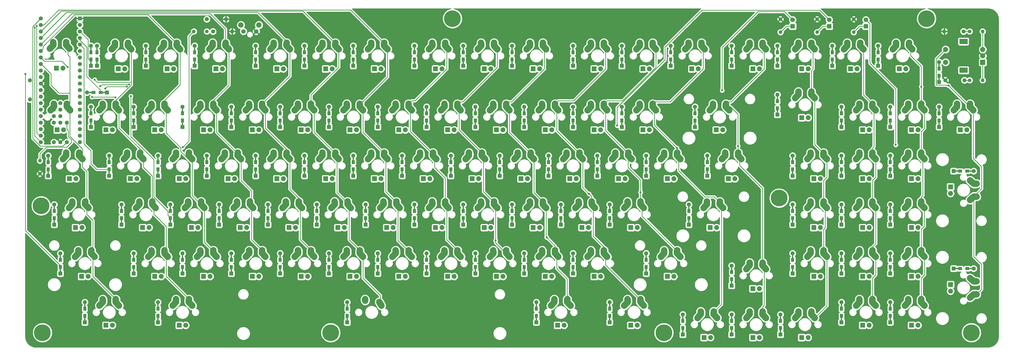
<source format=gbl>
G04 #@! TF.GenerationSoftware,KiCad,Pcbnew,5.1.0-060a0da~80~ubuntu18.04.1*
G04 #@! TF.CreationDate,2019-04-09T20:30:58-05:00*
G04 #@! TF.ProjectId,CBC2,43424332-2e6b-4696-9361-645f70636258,rev?*
G04 #@! TF.SameCoordinates,Original*
G04 #@! TF.FileFunction,Copper,L2,Bot*
G04 #@! TF.FilePolarity,Positive*
%FSLAX46Y46*%
G04 Gerber Fmt 4.6, Leading zero omitted, Abs format (unit mm)*
G04 Created by KiCad (PCBNEW 5.1.0-060a0da~80~ubuntu18.04.1) date 2019-04-09 20:30:58*
%MOMM*%
%LPD*%
G04 APERTURE LIST*
%ADD10C,6.500000*%
%ADD11C,2.100000*%
%ADD12C,1.750000*%
%ADD13C,1.905000*%
%ADD14R,1.905000X1.905000*%
%ADD15C,2.500000*%
%ADD16C,2.500000*%
%ADD17C,2.000000*%
%ADD18R,0.500000X2.900000*%
%ADD19R,1.600000X1.600000*%
%ADD20C,1.600000*%
%ADD21R,1.200000X1.600000*%
%ADD22R,2.900000X0.500000*%
%ADD23R,1.600000X1.200000*%
%ADD24O,1.600000X1.600000*%
%ADD25R,2.000000X2.000000*%
%ADD26R,3.200000X2.000000*%
%ADD27R,1.800000X1.800000*%
%ADD28C,1.800000*%
%ADD29C,1.400000*%
%ADD30O,1.400000X1.400000*%
%ADD31C,0.800000*%
%ADD32C,0.250000*%
%ADD33C,0.254000*%
G04 APERTURE END LIST*
D10*
X2000000Y-68000000D03*
X290000000Y-65000000D03*
X162500000Y5000000D03*
X347500000Y5000000D03*
X365000000Y-117500000D03*
X245000000Y-117500000D03*
X115000000Y-117500000D03*
X2500000Y-117500000D03*
D11*
X79962500Y2490000D03*
D12*
X80962500Y0D03*
X85962500Y0D03*
D11*
X86972500Y2490000D03*
D13*
X344170000Y-114617500D03*
D14*
X341630000Y-114617500D03*
D15*
X345440000Y-104457500D03*
X345400000Y-105037500D03*
X345420000Y-104747500D03*
D16*
X345400229Y-105037516D02*
X345439771Y-104457484D01*
D17*
X339090000Y-106997500D03*
D15*
X340400000Y-105537500D03*
X346055000Y-106267500D03*
D16*
X345400005Y-105537496D02*
X346709995Y-106997504D01*
D15*
X339745000Y-106267500D03*
D16*
X340399995Y-105537496D02*
X339090005Y-106997504D01*
D17*
X346710000Y-106997500D03*
D15*
X345400000Y-105537500D03*
D17*
X340360000Y-104457500D03*
X340400000Y-105037500D03*
D15*
X340380000Y-104747500D03*
D16*
X340399771Y-105037516D02*
X340360229Y-104457484D01*
D13*
X325120000Y-114617500D03*
D14*
X322580000Y-114617500D03*
D15*
X326390000Y-104457500D03*
X326350000Y-105037500D03*
X326370000Y-104747500D03*
D16*
X326350229Y-105037516D02*
X326389771Y-104457484D01*
D17*
X320040000Y-106997500D03*
D15*
X321350000Y-105537500D03*
X327005000Y-106267500D03*
D16*
X326350005Y-105537496D02*
X327659995Y-106997504D01*
D15*
X320695000Y-106267500D03*
D16*
X321349995Y-105537496D02*
X320040005Y-106997504D01*
D17*
X327660000Y-106997500D03*
D15*
X326350000Y-105537500D03*
D17*
X321310000Y-104457500D03*
X321350000Y-105037500D03*
D15*
X321330000Y-104747500D03*
D16*
X321349771Y-105037516D02*
X321310229Y-104457484D01*
D13*
X301307500Y-119380000D03*
D14*
X298767500Y-119380000D03*
D15*
X302577500Y-109220000D03*
X302537500Y-109800000D03*
X302557500Y-109510000D03*
D16*
X302537729Y-109800016D02*
X302577271Y-109219984D01*
D17*
X296227500Y-111760000D03*
D15*
X297537500Y-110300000D03*
X303192500Y-111030000D03*
D16*
X302537505Y-110299996D02*
X303847495Y-111760004D01*
D15*
X296882500Y-111030000D03*
D16*
X297537495Y-110299996D02*
X296227505Y-111760004D01*
D17*
X303847500Y-111760000D03*
D15*
X302537500Y-110300000D03*
D17*
X297497500Y-109220000D03*
X297537500Y-109800000D03*
D15*
X297517500Y-109510000D03*
D16*
X297537271Y-109800016D02*
X297497729Y-109219984D01*
D13*
X282257500Y-119380000D03*
D14*
X279717500Y-119380000D03*
D15*
X283527500Y-109220000D03*
X283487500Y-109800000D03*
X283507500Y-109510000D03*
D16*
X283487729Y-109800016D02*
X283527271Y-109219984D01*
D17*
X277177500Y-111760000D03*
D15*
X278487500Y-110300000D03*
X284142500Y-111030000D03*
D16*
X283487505Y-110299996D02*
X284797495Y-111760004D01*
D15*
X277832500Y-111030000D03*
D16*
X278487495Y-110299996D02*
X277177505Y-111760004D01*
D17*
X284797500Y-111760000D03*
D15*
X283487500Y-110300000D03*
D17*
X278447500Y-109220000D03*
X278487500Y-109800000D03*
D15*
X278467500Y-109510000D03*
D16*
X278487271Y-109800016D02*
X278447729Y-109219984D01*
D13*
X263207500Y-119380000D03*
D14*
X260667500Y-119380000D03*
D15*
X264477500Y-109220000D03*
X264437500Y-109800000D03*
X264457500Y-109510000D03*
D16*
X264437729Y-109800016D02*
X264477271Y-109219984D01*
D17*
X258127500Y-111760000D03*
D15*
X259437500Y-110300000D03*
X265092500Y-111030000D03*
D16*
X264437505Y-110299996D02*
X265747495Y-111760004D01*
D15*
X258782500Y-111030000D03*
D16*
X259437495Y-110299996D02*
X258127505Y-111760004D01*
D17*
X265747500Y-111760000D03*
D15*
X264437500Y-110300000D03*
D17*
X259397500Y-109220000D03*
X259437500Y-109800000D03*
D15*
X259417500Y-109510000D03*
D16*
X259437271Y-109800016D02*
X259397729Y-109219984D01*
D13*
X234632500Y-114617500D03*
D14*
X232092500Y-114617500D03*
D15*
X235902500Y-104457500D03*
X235862500Y-105037500D03*
X235882500Y-104747500D03*
D16*
X235862729Y-105037516D02*
X235902271Y-104457484D01*
D17*
X229552500Y-106997500D03*
D15*
X230862500Y-105537500D03*
X236517500Y-106267500D03*
D16*
X235862505Y-105537496D02*
X237172495Y-106997504D01*
D15*
X230207500Y-106267500D03*
D16*
X230862495Y-105537496D02*
X229552505Y-106997504D01*
D17*
X237172500Y-106997500D03*
D15*
X235862500Y-105537500D03*
D17*
X230822500Y-104457500D03*
X230862500Y-105037500D03*
D15*
X230842500Y-104747500D03*
D16*
X230862271Y-105037516D02*
X230822729Y-104457484D01*
D13*
X206057500Y-114617500D03*
D14*
X203517500Y-114617500D03*
D15*
X207327500Y-104457500D03*
X207287500Y-105037500D03*
X207307500Y-104747500D03*
D16*
X207287729Y-105037516D02*
X207327271Y-104457484D01*
D17*
X200977500Y-106997500D03*
D15*
X202287500Y-105537500D03*
X207942500Y-106267500D03*
D16*
X207287505Y-105537496D02*
X208597495Y-106997504D01*
D15*
X201632500Y-106267500D03*
D16*
X202287495Y-105537496D02*
X200977505Y-106997504D01*
D17*
X208597500Y-106997500D03*
D15*
X207287500Y-105537500D03*
D17*
X202247500Y-104457500D03*
X202287500Y-105037500D03*
D15*
X202267500Y-104747500D03*
D16*
X202287271Y-105037516D02*
X202247729Y-104457484D01*
D15*
X128448750Y-104747500D03*
D16*
X128468474Y-105036828D02*
X128429026Y-104458172D01*
D15*
X134373750Y-106267500D03*
D16*
X134779203Y-106997454D02*
X133968297Y-105537546D01*
D13*
X58420000Y-114617500D03*
D14*
X55880000Y-114617500D03*
D15*
X59690000Y-104457500D03*
X59650000Y-105037500D03*
X59670000Y-104747500D03*
D16*
X59650229Y-105037516D02*
X59689771Y-104457484D01*
D17*
X53340000Y-106997500D03*
D15*
X54650000Y-105537500D03*
X60305000Y-106267500D03*
D16*
X59650005Y-105537496D02*
X60959995Y-106997504D01*
D15*
X53995000Y-106267500D03*
D16*
X54649995Y-105537496D02*
X53340005Y-106997504D01*
D17*
X60960000Y-106997500D03*
D15*
X59650000Y-105537500D03*
D17*
X54610000Y-104457500D03*
X54650000Y-105037500D03*
D15*
X54630000Y-104747500D03*
D16*
X54649771Y-105037516D02*
X54610229Y-104457484D01*
D13*
X29845000Y-114617500D03*
D14*
X27305000Y-114617500D03*
D15*
X31115000Y-104457500D03*
X31075000Y-105037500D03*
X31095000Y-104747500D03*
D16*
X31075229Y-105037516D02*
X31114771Y-104457484D01*
D17*
X24765000Y-106997500D03*
D15*
X26075000Y-105537500D03*
X31730000Y-106267500D03*
D16*
X31075005Y-105537496D02*
X32384995Y-106997504D01*
D15*
X25420000Y-106267500D03*
D16*
X26074995Y-105537496D02*
X24765005Y-106997504D01*
D17*
X32385000Y-106997500D03*
D15*
X31075000Y-105537500D03*
D17*
X26035000Y-104457500D03*
X26075000Y-105037500D03*
D15*
X26055000Y-104747500D03*
D16*
X26074771Y-105037516D02*
X26035229Y-104457484D01*
D13*
X356870000Y-101282500D03*
D14*
X356870000Y-98742500D03*
D15*
X367030000Y-102552500D03*
X366450000Y-102512500D03*
X366740000Y-102532500D03*
D16*
X366449984Y-102512729D02*
X367030016Y-102552271D01*
D17*
X364490000Y-96202500D03*
D15*
X365950000Y-97512500D03*
X365220000Y-103167500D03*
D16*
X365950004Y-102512505D02*
X364489996Y-103822495D01*
D15*
X365220000Y-96857500D03*
D16*
X365950004Y-97512495D02*
X364489996Y-96202505D01*
D17*
X364490000Y-103822500D03*
D15*
X365950000Y-102512500D03*
D17*
X367030000Y-97472500D03*
X366450000Y-97512500D03*
D15*
X366740000Y-97492500D03*
D16*
X366449984Y-97512271D02*
X367030016Y-97472729D01*
D13*
X344170000Y-95567500D03*
D14*
X341630000Y-95567500D03*
D15*
X345440000Y-85407500D03*
X345400000Y-85987500D03*
X345420000Y-85697500D03*
D16*
X345400229Y-85987516D02*
X345439771Y-85407484D01*
D17*
X339090000Y-87947500D03*
D15*
X340400000Y-86487500D03*
X346055000Y-87217500D03*
D16*
X345400005Y-86487496D02*
X346709995Y-87947504D01*
D15*
X339745000Y-87217500D03*
D16*
X340399995Y-86487496D02*
X339090005Y-87947504D01*
D17*
X346710000Y-87947500D03*
D15*
X345400000Y-86487500D03*
D17*
X340360000Y-85407500D03*
X340400000Y-85987500D03*
D15*
X340380000Y-85697500D03*
D16*
X340399771Y-85987516D02*
X340360229Y-85407484D01*
D13*
X325120000Y-95567500D03*
D14*
X322580000Y-95567500D03*
D15*
X326390000Y-85407500D03*
X326350000Y-85987500D03*
X326370000Y-85697500D03*
D16*
X326350229Y-85987516D02*
X326389771Y-85407484D01*
D17*
X320040000Y-87947500D03*
D15*
X321350000Y-86487500D03*
X327005000Y-87217500D03*
D16*
X326350005Y-86487496D02*
X327659995Y-87947504D01*
D15*
X320695000Y-87217500D03*
D16*
X321349995Y-86487496D02*
X320040005Y-87947504D01*
D17*
X327660000Y-87947500D03*
D15*
X326350000Y-86487500D03*
D17*
X321310000Y-85407500D03*
X321350000Y-85987500D03*
D15*
X321330000Y-85697500D03*
D16*
X321349771Y-85987516D02*
X321310229Y-85407484D01*
D13*
X306070000Y-95567500D03*
D14*
X303530000Y-95567500D03*
D15*
X307340000Y-85407500D03*
X307300000Y-85987500D03*
X307320000Y-85697500D03*
D16*
X307300229Y-85987516D02*
X307339771Y-85407484D01*
D17*
X300990000Y-87947500D03*
D15*
X302300000Y-86487500D03*
X307955000Y-87217500D03*
D16*
X307300005Y-86487496D02*
X308609995Y-87947504D01*
D15*
X301645000Y-87217500D03*
D16*
X302299995Y-86487496D02*
X300990005Y-87947504D01*
D17*
X308610000Y-87947500D03*
D15*
X307300000Y-86487500D03*
D17*
X302260000Y-85407500D03*
X302300000Y-85987500D03*
D15*
X302280000Y-85697500D03*
D16*
X302299771Y-85987516D02*
X302260229Y-85407484D01*
D13*
X282257500Y-100330000D03*
D14*
X279717500Y-100330000D03*
D15*
X283527500Y-90170000D03*
X283487500Y-90750000D03*
X283507500Y-90460000D03*
D16*
X283487729Y-90750016D02*
X283527271Y-90169984D01*
D17*
X277177500Y-92710000D03*
D15*
X278487500Y-91250000D03*
X284142500Y-91980000D03*
D16*
X283487505Y-91249996D02*
X284797495Y-92710004D01*
D15*
X277832500Y-91980000D03*
D16*
X278487495Y-91249996D02*
X277177505Y-92710004D01*
D17*
X284797500Y-92710000D03*
D15*
X283487500Y-91250000D03*
D17*
X278447500Y-90170000D03*
X278487500Y-90750000D03*
D15*
X278467500Y-90460000D03*
D16*
X278487271Y-90750016D02*
X278447729Y-90169984D01*
D13*
X248920000Y-95567500D03*
D14*
X246380000Y-95567500D03*
D15*
X250190000Y-85407500D03*
X250150000Y-85987500D03*
X250170000Y-85697500D03*
D16*
X250150229Y-85987516D02*
X250189771Y-85407484D01*
D17*
X243840000Y-87947500D03*
D15*
X245150000Y-86487500D03*
X250805000Y-87217500D03*
D16*
X250150005Y-86487496D02*
X251459995Y-87947504D01*
D15*
X244495000Y-87217500D03*
D16*
X245149995Y-86487496D02*
X243840005Y-87947504D01*
D17*
X251460000Y-87947500D03*
D15*
X250150000Y-86487500D03*
D17*
X245110000Y-85407500D03*
X245150000Y-85987500D03*
D15*
X245130000Y-85697500D03*
D16*
X245149771Y-85987516D02*
X245110229Y-85407484D01*
D13*
X220345000Y-95567500D03*
D14*
X217805000Y-95567500D03*
D15*
X221615000Y-85407500D03*
X221575000Y-85987500D03*
X221595000Y-85697500D03*
D16*
X221575229Y-85987516D02*
X221614771Y-85407484D01*
D17*
X215265000Y-87947500D03*
D15*
X216575000Y-86487500D03*
X222230000Y-87217500D03*
D16*
X221575005Y-86487496D02*
X222884995Y-87947504D01*
D15*
X215920000Y-87217500D03*
D16*
X216574995Y-86487496D02*
X215265005Y-87947504D01*
D17*
X222885000Y-87947500D03*
D15*
X221575000Y-86487500D03*
D17*
X216535000Y-85407500D03*
X216575000Y-85987500D03*
D15*
X216555000Y-85697500D03*
D16*
X216574771Y-85987516D02*
X216535229Y-85407484D01*
D13*
X201295000Y-95567500D03*
D14*
X198755000Y-95567500D03*
D15*
X202565000Y-85407500D03*
X202525000Y-85987500D03*
X202545000Y-85697500D03*
D16*
X202525229Y-85987516D02*
X202564771Y-85407484D01*
D17*
X196215000Y-87947500D03*
D15*
X197525000Y-86487500D03*
X203180000Y-87217500D03*
D16*
X202525005Y-86487496D02*
X203834995Y-87947504D01*
D15*
X196870000Y-87217500D03*
D16*
X197524995Y-86487496D02*
X196215005Y-87947504D01*
D17*
X203835000Y-87947500D03*
D15*
X202525000Y-86487500D03*
D17*
X197485000Y-85407500D03*
X197525000Y-85987500D03*
D15*
X197505000Y-85697500D03*
D16*
X197524771Y-85987516D02*
X197485229Y-85407484D01*
D13*
X182245000Y-95567500D03*
D14*
X179705000Y-95567500D03*
D15*
X183515000Y-85407500D03*
X183475000Y-85987500D03*
X183495000Y-85697500D03*
D16*
X183475229Y-85987516D02*
X183514771Y-85407484D01*
D17*
X177165000Y-87947500D03*
D15*
X178475000Y-86487500D03*
X184130000Y-87217500D03*
D16*
X183475005Y-86487496D02*
X184784995Y-87947504D01*
D15*
X177820000Y-87217500D03*
D16*
X178474995Y-86487496D02*
X177165005Y-87947504D01*
D17*
X184785000Y-87947500D03*
D15*
X183475000Y-86487500D03*
D17*
X178435000Y-85407500D03*
X178475000Y-85987500D03*
D15*
X178455000Y-85697500D03*
D16*
X178474771Y-85987516D02*
X178435229Y-85407484D01*
D13*
X163195000Y-95567500D03*
D14*
X160655000Y-95567500D03*
D15*
X164465000Y-85407500D03*
X164425000Y-85987500D03*
X164445000Y-85697500D03*
D16*
X164425229Y-85987516D02*
X164464771Y-85407484D01*
D17*
X158115000Y-87947500D03*
D15*
X159425000Y-86487500D03*
X165080000Y-87217500D03*
D16*
X164425005Y-86487496D02*
X165734995Y-87947504D01*
D15*
X158770000Y-87217500D03*
D16*
X159424995Y-86487496D02*
X158115005Y-87947504D01*
D17*
X165735000Y-87947500D03*
D15*
X164425000Y-86487500D03*
D17*
X159385000Y-85407500D03*
X159425000Y-85987500D03*
D15*
X159405000Y-85697500D03*
D16*
X159424771Y-85987516D02*
X159385229Y-85407484D01*
D13*
X144145000Y-95567500D03*
D14*
X141605000Y-95567500D03*
D15*
X145415000Y-85407500D03*
X145375000Y-85987500D03*
X145395000Y-85697500D03*
D16*
X145375229Y-85987516D02*
X145414771Y-85407484D01*
D17*
X139065000Y-87947500D03*
D15*
X140375000Y-86487500D03*
X146030000Y-87217500D03*
D16*
X145375005Y-86487496D02*
X146684995Y-87947504D01*
D15*
X139720000Y-87217500D03*
D16*
X140374995Y-86487496D02*
X139065005Y-87947504D01*
D17*
X146685000Y-87947500D03*
D15*
X145375000Y-86487500D03*
D17*
X140335000Y-85407500D03*
X140375000Y-85987500D03*
D15*
X140355000Y-85697500D03*
D16*
X140374771Y-85987516D02*
X140335229Y-85407484D01*
D13*
X125095000Y-95567500D03*
D14*
X122555000Y-95567500D03*
D15*
X126365000Y-85407500D03*
X126325000Y-85987500D03*
X126345000Y-85697500D03*
D16*
X126325229Y-85987516D02*
X126364771Y-85407484D01*
D17*
X120015000Y-87947500D03*
D15*
X121325000Y-86487500D03*
X126980000Y-87217500D03*
D16*
X126325005Y-86487496D02*
X127634995Y-87947504D01*
D15*
X120670000Y-87217500D03*
D16*
X121324995Y-86487496D02*
X120015005Y-87947504D01*
D17*
X127635000Y-87947500D03*
D15*
X126325000Y-86487500D03*
D17*
X121285000Y-85407500D03*
X121325000Y-85987500D03*
D15*
X121305000Y-85697500D03*
D16*
X121324771Y-85987516D02*
X121285229Y-85407484D01*
D13*
X106045000Y-95567500D03*
D14*
X103505000Y-95567500D03*
D15*
X107315000Y-85407500D03*
X107275000Y-85987500D03*
X107295000Y-85697500D03*
D16*
X107275229Y-85987516D02*
X107314771Y-85407484D01*
D17*
X100965000Y-87947500D03*
D15*
X102275000Y-86487500D03*
X107930000Y-87217500D03*
D16*
X107275005Y-86487496D02*
X108584995Y-87947504D01*
D15*
X101620000Y-87217500D03*
D16*
X102274995Y-86487496D02*
X100965005Y-87947504D01*
D17*
X108585000Y-87947500D03*
D15*
X107275000Y-86487500D03*
D17*
X102235000Y-85407500D03*
X102275000Y-85987500D03*
D15*
X102255000Y-85697500D03*
D16*
X102274771Y-85987516D02*
X102235229Y-85407484D01*
D13*
X86995000Y-95567500D03*
D14*
X84455000Y-95567500D03*
D15*
X88265000Y-85407500D03*
X88225000Y-85987500D03*
X88245000Y-85697500D03*
D16*
X88225229Y-85987516D02*
X88264771Y-85407484D01*
D17*
X81915000Y-87947500D03*
D15*
X83225000Y-86487500D03*
X88880000Y-87217500D03*
D16*
X88225005Y-86487496D02*
X89534995Y-87947504D01*
D15*
X82570000Y-87217500D03*
D16*
X83224995Y-86487496D02*
X81915005Y-87947504D01*
D17*
X89535000Y-87947500D03*
D15*
X88225000Y-86487500D03*
D17*
X83185000Y-85407500D03*
X83225000Y-85987500D03*
D15*
X83205000Y-85697500D03*
D16*
X83224771Y-85987516D02*
X83185229Y-85407484D01*
D13*
X67945000Y-95567500D03*
D14*
X65405000Y-95567500D03*
D15*
X69215000Y-85407500D03*
X69175000Y-85987500D03*
X69195000Y-85697500D03*
D16*
X69175229Y-85987516D02*
X69214771Y-85407484D01*
D17*
X62865000Y-87947500D03*
D15*
X64175000Y-86487500D03*
X69830000Y-87217500D03*
D16*
X69175005Y-86487496D02*
X70484995Y-87947504D01*
D15*
X63520000Y-87217500D03*
D16*
X64174995Y-86487496D02*
X62865005Y-87947504D01*
D17*
X70485000Y-87947500D03*
D15*
X69175000Y-86487500D03*
D17*
X64135000Y-85407500D03*
X64175000Y-85987500D03*
D15*
X64155000Y-85697500D03*
D16*
X64174771Y-85987516D02*
X64135229Y-85407484D01*
D13*
X48895000Y-95567500D03*
D14*
X46355000Y-95567500D03*
D15*
X50165000Y-85407500D03*
X50125000Y-85987500D03*
X50145000Y-85697500D03*
D16*
X50125229Y-85987516D02*
X50164771Y-85407484D01*
D17*
X43815000Y-87947500D03*
D15*
X45125000Y-86487500D03*
X50780000Y-87217500D03*
D16*
X50125005Y-86487496D02*
X51434995Y-87947504D01*
D15*
X44470000Y-87217500D03*
D16*
X45124995Y-86487496D02*
X43815005Y-87947504D01*
D17*
X51435000Y-87947500D03*
D15*
X50125000Y-86487500D03*
D17*
X45085000Y-85407500D03*
X45125000Y-85987500D03*
D15*
X45105000Y-85697500D03*
D16*
X45124771Y-85987516D02*
X45085229Y-85407484D01*
D13*
X20320000Y-95567500D03*
D14*
X17780000Y-95567500D03*
D15*
X21590000Y-85407500D03*
X21550000Y-85987500D03*
X21570000Y-85697500D03*
D16*
X21550229Y-85987516D02*
X21589771Y-85407484D01*
D17*
X15240000Y-87947500D03*
D15*
X16550000Y-86487500D03*
X22205000Y-87217500D03*
D16*
X21550005Y-86487496D02*
X22859995Y-87947504D01*
D15*
X15895000Y-87217500D03*
D16*
X16549995Y-86487496D02*
X15240005Y-87947504D01*
D17*
X22860000Y-87947500D03*
D15*
X21550000Y-86487500D03*
D17*
X16510000Y-85407500D03*
X16550000Y-85987500D03*
D15*
X16530000Y-85697500D03*
D16*
X16549771Y-85987516D02*
X16510229Y-85407484D01*
D13*
X344170000Y-76517500D03*
D14*
X341630000Y-76517500D03*
D15*
X345440000Y-66357500D03*
X345400000Y-66937500D03*
X345420000Y-66647500D03*
D16*
X345400229Y-66937516D02*
X345439771Y-66357484D01*
D17*
X339090000Y-68897500D03*
D15*
X340400000Y-67437500D03*
X346055000Y-68167500D03*
D16*
X345400005Y-67437496D02*
X346709995Y-68897504D01*
D15*
X339745000Y-68167500D03*
D16*
X340399995Y-67437496D02*
X339090005Y-68897504D01*
D17*
X346710000Y-68897500D03*
D15*
X345400000Y-67437500D03*
D17*
X340360000Y-66357500D03*
X340400000Y-66937500D03*
D15*
X340380000Y-66647500D03*
D16*
X340399771Y-66937516D02*
X340360229Y-66357484D01*
D13*
X325120000Y-76517500D03*
D14*
X322580000Y-76517500D03*
D15*
X326390000Y-66357500D03*
X326350000Y-66937500D03*
X326370000Y-66647500D03*
D16*
X326350229Y-66937516D02*
X326389771Y-66357484D01*
D17*
X320040000Y-68897500D03*
D15*
X321350000Y-67437500D03*
X327005000Y-68167500D03*
D16*
X326350005Y-67437496D02*
X327659995Y-68897504D01*
D15*
X320695000Y-68167500D03*
D16*
X321349995Y-67437496D02*
X320040005Y-68897504D01*
D17*
X327660000Y-68897500D03*
D15*
X326350000Y-67437500D03*
D17*
X321310000Y-66357500D03*
X321350000Y-66937500D03*
D15*
X321330000Y-66647500D03*
D16*
X321349771Y-66937516D02*
X321310229Y-66357484D01*
D13*
X306070000Y-76517500D03*
D14*
X303530000Y-76517500D03*
D15*
X307340000Y-66357500D03*
X307300000Y-66937500D03*
X307320000Y-66647500D03*
D16*
X307300229Y-66937516D02*
X307339771Y-66357484D01*
D17*
X300990000Y-68897500D03*
D15*
X302300000Y-67437500D03*
X307955000Y-68167500D03*
D16*
X307300005Y-67437496D02*
X308609995Y-68897504D01*
D15*
X301645000Y-68167500D03*
D16*
X302299995Y-67437496D02*
X300990005Y-68897504D01*
D17*
X308610000Y-68897500D03*
D15*
X307300000Y-67437500D03*
D17*
X302260000Y-66357500D03*
X302300000Y-66937500D03*
D15*
X302280000Y-66647500D03*
D16*
X302299771Y-66937516D02*
X302260229Y-66357484D01*
D13*
X265588750Y-76517500D03*
D14*
X263048750Y-76517500D03*
D15*
X266858750Y-66357500D03*
X266818750Y-66937500D03*
X266838750Y-66647500D03*
D16*
X266818979Y-66937516D02*
X266858521Y-66357484D01*
D17*
X260508750Y-68897500D03*
D15*
X261818750Y-67437500D03*
X267473750Y-68167500D03*
D16*
X266818755Y-67437496D02*
X268128745Y-68897504D01*
D15*
X261163750Y-68167500D03*
D16*
X261818745Y-67437496D02*
X260508755Y-68897504D01*
D17*
X268128750Y-68897500D03*
D15*
X266818750Y-67437500D03*
D17*
X261778750Y-66357500D03*
X261818750Y-66937500D03*
D15*
X261798750Y-66647500D03*
D16*
X261818521Y-66937516D02*
X261778979Y-66357484D01*
D13*
X234632500Y-76517500D03*
D14*
X232092500Y-76517500D03*
D15*
X235902500Y-66357500D03*
X235862500Y-66937500D03*
X235882500Y-66647500D03*
D16*
X235862729Y-66937516D02*
X235902271Y-66357484D01*
D17*
X229552500Y-68897500D03*
D15*
X230862500Y-67437500D03*
X236517500Y-68167500D03*
D16*
X235862505Y-67437496D02*
X237172495Y-68897504D01*
D15*
X230207500Y-68167500D03*
D16*
X230862495Y-67437496D02*
X229552505Y-68897504D01*
D17*
X237172500Y-68897500D03*
D15*
X235862500Y-67437500D03*
D17*
X230822500Y-66357500D03*
X230862500Y-66937500D03*
D15*
X230842500Y-66647500D03*
D16*
X230862271Y-66937516D02*
X230822729Y-66357484D01*
D13*
X215582500Y-76517500D03*
D14*
X213042500Y-76517500D03*
D15*
X216852500Y-66357500D03*
X216812500Y-66937500D03*
X216832500Y-66647500D03*
D16*
X216812729Y-66937516D02*
X216852271Y-66357484D01*
D17*
X210502500Y-68897500D03*
D15*
X211812500Y-67437500D03*
X217467500Y-68167500D03*
D16*
X216812505Y-67437496D02*
X218122495Y-68897504D01*
D15*
X211157500Y-68167500D03*
D16*
X211812495Y-67437496D02*
X210502505Y-68897504D01*
D17*
X218122500Y-68897500D03*
D15*
X216812500Y-67437500D03*
D17*
X211772500Y-66357500D03*
X211812500Y-66937500D03*
D15*
X211792500Y-66647500D03*
D16*
X211812271Y-66937516D02*
X211772729Y-66357484D01*
D13*
X196532500Y-76517500D03*
D14*
X193992500Y-76517500D03*
D15*
X197802500Y-66357500D03*
X197762500Y-66937500D03*
X197782500Y-66647500D03*
D16*
X197762729Y-66937516D02*
X197802271Y-66357484D01*
D17*
X191452500Y-68897500D03*
D15*
X192762500Y-67437500D03*
X198417500Y-68167500D03*
D16*
X197762505Y-67437496D02*
X199072495Y-68897504D01*
D15*
X192107500Y-68167500D03*
D16*
X192762495Y-67437496D02*
X191452505Y-68897504D01*
D17*
X199072500Y-68897500D03*
D15*
X197762500Y-67437500D03*
D17*
X192722500Y-66357500D03*
X192762500Y-66937500D03*
D15*
X192742500Y-66647500D03*
D16*
X192762271Y-66937516D02*
X192722729Y-66357484D01*
D13*
X177482500Y-76517500D03*
D14*
X174942500Y-76517500D03*
D15*
X178752500Y-66357500D03*
X178712500Y-66937500D03*
X178732500Y-66647500D03*
D16*
X178712729Y-66937516D02*
X178752271Y-66357484D01*
D17*
X172402500Y-68897500D03*
D15*
X173712500Y-67437500D03*
X179367500Y-68167500D03*
D16*
X178712505Y-67437496D02*
X180022495Y-68897504D01*
D15*
X173057500Y-68167500D03*
D16*
X173712495Y-67437496D02*
X172402505Y-68897504D01*
D17*
X180022500Y-68897500D03*
D15*
X178712500Y-67437500D03*
D17*
X173672500Y-66357500D03*
X173712500Y-66937500D03*
D15*
X173692500Y-66647500D03*
D16*
X173712271Y-66937516D02*
X173672729Y-66357484D01*
D13*
X158432500Y-76517500D03*
D14*
X155892500Y-76517500D03*
D15*
X159702500Y-66357500D03*
X159662500Y-66937500D03*
X159682500Y-66647500D03*
D16*
X159662729Y-66937516D02*
X159702271Y-66357484D01*
D17*
X153352500Y-68897500D03*
D15*
X154662500Y-67437500D03*
X160317500Y-68167500D03*
D16*
X159662505Y-67437496D02*
X160972495Y-68897504D01*
D15*
X154007500Y-68167500D03*
D16*
X154662495Y-67437496D02*
X153352505Y-68897504D01*
D17*
X160972500Y-68897500D03*
D15*
X159662500Y-67437500D03*
D17*
X154622500Y-66357500D03*
X154662500Y-66937500D03*
D15*
X154642500Y-66647500D03*
D16*
X154662271Y-66937516D02*
X154622729Y-66357484D01*
D13*
X139382500Y-76517500D03*
D14*
X136842500Y-76517500D03*
D15*
X140652500Y-66357500D03*
X140612500Y-66937500D03*
X140632500Y-66647500D03*
D16*
X140612729Y-66937516D02*
X140652271Y-66357484D01*
D17*
X134302500Y-68897500D03*
D15*
X135612500Y-67437500D03*
X141267500Y-68167500D03*
D16*
X140612505Y-67437496D02*
X141922495Y-68897504D01*
D15*
X134957500Y-68167500D03*
D16*
X135612495Y-67437496D02*
X134302505Y-68897504D01*
D17*
X141922500Y-68897500D03*
D15*
X140612500Y-67437500D03*
D17*
X135572500Y-66357500D03*
X135612500Y-66937500D03*
D15*
X135592500Y-66647500D03*
D16*
X135612271Y-66937516D02*
X135572729Y-66357484D01*
D13*
X120332500Y-76517500D03*
D14*
X117792500Y-76517500D03*
D15*
X121602500Y-66357500D03*
X121562500Y-66937500D03*
X121582500Y-66647500D03*
D16*
X121562729Y-66937516D02*
X121602271Y-66357484D01*
D17*
X115252500Y-68897500D03*
D15*
X116562500Y-67437500D03*
X122217500Y-68167500D03*
D16*
X121562505Y-67437496D02*
X122872495Y-68897504D01*
D15*
X115907500Y-68167500D03*
D16*
X116562495Y-67437496D02*
X115252505Y-68897504D01*
D17*
X122872500Y-68897500D03*
D15*
X121562500Y-67437500D03*
D17*
X116522500Y-66357500D03*
X116562500Y-66937500D03*
D15*
X116542500Y-66647500D03*
D16*
X116562271Y-66937516D02*
X116522729Y-66357484D01*
D13*
X101282500Y-76517500D03*
D14*
X98742500Y-76517500D03*
D15*
X102552500Y-66357500D03*
X102512500Y-66937500D03*
X102532500Y-66647500D03*
D16*
X102512729Y-66937516D02*
X102552271Y-66357484D01*
D17*
X96202500Y-68897500D03*
D15*
X97512500Y-67437500D03*
X103167500Y-68167500D03*
D16*
X102512505Y-67437496D02*
X103822495Y-68897504D01*
D15*
X96857500Y-68167500D03*
D16*
X97512495Y-67437496D02*
X96202505Y-68897504D01*
D17*
X103822500Y-68897500D03*
D15*
X102512500Y-67437500D03*
D17*
X97472500Y-66357500D03*
X97512500Y-66937500D03*
D15*
X97492500Y-66647500D03*
D16*
X97512271Y-66937516D02*
X97472729Y-66357484D01*
D13*
X82232500Y-76517500D03*
D14*
X79692500Y-76517500D03*
D15*
X83502500Y-66357500D03*
X83462500Y-66937500D03*
X83482500Y-66647500D03*
D16*
X83462729Y-66937516D02*
X83502271Y-66357484D01*
D17*
X77152500Y-68897500D03*
D15*
X78462500Y-67437500D03*
X84117500Y-68167500D03*
D16*
X83462505Y-67437496D02*
X84772495Y-68897504D01*
D15*
X77807500Y-68167500D03*
D16*
X78462495Y-67437496D02*
X77152505Y-68897504D01*
D17*
X84772500Y-68897500D03*
D15*
X83462500Y-67437500D03*
D17*
X78422500Y-66357500D03*
X78462500Y-66937500D03*
D15*
X78442500Y-66647500D03*
D16*
X78462271Y-66937516D02*
X78422729Y-66357484D01*
D13*
X63182500Y-76517500D03*
D14*
X60642500Y-76517500D03*
D15*
X64452500Y-66357500D03*
X64412500Y-66937500D03*
X64432500Y-66647500D03*
D16*
X64412729Y-66937516D02*
X64452271Y-66357484D01*
D17*
X58102500Y-68897500D03*
D15*
X59412500Y-67437500D03*
X65067500Y-68167500D03*
D16*
X64412505Y-67437496D02*
X65722495Y-68897504D01*
D15*
X58757500Y-68167500D03*
D16*
X59412495Y-67437496D02*
X58102505Y-68897504D01*
D17*
X65722500Y-68897500D03*
D15*
X64412500Y-67437500D03*
D17*
X59372500Y-66357500D03*
X59412500Y-66937500D03*
D15*
X59392500Y-66647500D03*
D16*
X59412271Y-66937516D02*
X59372729Y-66357484D01*
D13*
X44132500Y-76517500D03*
D14*
X41592500Y-76517500D03*
D15*
X45402500Y-66357500D03*
X45362500Y-66937500D03*
X45382500Y-66647500D03*
D16*
X45362729Y-66937516D02*
X45402271Y-66357484D01*
D17*
X39052500Y-68897500D03*
D15*
X40362500Y-67437500D03*
X46017500Y-68167500D03*
D16*
X45362505Y-67437496D02*
X46672495Y-68897504D01*
D15*
X39707500Y-68167500D03*
D16*
X40362495Y-67437496D02*
X39052505Y-68897504D01*
D17*
X46672500Y-68897500D03*
D15*
X45362500Y-67437500D03*
D17*
X40322500Y-66357500D03*
X40362500Y-66937500D03*
D15*
X40342500Y-66647500D03*
D16*
X40362271Y-66937516D02*
X40322729Y-66357484D01*
D13*
X17938750Y-76517500D03*
D14*
X15398750Y-76517500D03*
D15*
X19208750Y-66357500D03*
X19168750Y-66937500D03*
X19188750Y-66647500D03*
D16*
X19168979Y-66937516D02*
X19208521Y-66357484D01*
D17*
X12858750Y-68897500D03*
D15*
X14168750Y-67437500D03*
X19823750Y-68167500D03*
D16*
X19168755Y-67437496D02*
X20478745Y-68897504D01*
D15*
X13513750Y-68167500D03*
D16*
X14168745Y-67437496D02*
X12858755Y-68897504D01*
D17*
X20478750Y-68897500D03*
D15*
X19168750Y-67437500D03*
D17*
X14128750Y-66357500D03*
X14168750Y-66937500D03*
D15*
X14148750Y-66647500D03*
D16*
X14168521Y-66937516D02*
X14128979Y-66357484D01*
D13*
X356870000Y-63182500D03*
D14*
X356870000Y-60642500D03*
D15*
X367030000Y-64452500D03*
X366450000Y-64412500D03*
X366740000Y-64432500D03*
D16*
X366449984Y-64412729D02*
X367030016Y-64452271D01*
D17*
X364490000Y-58102500D03*
D15*
X365950000Y-59412500D03*
X365220000Y-65067500D03*
D16*
X365950004Y-64412505D02*
X364489996Y-65722495D01*
D15*
X365220000Y-58757500D03*
D16*
X365950004Y-59412495D02*
X364489996Y-58102505D01*
D17*
X364490000Y-65722500D03*
D15*
X365950000Y-64412500D03*
D17*
X367030000Y-59372500D03*
X366450000Y-59412500D03*
D15*
X366740000Y-59392500D03*
D16*
X366449984Y-59412271D02*
X367030016Y-59372729D01*
D13*
X344170000Y-57467500D03*
D14*
X341630000Y-57467500D03*
D15*
X345440000Y-47307500D03*
X345400000Y-47887500D03*
X345420000Y-47597500D03*
D16*
X345400229Y-47887516D02*
X345439771Y-47307484D01*
D17*
X339090000Y-49847500D03*
D15*
X340400000Y-48387500D03*
X346055000Y-49117500D03*
D16*
X345400005Y-48387496D02*
X346709995Y-49847504D01*
D15*
X339745000Y-49117500D03*
D16*
X340399995Y-48387496D02*
X339090005Y-49847504D01*
D17*
X346710000Y-49847500D03*
D15*
X345400000Y-48387500D03*
D17*
X340360000Y-47307500D03*
X340400000Y-47887500D03*
D15*
X340380000Y-47597500D03*
D16*
X340399771Y-47887516D02*
X340360229Y-47307484D01*
D13*
X325120000Y-57467500D03*
D14*
X322580000Y-57467500D03*
D15*
X326390000Y-47307500D03*
X326350000Y-47887500D03*
X326370000Y-47597500D03*
D16*
X326350229Y-47887516D02*
X326389771Y-47307484D01*
D17*
X320040000Y-49847500D03*
D15*
X321350000Y-48387500D03*
X327005000Y-49117500D03*
D16*
X326350005Y-48387496D02*
X327659995Y-49847504D01*
D15*
X320695000Y-49117500D03*
D16*
X321349995Y-48387496D02*
X320040005Y-49847504D01*
D17*
X327660000Y-49847500D03*
D15*
X326350000Y-48387500D03*
D17*
X321310000Y-47307500D03*
X321350000Y-47887500D03*
D15*
X321330000Y-47597500D03*
D16*
X321349771Y-47887516D02*
X321310229Y-47307484D01*
D13*
X306070000Y-57467500D03*
D14*
X303530000Y-57467500D03*
D15*
X307340000Y-47307500D03*
X307300000Y-47887500D03*
X307320000Y-47597500D03*
D16*
X307300229Y-47887516D02*
X307339771Y-47307484D01*
D17*
X300990000Y-49847500D03*
D15*
X302300000Y-48387500D03*
X307955000Y-49117500D03*
D16*
X307300005Y-48387496D02*
X308609995Y-49847504D01*
D15*
X301645000Y-49117500D03*
D16*
X302299995Y-48387496D02*
X300990005Y-49847504D01*
D17*
X308610000Y-49847500D03*
D15*
X307300000Y-48387500D03*
D17*
X302260000Y-47307500D03*
X302300000Y-47887500D03*
D15*
X302280000Y-47597500D03*
D16*
X302299771Y-47887516D02*
X302260229Y-47307484D01*
D13*
X272732500Y-57467500D03*
D14*
X270192500Y-57467500D03*
D15*
X274002500Y-47307500D03*
X273962500Y-47887500D03*
X273982500Y-47597500D03*
D16*
X273962729Y-47887516D02*
X274002271Y-47307484D01*
D17*
X267652500Y-49847500D03*
D15*
X268962500Y-48387500D03*
X274617500Y-49117500D03*
D16*
X273962505Y-48387496D02*
X275272495Y-49847504D01*
D15*
X268307500Y-49117500D03*
D16*
X268962495Y-48387496D02*
X267652505Y-49847504D01*
D17*
X275272500Y-49847500D03*
D15*
X273962500Y-48387500D03*
D17*
X268922500Y-47307500D03*
X268962500Y-47887500D03*
D15*
X268942500Y-47597500D03*
D16*
X268962271Y-47887516D02*
X268922729Y-47307484D01*
D13*
X248920000Y-57467500D03*
D14*
X246380000Y-57467500D03*
D15*
X250190000Y-47307500D03*
X250150000Y-47887500D03*
X250170000Y-47597500D03*
D16*
X250150229Y-47887516D02*
X250189771Y-47307484D01*
D17*
X243840000Y-49847500D03*
D15*
X245150000Y-48387500D03*
X250805000Y-49117500D03*
D16*
X250150005Y-48387496D02*
X251459995Y-49847504D01*
D15*
X244495000Y-49117500D03*
D16*
X245149995Y-48387496D02*
X243840005Y-49847504D01*
D17*
X251460000Y-49847500D03*
D15*
X250150000Y-48387500D03*
D17*
X245110000Y-47307500D03*
X245150000Y-47887500D03*
D15*
X245130000Y-47597500D03*
D16*
X245149771Y-47887516D02*
X245110229Y-47307484D01*
D13*
X229870000Y-57467500D03*
D14*
X227330000Y-57467500D03*
D15*
X231140000Y-47307500D03*
X231100000Y-47887500D03*
X231120000Y-47597500D03*
D16*
X231100229Y-47887516D02*
X231139771Y-47307484D01*
D17*
X224790000Y-49847500D03*
D15*
X226100000Y-48387500D03*
X231755000Y-49117500D03*
D16*
X231100005Y-48387496D02*
X232409995Y-49847504D01*
D15*
X225445000Y-49117500D03*
D16*
X226099995Y-48387496D02*
X224790005Y-49847504D01*
D17*
X232410000Y-49847500D03*
D15*
X231100000Y-48387500D03*
D17*
X226060000Y-47307500D03*
X226100000Y-47887500D03*
D15*
X226080000Y-47597500D03*
D16*
X226099771Y-47887516D02*
X226060229Y-47307484D01*
D13*
X210820000Y-57467500D03*
D14*
X208280000Y-57467500D03*
D15*
X212090000Y-47307500D03*
X212050000Y-47887500D03*
X212070000Y-47597500D03*
D16*
X212050229Y-47887516D02*
X212089771Y-47307484D01*
D17*
X205740000Y-49847500D03*
D15*
X207050000Y-48387500D03*
X212705000Y-49117500D03*
D16*
X212050005Y-48387496D02*
X213359995Y-49847504D01*
D15*
X206395000Y-49117500D03*
D16*
X207049995Y-48387496D02*
X205740005Y-49847504D01*
D17*
X213360000Y-49847500D03*
D15*
X212050000Y-48387500D03*
D17*
X207010000Y-47307500D03*
X207050000Y-47887500D03*
D15*
X207030000Y-47597500D03*
D16*
X207049771Y-47887516D02*
X207010229Y-47307484D01*
D13*
X191770000Y-57467500D03*
D14*
X189230000Y-57467500D03*
D15*
X193040000Y-47307500D03*
X193000000Y-47887500D03*
X193020000Y-47597500D03*
D16*
X193000229Y-47887516D02*
X193039771Y-47307484D01*
D17*
X186690000Y-49847500D03*
D15*
X188000000Y-48387500D03*
X193655000Y-49117500D03*
D16*
X193000005Y-48387496D02*
X194309995Y-49847504D01*
D15*
X187345000Y-49117500D03*
D16*
X187999995Y-48387496D02*
X186690005Y-49847504D01*
D17*
X194310000Y-49847500D03*
D15*
X193000000Y-48387500D03*
D17*
X187960000Y-47307500D03*
X188000000Y-47887500D03*
D15*
X187980000Y-47597500D03*
D16*
X187999771Y-47887516D02*
X187960229Y-47307484D01*
D13*
X172720000Y-57467500D03*
D14*
X170180000Y-57467500D03*
D15*
X173990000Y-47307500D03*
X173950000Y-47887500D03*
X173970000Y-47597500D03*
D16*
X173950229Y-47887516D02*
X173989771Y-47307484D01*
D17*
X167640000Y-49847500D03*
D15*
X168950000Y-48387500D03*
X174605000Y-49117500D03*
D16*
X173950005Y-48387496D02*
X175259995Y-49847504D01*
D15*
X168295000Y-49117500D03*
D16*
X168949995Y-48387496D02*
X167640005Y-49847504D01*
D17*
X175260000Y-49847500D03*
D15*
X173950000Y-48387500D03*
D17*
X168910000Y-47307500D03*
X168950000Y-47887500D03*
D15*
X168930000Y-47597500D03*
D16*
X168949771Y-47887516D02*
X168910229Y-47307484D01*
D13*
X153670000Y-57467500D03*
D14*
X151130000Y-57467500D03*
D15*
X154940000Y-47307500D03*
X154900000Y-47887500D03*
X154920000Y-47597500D03*
D16*
X154900229Y-47887516D02*
X154939771Y-47307484D01*
D17*
X148590000Y-49847500D03*
D15*
X149900000Y-48387500D03*
X155555000Y-49117500D03*
D16*
X154900005Y-48387496D02*
X156209995Y-49847504D01*
D15*
X149245000Y-49117500D03*
D16*
X149899995Y-48387496D02*
X148590005Y-49847504D01*
D17*
X156210000Y-49847500D03*
D15*
X154900000Y-48387500D03*
D17*
X149860000Y-47307500D03*
X149900000Y-47887500D03*
D15*
X149880000Y-47597500D03*
D16*
X149899771Y-47887516D02*
X149860229Y-47307484D01*
D13*
X134620000Y-57467500D03*
D14*
X132080000Y-57467500D03*
D15*
X135890000Y-47307500D03*
X135850000Y-47887500D03*
X135870000Y-47597500D03*
D16*
X135850229Y-47887516D02*
X135889771Y-47307484D01*
D17*
X129540000Y-49847500D03*
D15*
X130850000Y-48387500D03*
X136505000Y-49117500D03*
D16*
X135850005Y-48387496D02*
X137159995Y-49847504D01*
D15*
X130195000Y-49117500D03*
D16*
X130849995Y-48387496D02*
X129540005Y-49847504D01*
D17*
X137160000Y-49847500D03*
D15*
X135850000Y-48387500D03*
D17*
X130810000Y-47307500D03*
X130850000Y-47887500D03*
D15*
X130830000Y-47597500D03*
D16*
X130849771Y-47887516D02*
X130810229Y-47307484D01*
D13*
X115570000Y-57467500D03*
D14*
X113030000Y-57467500D03*
D15*
X116840000Y-47307500D03*
X116800000Y-47887500D03*
X116820000Y-47597500D03*
D16*
X116800229Y-47887516D02*
X116839771Y-47307484D01*
D17*
X110490000Y-49847500D03*
D15*
X111800000Y-48387500D03*
X117455000Y-49117500D03*
D16*
X116800005Y-48387496D02*
X118109995Y-49847504D01*
D15*
X111145000Y-49117500D03*
D16*
X111799995Y-48387496D02*
X110490005Y-49847504D01*
D17*
X118110000Y-49847500D03*
D15*
X116800000Y-48387500D03*
D17*
X111760000Y-47307500D03*
X111800000Y-47887500D03*
D15*
X111780000Y-47597500D03*
D16*
X111799771Y-47887516D02*
X111760229Y-47307484D01*
D13*
X96520000Y-57467500D03*
D14*
X93980000Y-57467500D03*
D15*
X97790000Y-47307500D03*
X97750000Y-47887500D03*
X97770000Y-47597500D03*
D16*
X97750229Y-47887516D02*
X97789771Y-47307484D01*
D17*
X91440000Y-49847500D03*
D15*
X92750000Y-48387500D03*
X98405000Y-49117500D03*
D16*
X97750005Y-48387496D02*
X99059995Y-49847504D01*
D15*
X92095000Y-49117500D03*
D16*
X92749995Y-48387496D02*
X91440005Y-49847504D01*
D17*
X99060000Y-49847500D03*
D15*
X97750000Y-48387500D03*
D17*
X92710000Y-47307500D03*
X92750000Y-47887500D03*
D15*
X92730000Y-47597500D03*
D16*
X92749771Y-47887516D02*
X92710229Y-47307484D01*
D13*
X77470000Y-57467500D03*
D14*
X74930000Y-57467500D03*
D15*
X78740000Y-47307500D03*
X78700000Y-47887500D03*
X78720000Y-47597500D03*
D16*
X78700229Y-47887516D02*
X78739771Y-47307484D01*
D17*
X72390000Y-49847500D03*
D15*
X73700000Y-48387500D03*
X79355000Y-49117500D03*
D16*
X78700005Y-48387496D02*
X80009995Y-49847504D01*
D15*
X73045000Y-49117500D03*
D16*
X73699995Y-48387496D02*
X72390005Y-49847504D01*
D17*
X80010000Y-49847500D03*
D15*
X78700000Y-48387500D03*
D17*
X73660000Y-47307500D03*
X73700000Y-47887500D03*
D15*
X73680000Y-47597500D03*
D16*
X73699771Y-47887516D02*
X73660229Y-47307484D01*
D13*
X58420000Y-57467500D03*
D14*
X55880000Y-57467500D03*
D15*
X59690000Y-47307500D03*
X59650000Y-47887500D03*
X59670000Y-47597500D03*
D16*
X59650229Y-47887516D02*
X59689771Y-47307484D01*
D17*
X53340000Y-49847500D03*
D15*
X54650000Y-48387500D03*
X60305000Y-49117500D03*
D16*
X59650005Y-48387496D02*
X60959995Y-49847504D01*
D15*
X53995000Y-49117500D03*
D16*
X54649995Y-48387496D02*
X53340005Y-49847504D01*
D17*
X60960000Y-49847500D03*
D15*
X59650000Y-48387500D03*
D17*
X54610000Y-47307500D03*
X54650000Y-47887500D03*
D15*
X54630000Y-47597500D03*
D16*
X54649771Y-47887516D02*
X54610229Y-47307484D01*
D13*
X39370000Y-57467500D03*
D14*
X36830000Y-57467500D03*
D15*
X40640000Y-47307500D03*
X40600000Y-47887500D03*
X40620000Y-47597500D03*
D16*
X40600229Y-47887516D02*
X40639771Y-47307484D01*
D17*
X34290000Y-49847500D03*
D15*
X35600000Y-48387500D03*
X41255000Y-49117500D03*
D16*
X40600005Y-48387496D02*
X41909995Y-49847504D01*
D15*
X34945000Y-49117500D03*
D16*
X35599995Y-48387496D02*
X34290005Y-49847504D01*
D17*
X41910000Y-49847500D03*
D15*
X40600000Y-48387500D03*
D17*
X35560000Y-47307500D03*
X35600000Y-47887500D03*
D15*
X35580000Y-47597500D03*
D16*
X35599771Y-47887516D02*
X35560229Y-47307484D01*
D13*
X15557500Y-57467500D03*
D14*
X13017500Y-57467500D03*
D15*
X16827500Y-47307500D03*
X16787500Y-47887500D03*
X16807500Y-47597500D03*
D16*
X16787729Y-47887516D02*
X16827271Y-47307484D01*
D17*
X10477500Y-49847500D03*
D15*
X11787500Y-48387500D03*
X17442500Y-49117500D03*
D16*
X16787505Y-48387496D02*
X18097495Y-49847504D01*
D15*
X11132500Y-49117500D03*
D16*
X11787495Y-48387496D02*
X10477505Y-49847504D01*
D17*
X18097500Y-49847500D03*
D15*
X16787500Y-48387500D03*
D17*
X11747500Y-47307500D03*
X11787500Y-47887500D03*
D15*
X11767500Y-47597500D03*
D16*
X11787271Y-47887516D02*
X11747729Y-47307484D01*
D13*
X363220000Y-38417500D03*
D14*
X360680000Y-38417500D03*
D15*
X364490000Y-28257500D03*
X364450000Y-28837500D03*
X364470000Y-28547500D03*
D16*
X364450229Y-28837516D02*
X364489771Y-28257484D01*
D17*
X358140000Y-30797500D03*
D15*
X359450000Y-29337500D03*
X365105000Y-30067500D03*
D16*
X364450005Y-29337496D02*
X365759995Y-30797504D01*
D15*
X358795000Y-30067500D03*
D16*
X359449995Y-29337496D02*
X358140005Y-30797504D01*
D17*
X365760000Y-30797500D03*
D15*
X364450000Y-29337500D03*
D17*
X359410000Y-28257500D03*
X359450000Y-28837500D03*
D15*
X359430000Y-28547500D03*
D16*
X359449771Y-28837516D02*
X359410229Y-28257484D01*
D13*
X344170000Y-38417500D03*
D14*
X341630000Y-38417500D03*
D15*
X345440000Y-28257500D03*
X345400000Y-28837500D03*
X345420000Y-28547500D03*
D16*
X345400229Y-28837516D02*
X345439771Y-28257484D01*
D17*
X339090000Y-30797500D03*
D15*
X340400000Y-29337500D03*
X346055000Y-30067500D03*
D16*
X345400005Y-29337496D02*
X346709995Y-30797504D01*
D15*
X339745000Y-30067500D03*
D16*
X340399995Y-29337496D02*
X339090005Y-30797504D01*
D17*
X346710000Y-30797500D03*
D15*
X345400000Y-29337500D03*
D17*
X340360000Y-28257500D03*
X340400000Y-28837500D03*
D15*
X340380000Y-28547500D03*
D16*
X340399771Y-28837516D02*
X340360229Y-28257484D01*
D13*
X325120000Y-38417500D03*
D14*
X322580000Y-38417500D03*
D15*
X326390000Y-28257500D03*
X326350000Y-28837500D03*
X326370000Y-28547500D03*
D16*
X326350229Y-28837516D02*
X326389771Y-28257484D01*
D17*
X320040000Y-30797500D03*
D15*
X321350000Y-29337500D03*
X327005000Y-30067500D03*
D16*
X326350005Y-29337496D02*
X327659995Y-30797504D01*
D15*
X320695000Y-30067500D03*
D16*
X321349995Y-29337496D02*
X320040005Y-30797504D01*
D17*
X327660000Y-30797500D03*
D15*
X326350000Y-29337500D03*
D17*
X321310000Y-28257500D03*
X321350000Y-28837500D03*
D15*
X321330000Y-28547500D03*
D16*
X321349771Y-28837516D02*
X321310229Y-28257484D01*
D13*
X301307500Y-33655000D03*
D14*
X298767500Y-33655000D03*
D15*
X302577500Y-23495000D03*
X302537500Y-24075000D03*
X302557500Y-23785000D03*
D16*
X302537729Y-24075016D02*
X302577271Y-23494984D01*
D17*
X296227500Y-26035000D03*
D15*
X297537500Y-24575000D03*
X303192500Y-25305000D03*
D16*
X302537505Y-24574996D02*
X303847495Y-26035004D01*
D15*
X296882500Y-25305000D03*
D16*
X297537495Y-24574996D02*
X296227505Y-26035004D01*
D17*
X303847500Y-26035000D03*
D15*
X302537500Y-24575000D03*
D17*
X297497500Y-23495000D03*
X297537500Y-24075000D03*
D15*
X297517500Y-23785000D03*
D16*
X297537271Y-24075016D02*
X297497729Y-23494984D01*
D13*
X267970000Y-38417500D03*
D14*
X265430000Y-38417500D03*
D15*
X269240000Y-28257500D03*
X269200000Y-28837500D03*
X269220000Y-28547500D03*
D16*
X269200229Y-28837516D02*
X269239771Y-28257484D01*
D17*
X262890000Y-30797500D03*
D15*
X264200000Y-29337500D03*
X269855000Y-30067500D03*
D16*
X269200005Y-29337496D02*
X270509995Y-30797504D01*
D15*
X263545000Y-30067500D03*
D16*
X264199995Y-29337496D02*
X262890005Y-30797504D01*
D17*
X270510000Y-30797500D03*
D15*
X269200000Y-29337500D03*
D17*
X264160000Y-28257500D03*
X264200000Y-28837500D03*
D15*
X264180000Y-28547500D03*
D16*
X264199771Y-28837516D02*
X264160229Y-28257484D01*
D13*
X239395000Y-38417500D03*
D14*
X236855000Y-38417500D03*
D15*
X240665000Y-28257500D03*
X240625000Y-28837500D03*
X240645000Y-28547500D03*
D16*
X240625229Y-28837516D02*
X240664771Y-28257484D01*
D17*
X234315000Y-30797500D03*
D15*
X235625000Y-29337500D03*
X241280000Y-30067500D03*
D16*
X240625005Y-29337496D02*
X241934995Y-30797504D01*
D15*
X234970000Y-30067500D03*
D16*
X235624995Y-29337496D02*
X234315005Y-30797504D01*
D17*
X241935000Y-30797500D03*
D15*
X240625000Y-29337500D03*
D17*
X235585000Y-28257500D03*
X235625000Y-28837500D03*
D15*
X235605000Y-28547500D03*
D16*
X235624771Y-28837516D02*
X235585229Y-28257484D01*
D13*
X220345000Y-38417500D03*
D14*
X217805000Y-38417500D03*
D15*
X221615000Y-28257500D03*
X221575000Y-28837500D03*
X221595000Y-28547500D03*
D16*
X221575229Y-28837516D02*
X221614771Y-28257484D01*
D17*
X215265000Y-30797500D03*
D15*
X216575000Y-29337500D03*
X222230000Y-30067500D03*
D16*
X221575005Y-29337496D02*
X222884995Y-30797504D01*
D15*
X215920000Y-30067500D03*
D16*
X216574995Y-29337496D02*
X215265005Y-30797504D01*
D17*
X222885000Y-30797500D03*
D15*
X221575000Y-29337500D03*
D17*
X216535000Y-28257500D03*
X216575000Y-28837500D03*
D15*
X216555000Y-28547500D03*
D16*
X216574771Y-28837516D02*
X216535229Y-28257484D01*
D13*
X201295000Y-38417500D03*
D14*
X198755000Y-38417500D03*
D15*
X202565000Y-28257500D03*
X202525000Y-28837500D03*
X202545000Y-28547500D03*
D16*
X202525229Y-28837516D02*
X202564771Y-28257484D01*
D17*
X196215000Y-30797500D03*
D15*
X197525000Y-29337500D03*
X203180000Y-30067500D03*
D16*
X202525005Y-29337496D02*
X203834995Y-30797504D01*
D15*
X196870000Y-30067500D03*
D16*
X197524995Y-29337496D02*
X196215005Y-30797504D01*
D17*
X203835000Y-30797500D03*
D15*
X202525000Y-29337500D03*
D17*
X197485000Y-28257500D03*
X197525000Y-28837500D03*
D15*
X197505000Y-28547500D03*
D16*
X197524771Y-28837516D02*
X197485229Y-28257484D01*
D13*
X182245000Y-38417500D03*
D14*
X179705000Y-38417500D03*
D15*
X183515000Y-28257500D03*
X183475000Y-28837500D03*
X183495000Y-28547500D03*
D16*
X183475229Y-28837516D02*
X183514771Y-28257484D01*
D17*
X177165000Y-30797500D03*
D15*
X178475000Y-29337500D03*
X184130000Y-30067500D03*
D16*
X183475005Y-29337496D02*
X184784995Y-30797504D01*
D15*
X177820000Y-30067500D03*
D16*
X178474995Y-29337496D02*
X177165005Y-30797504D01*
D17*
X184785000Y-30797500D03*
D15*
X183475000Y-29337500D03*
D17*
X178435000Y-28257500D03*
X178475000Y-28837500D03*
D15*
X178455000Y-28547500D03*
D16*
X178474771Y-28837516D02*
X178435229Y-28257484D01*
D13*
X163195000Y-38417500D03*
D14*
X160655000Y-38417500D03*
D15*
X164465000Y-28257500D03*
X164425000Y-28837500D03*
X164445000Y-28547500D03*
D16*
X164425229Y-28837516D02*
X164464771Y-28257484D01*
D17*
X158115000Y-30797500D03*
D15*
X159425000Y-29337500D03*
X165080000Y-30067500D03*
D16*
X164425005Y-29337496D02*
X165734995Y-30797504D01*
D15*
X158770000Y-30067500D03*
D16*
X159424995Y-29337496D02*
X158115005Y-30797504D01*
D17*
X165735000Y-30797500D03*
D15*
X164425000Y-29337500D03*
D17*
X159385000Y-28257500D03*
X159425000Y-28837500D03*
D15*
X159405000Y-28547500D03*
D16*
X159424771Y-28837516D02*
X159385229Y-28257484D01*
D13*
X144145000Y-38417500D03*
D14*
X141605000Y-38417500D03*
D15*
X145415000Y-28257500D03*
X145375000Y-28837500D03*
X145395000Y-28547500D03*
D16*
X145375229Y-28837516D02*
X145414771Y-28257484D01*
D17*
X139065000Y-30797500D03*
D15*
X140375000Y-29337500D03*
X146030000Y-30067500D03*
D16*
X145375005Y-29337496D02*
X146684995Y-30797504D01*
D15*
X139720000Y-30067500D03*
D16*
X140374995Y-29337496D02*
X139065005Y-30797504D01*
D17*
X146685000Y-30797500D03*
D15*
X145375000Y-29337500D03*
D17*
X140335000Y-28257500D03*
X140375000Y-28837500D03*
D15*
X140355000Y-28547500D03*
D16*
X140374771Y-28837516D02*
X140335229Y-28257484D01*
D13*
X125095000Y-38417500D03*
D14*
X122555000Y-38417500D03*
D15*
X126365000Y-28257500D03*
X126325000Y-28837500D03*
X126345000Y-28547500D03*
D16*
X126325229Y-28837516D02*
X126364771Y-28257484D01*
D17*
X120015000Y-30797500D03*
D15*
X121325000Y-29337500D03*
X126980000Y-30067500D03*
D16*
X126325005Y-29337496D02*
X127634995Y-30797504D01*
D15*
X120670000Y-30067500D03*
D16*
X121324995Y-29337496D02*
X120015005Y-30797504D01*
D17*
X127635000Y-30797500D03*
D15*
X126325000Y-29337500D03*
D17*
X121285000Y-28257500D03*
X121325000Y-28837500D03*
D15*
X121305000Y-28547500D03*
D16*
X121324771Y-28837516D02*
X121285229Y-28257484D01*
D13*
X106045000Y-38417500D03*
D14*
X103505000Y-38417500D03*
D15*
X107315000Y-28257500D03*
X107275000Y-28837500D03*
X107295000Y-28547500D03*
D16*
X107275229Y-28837516D02*
X107314771Y-28257484D01*
D17*
X100965000Y-30797500D03*
D15*
X102275000Y-29337500D03*
X107930000Y-30067500D03*
D16*
X107275005Y-29337496D02*
X108584995Y-30797504D01*
D15*
X101620000Y-30067500D03*
D16*
X102274995Y-29337496D02*
X100965005Y-30797504D01*
D17*
X108585000Y-30797500D03*
D15*
X107275000Y-29337500D03*
D17*
X102235000Y-28257500D03*
X102275000Y-28837500D03*
D15*
X102255000Y-28547500D03*
D16*
X102274771Y-28837516D02*
X102235229Y-28257484D01*
D13*
X86995000Y-38417500D03*
D14*
X84455000Y-38417500D03*
D15*
X88265000Y-28257500D03*
X88225000Y-28837500D03*
X88245000Y-28547500D03*
D16*
X88225229Y-28837516D02*
X88264771Y-28257484D01*
D17*
X81915000Y-30797500D03*
D15*
X83225000Y-29337500D03*
X88880000Y-30067500D03*
D16*
X88225005Y-29337496D02*
X89534995Y-30797504D01*
D15*
X82570000Y-30067500D03*
D16*
X83224995Y-29337496D02*
X81915005Y-30797504D01*
D17*
X89535000Y-30797500D03*
D15*
X88225000Y-29337500D03*
D17*
X83185000Y-28257500D03*
X83225000Y-28837500D03*
D15*
X83205000Y-28547500D03*
D16*
X83224771Y-28837516D02*
X83185229Y-28257484D01*
D13*
X67945000Y-38417500D03*
D14*
X65405000Y-38417500D03*
D15*
X69215000Y-28257500D03*
X69175000Y-28837500D03*
X69195000Y-28547500D03*
D16*
X69175229Y-28837516D02*
X69214771Y-28257484D01*
D17*
X62865000Y-30797500D03*
D15*
X64175000Y-29337500D03*
X69830000Y-30067500D03*
D16*
X69175005Y-29337496D02*
X70484995Y-30797504D01*
D15*
X63520000Y-30067500D03*
D16*
X64174995Y-29337496D02*
X62865005Y-30797504D01*
D17*
X70485000Y-30797500D03*
D15*
X69175000Y-29337500D03*
D17*
X64135000Y-28257500D03*
X64175000Y-28837500D03*
D15*
X64155000Y-28547500D03*
D16*
X64174771Y-28837516D02*
X64135229Y-28257484D01*
D13*
X48895000Y-38417500D03*
D14*
X46355000Y-38417500D03*
D15*
X50165000Y-28257500D03*
X50125000Y-28837500D03*
X50145000Y-28547500D03*
D16*
X50125229Y-28837516D02*
X50164771Y-28257484D01*
D17*
X43815000Y-30797500D03*
D15*
X45125000Y-29337500D03*
X50780000Y-30067500D03*
D16*
X50125005Y-29337496D02*
X51434995Y-30797504D01*
D15*
X44470000Y-30067500D03*
D16*
X45124995Y-29337496D02*
X43815005Y-30797504D01*
D17*
X51435000Y-30797500D03*
D15*
X50125000Y-29337500D03*
D17*
X45085000Y-28257500D03*
X45125000Y-28837500D03*
D15*
X45105000Y-28547500D03*
D16*
X45124771Y-28837516D02*
X45085229Y-28257484D01*
D13*
X29845000Y-38417500D03*
D14*
X27305000Y-38417500D03*
D15*
X31115000Y-28257500D03*
X31075000Y-28837500D03*
X31095000Y-28547500D03*
D16*
X31075229Y-28837516D02*
X31114771Y-28257484D01*
D17*
X24765000Y-30797500D03*
D15*
X26075000Y-29337500D03*
X31730000Y-30067500D03*
D16*
X31075005Y-29337496D02*
X32384995Y-30797504D01*
D15*
X25420000Y-30067500D03*
D16*
X26074995Y-29337496D02*
X24765005Y-30797504D01*
D17*
X32385000Y-30797500D03*
D15*
X31075000Y-29337500D03*
D17*
X26035000Y-28257500D03*
X26075000Y-28837500D03*
D15*
X26055000Y-28547500D03*
D16*
X26074771Y-28837516D02*
X26035229Y-28257484D01*
D13*
X10795000Y-38417500D03*
D14*
X8255000Y-38417500D03*
D15*
X12065000Y-28257500D03*
X12025000Y-28837500D03*
X12045000Y-28547500D03*
D16*
X12025229Y-28837516D02*
X12064771Y-28257484D01*
D17*
X5715000Y-30797500D03*
D15*
X7025000Y-29337500D03*
X12680000Y-30067500D03*
D16*
X12025005Y-29337496D02*
X13334995Y-30797504D01*
D15*
X6370000Y-30067500D03*
D16*
X7024995Y-29337496D02*
X5715005Y-30797504D01*
D17*
X13335000Y-30797500D03*
D15*
X12025000Y-29337500D03*
D17*
X6985000Y-28257500D03*
X7025000Y-28837500D03*
D15*
X7005000Y-28547500D03*
D16*
X7024771Y-28837516D02*
X6985229Y-28257484D01*
D13*
X339407500Y-14605000D03*
D14*
X336867500Y-14605000D03*
D15*
X340677500Y-4445000D03*
X340637500Y-5025000D03*
X340657500Y-4735000D03*
D16*
X340637729Y-5025016D02*
X340677271Y-4444984D01*
D17*
X334327500Y-6985000D03*
D15*
X335637500Y-5525000D03*
X341292500Y-6255000D03*
D16*
X340637505Y-5524996D02*
X341947495Y-6985004D01*
D15*
X334982500Y-6255000D03*
D16*
X335637495Y-5524996D02*
X334327505Y-6985004D01*
D17*
X341947500Y-6985000D03*
D15*
X340637500Y-5525000D03*
D17*
X335597500Y-4445000D03*
X335637500Y-5025000D03*
D15*
X335617500Y-4735000D03*
D16*
X335637271Y-5025016D02*
X335597729Y-4444984D01*
D13*
X320357500Y-14605000D03*
D14*
X317817500Y-14605000D03*
D15*
X321627500Y-4445000D03*
X321587500Y-5025000D03*
X321607500Y-4735000D03*
D16*
X321587729Y-5025016D02*
X321627271Y-4444984D01*
D17*
X315277500Y-6985000D03*
D15*
X316587500Y-5525000D03*
X322242500Y-6255000D03*
D16*
X321587505Y-5524996D02*
X322897495Y-6985004D01*
D15*
X315932500Y-6255000D03*
D16*
X316587495Y-5524996D02*
X315277505Y-6985004D01*
D17*
X322897500Y-6985000D03*
D15*
X321587500Y-5525000D03*
D17*
X316547500Y-4445000D03*
X316587500Y-5025000D03*
D15*
X316567500Y-4735000D03*
D16*
X316587271Y-5025016D02*
X316547729Y-4444984D01*
D13*
X301307500Y-14605000D03*
D14*
X298767500Y-14605000D03*
D15*
X302577500Y-4445000D03*
X302537500Y-5025000D03*
X302557500Y-4735000D03*
D16*
X302537729Y-5025016D02*
X302577271Y-4444984D01*
D17*
X296227500Y-6985000D03*
D15*
X297537500Y-5525000D03*
X303192500Y-6255000D03*
D16*
X302537505Y-5524996D02*
X303847495Y-6985004D01*
D15*
X296882500Y-6255000D03*
D16*
X297537495Y-5524996D02*
X296227505Y-6985004D01*
D17*
X303847500Y-6985000D03*
D15*
X302537500Y-5525000D03*
D17*
X297497500Y-4445000D03*
X297537500Y-5025000D03*
D15*
X297517500Y-4735000D03*
D16*
X297537271Y-5025016D02*
X297497729Y-4444984D01*
D13*
X282257500Y-14605000D03*
D14*
X279717500Y-14605000D03*
D15*
X283527500Y-4445000D03*
X283487500Y-5025000D03*
X283507500Y-4735000D03*
D16*
X283487729Y-5025016D02*
X283527271Y-4444984D01*
D17*
X277177500Y-6985000D03*
D15*
X278487500Y-5525000D03*
X284142500Y-6255000D03*
D16*
X283487505Y-5524996D02*
X284797495Y-6985004D01*
D15*
X277832500Y-6255000D03*
D16*
X278487495Y-5524996D02*
X277177505Y-6985004D01*
D17*
X284797500Y-6985000D03*
D15*
X283487500Y-5525000D03*
D17*
X278447500Y-4445000D03*
X278487500Y-5025000D03*
D15*
X278467500Y-4735000D03*
D16*
X278487271Y-5025016D02*
X278447729Y-4444984D01*
D13*
X258445000Y-14605000D03*
D14*
X255905000Y-14605000D03*
D15*
X259715000Y-4445000D03*
X259675000Y-5025000D03*
X259695000Y-4735000D03*
D16*
X259675229Y-5025016D02*
X259714771Y-4444984D01*
D17*
X253365000Y-6985000D03*
D15*
X254675000Y-5525000D03*
X260330000Y-6255000D03*
D16*
X259675005Y-5524996D02*
X260984995Y-6985004D01*
D15*
X254020000Y-6255000D03*
D16*
X254674995Y-5524996D02*
X253365005Y-6985004D01*
D17*
X260985000Y-6985000D03*
D15*
X259675000Y-5525000D03*
D17*
X254635000Y-4445000D03*
X254675000Y-5025000D03*
D15*
X254655000Y-4735000D03*
D16*
X254674771Y-5025016D02*
X254635229Y-4444984D01*
D13*
X239395000Y-14605000D03*
D14*
X236855000Y-14605000D03*
D15*
X240665000Y-4445000D03*
X240625000Y-5025000D03*
X240645000Y-4735000D03*
D16*
X240625229Y-5025016D02*
X240664771Y-4444984D01*
D17*
X234315000Y-6985000D03*
D15*
X235625000Y-5525000D03*
X241280000Y-6255000D03*
D16*
X240625005Y-5524996D02*
X241934995Y-6985004D01*
D15*
X234970000Y-6255000D03*
D16*
X235624995Y-5524996D02*
X234315005Y-6985004D01*
D17*
X241935000Y-6985000D03*
D15*
X240625000Y-5525000D03*
D17*
X235585000Y-4445000D03*
X235625000Y-5025000D03*
D15*
X235605000Y-4735000D03*
D16*
X235624771Y-5025016D02*
X235585229Y-4444984D01*
D13*
X220345000Y-14605000D03*
D14*
X217805000Y-14605000D03*
D15*
X221615000Y-4445000D03*
X221575000Y-5025000D03*
X221595000Y-4735000D03*
D16*
X221575229Y-5025016D02*
X221614771Y-4444984D01*
D17*
X215265000Y-6985000D03*
D15*
X216575000Y-5525000D03*
X222230000Y-6255000D03*
D16*
X221575005Y-5524996D02*
X222884995Y-6985004D01*
D15*
X215920000Y-6255000D03*
D16*
X216574995Y-5524996D02*
X215265005Y-6985004D01*
D17*
X222885000Y-6985000D03*
D15*
X221575000Y-5525000D03*
D17*
X216535000Y-4445000D03*
X216575000Y-5025000D03*
D15*
X216555000Y-4735000D03*
D16*
X216574771Y-5025016D02*
X216535229Y-4444984D01*
D13*
X196532500Y-14605000D03*
D14*
X193992500Y-14605000D03*
D15*
X197802500Y-4445000D03*
X197762500Y-5025000D03*
X197782500Y-4735000D03*
D16*
X197762729Y-5025016D02*
X197802271Y-4444984D01*
D17*
X191452500Y-6985000D03*
D15*
X192762500Y-5525000D03*
X198417500Y-6255000D03*
D16*
X197762505Y-5524996D02*
X199072495Y-6985004D01*
D15*
X192107500Y-6255000D03*
D16*
X192762495Y-5524996D02*
X191452505Y-6985004D01*
D17*
X199072500Y-6985000D03*
D15*
X197762500Y-5525000D03*
D17*
X192722500Y-4445000D03*
X192762500Y-5025000D03*
D15*
X192742500Y-4735000D03*
D16*
X192762271Y-5025016D02*
X192722729Y-4444984D01*
D13*
X177482500Y-14605000D03*
D14*
X174942500Y-14605000D03*
D15*
X178752500Y-4445000D03*
X178712500Y-5025000D03*
X178732500Y-4735000D03*
D16*
X178712729Y-5025016D02*
X178752271Y-4444984D01*
D17*
X172402500Y-6985000D03*
D15*
X173712500Y-5525000D03*
X179367500Y-6255000D03*
D16*
X178712505Y-5524996D02*
X180022495Y-6985004D01*
D15*
X173057500Y-6255000D03*
D16*
X173712495Y-5524996D02*
X172402505Y-6985004D01*
D17*
X180022500Y-6985000D03*
D15*
X178712500Y-5525000D03*
D17*
X173672500Y-4445000D03*
X173712500Y-5025000D03*
D15*
X173692500Y-4735000D03*
D16*
X173712271Y-5025016D02*
X173672729Y-4444984D01*
D13*
X158432500Y-14605000D03*
D14*
X155892500Y-14605000D03*
D15*
X159702500Y-4445000D03*
X159662500Y-5025000D03*
X159682500Y-4735000D03*
D16*
X159662729Y-5025016D02*
X159702271Y-4444984D01*
D17*
X153352500Y-6985000D03*
D15*
X154662500Y-5525000D03*
X160317500Y-6255000D03*
D16*
X159662505Y-5524996D02*
X160972495Y-6985004D01*
D15*
X154007500Y-6255000D03*
D16*
X154662495Y-5524996D02*
X153352505Y-6985004D01*
D17*
X160972500Y-6985000D03*
D15*
X159662500Y-5525000D03*
D17*
X154622500Y-4445000D03*
X154662500Y-5025000D03*
D15*
X154642500Y-4735000D03*
D16*
X154662271Y-5025016D02*
X154622729Y-4444984D01*
D13*
X134620000Y-14605000D03*
D14*
X132080000Y-14605000D03*
D15*
X135890000Y-4445000D03*
X135850000Y-5025000D03*
X135870000Y-4735000D03*
D16*
X135850229Y-5025016D02*
X135889771Y-4444984D01*
D17*
X129540000Y-6985000D03*
D15*
X130850000Y-5525000D03*
X136505000Y-6255000D03*
D16*
X135850005Y-5524996D02*
X137159995Y-6985004D01*
D15*
X130195000Y-6255000D03*
D16*
X130849995Y-5524996D02*
X129540005Y-6985004D01*
D17*
X137160000Y-6985000D03*
D15*
X135850000Y-5525000D03*
D17*
X130810000Y-4445000D03*
X130850000Y-5025000D03*
D15*
X130830000Y-4735000D03*
D16*
X130849771Y-5025016D02*
X130810229Y-4444984D01*
D13*
X115570000Y-14605000D03*
D14*
X113030000Y-14605000D03*
D15*
X116840000Y-4445000D03*
X116800000Y-5025000D03*
X116820000Y-4735000D03*
D16*
X116800229Y-5025016D02*
X116839771Y-4444984D01*
D17*
X110490000Y-6985000D03*
D15*
X111800000Y-5525000D03*
X117455000Y-6255000D03*
D16*
X116800005Y-5524996D02*
X118109995Y-6985004D01*
D15*
X111145000Y-6255000D03*
D16*
X111799995Y-5524996D02*
X110490005Y-6985004D01*
D17*
X118110000Y-6985000D03*
D15*
X116800000Y-5525000D03*
D17*
X111760000Y-4445000D03*
X111800000Y-5025000D03*
D15*
X111780000Y-4735000D03*
D16*
X111799771Y-5025016D02*
X111760229Y-4444984D01*
D13*
X96520000Y-14605000D03*
D14*
X93980000Y-14605000D03*
D15*
X97790000Y-4445000D03*
X97750000Y-5025000D03*
X97770000Y-4735000D03*
D16*
X97750229Y-5025016D02*
X97789771Y-4444984D01*
D17*
X91440000Y-6985000D03*
D15*
X92750000Y-5525000D03*
X98405000Y-6255000D03*
D16*
X97750005Y-5524996D02*
X99059995Y-6985004D01*
D15*
X92095000Y-6255000D03*
D16*
X92749995Y-5524996D02*
X91440005Y-6985004D01*
D17*
X99060000Y-6985000D03*
D15*
X97750000Y-5525000D03*
D17*
X92710000Y-4445000D03*
X92750000Y-5025000D03*
D15*
X92730000Y-4735000D03*
D16*
X92749771Y-5025016D02*
X92710229Y-4444984D01*
D13*
X72707500Y-14605000D03*
D14*
X70167500Y-14605000D03*
D15*
X73977500Y-4445000D03*
X73937500Y-5025000D03*
X73957500Y-4735000D03*
D16*
X73937729Y-5025016D02*
X73977271Y-4444984D01*
D17*
X67627500Y-6985000D03*
D15*
X68937500Y-5525000D03*
X74592500Y-6255000D03*
D16*
X73937505Y-5524996D02*
X75247495Y-6985004D01*
D15*
X68282500Y-6255000D03*
D16*
X68937495Y-5524996D02*
X67627505Y-6985004D01*
D17*
X75247500Y-6985000D03*
D15*
X73937500Y-5525000D03*
D17*
X68897500Y-4445000D03*
X68937500Y-5025000D03*
D15*
X68917500Y-4735000D03*
D16*
X68937271Y-5025016D02*
X68897729Y-4444984D01*
D13*
X53657500Y-14605000D03*
D14*
X51117500Y-14605000D03*
D15*
X54927500Y-4445000D03*
X54887500Y-5025000D03*
X54907500Y-4735000D03*
D16*
X54887729Y-5025016D02*
X54927271Y-4444984D01*
D17*
X48577500Y-6985000D03*
D15*
X49887500Y-5525000D03*
X55542500Y-6255000D03*
D16*
X54887505Y-5524996D02*
X56197495Y-6985004D01*
D15*
X49232500Y-6255000D03*
D16*
X49887495Y-5524996D02*
X48577505Y-6985004D01*
D17*
X56197500Y-6985000D03*
D15*
X54887500Y-5525000D03*
D17*
X49847500Y-4445000D03*
X49887500Y-5025000D03*
D15*
X49867500Y-4735000D03*
D16*
X49887271Y-5025016D02*
X49847729Y-4444984D01*
D13*
X34607500Y-14605000D03*
D14*
X32067500Y-14605000D03*
D15*
X35877500Y-4445000D03*
X35837500Y-5025000D03*
X35857500Y-4735000D03*
D16*
X35837729Y-5025016D02*
X35877271Y-4444984D01*
D17*
X29527500Y-6985000D03*
D15*
X30837500Y-5525000D03*
X36492500Y-6255000D03*
D16*
X35837505Y-5524996D02*
X37147495Y-6985004D01*
D15*
X30182500Y-6255000D03*
D16*
X30837495Y-5524996D02*
X29527505Y-6985004D01*
D17*
X37147500Y-6985000D03*
D15*
X35837500Y-5525000D03*
D17*
X30797500Y-4445000D03*
X30837500Y-5025000D03*
D15*
X30817500Y-4735000D03*
D16*
X30837271Y-5025016D02*
X30797729Y-4444984D01*
D13*
X10541000Y-14351000D03*
D14*
X8001000Y-14351000D03*
D15*
X11811000Y-4191000D03*
X11771000Y-4771000D03*
X11791000Y-4481000D03*
D16*
X11771229Y-4771016D02*
X11810771Y-4190984D01*
D17*
X5461000Y-6731000D03*
D15*
X6771000Y-5271000D03*
X12426000Y-6001000D03*
D16*
X11771005Y-5270996D02*
X13080995Y-6731004D01*
D15*
X6116000Y-6001000D03*
D16*
X6770995Y-5270996D02*
X5461005Y-6731004D01*
D17*
X13081000Y-6731000D03*
D15*
X11771000Y-5271000D03*
D17*
X6731000Y-4191000D03*
X6771000Y-4771000D03*
D15*
X6751000Y-4481000D03*
D16*
X6770771Y-4771016D02*
X6731229Y-4190984D01*
D18*
X333375000Y-112037500D03*
X333375000Y-107037500D03*
D19*
X333375000Y-113437500D03*
D20*
X333375000Y-105637500D03*
D21*
X333375000Y-108137500D03*
X333375000Y-110937500D03*
D18*
X314325000Y-112037500D03*
X314325000Y-107037500D03*
D19*
X314325000Y-113437500D03*
D20*
X314325000Y-105637500D03*
D21*
X314325000Y-108137500D03*
X314325000Y-110937500D03*
D18*
X290512500Y-116800000D03*
X290512500Y-111800000D03*
D19*
X290512500Y-118200000D03*
D20*
X290512500Y-110400000D03*
D21*
X290512500Y-112900000D03*
X290512500Y-115700000D03*
D18*
X271462500Y-116800000D03*
X271462500Y-111800000D03*
D19*
X271462500Y-118200000D03*
D20*
X271462500Y-110400000D03*
D21*
X271462500Y-112900000D03*
X271462500Y-115700000D03*
D18*
X252412500Y-116800000D03*
X252412500Y-111800000D03*
D19*
X252412500Y-118200000D03*
D20*
X252412500Y-110400000D03*
D21*
X252412500Y-112900000D03*
X252412500Y-115700000D03*
D18*
X223837500Y-112037500D03*
X223837500Y-107037500D03*
D19*
X223837500Y-113437500D03*
D20*
X223837500Y-105637500D03*
D21*
X223837500Y-108137500D03*
X223837500Y-110937500D03*
D18*
X195262500Y-112037500D03*
X195262500Y-107037500D03*
D19*
X195262500Y-113437500D03*
D20*
X195262500Y-105637500D03*
D21*
X195262500Y-108137500D03*
X195262500Y-110937500D03*
D18*
X121443750Y-112037500D03*
X121443750Y-107037500D03*
D19*
X121443750Y-113437500D03*
D20*
X121443750Y-105637500D03*
D21*
X121443750Y-108137500D03*
X121443750Y-110937500D03*
D18*
X47625000Y-112037500D03*
X47625000Y-107037500D03*
D19*
X47625000Y-113437500D03*
D20*
X47625000Y-105637500D03*
D21*
X47625000Y-108137500D03*
X47625000Y-110937500D03*
D18*
X19050000Y-112037500D03*
X19050000Y-107037500D03*
D19*
X19050000Y-113437500D03*
D20*
X19050000Y-105637500D03*
D21*
X19050000Y-108137500D03*
X19050000Y-110937500D03*
D22*
X359500000Y-92500000D03*
X364500000Y-92500000D03*
D19*
X358100000Y-92500000D03*
D20*
X365900000Y-92500000D03*
D23*
X363400000Y-92500000D03*
X360600000Y-92500000D03*
D18*
X333375000Y-92987500D03*
X333375000Y-87987500D03*
D19*
X333375000Y-94387500D03*
D20*
X333375000Y-86587500D03*
D21*
X333375000Y-89087500D03*
X333375000Y-91887500D03*
D18*
X314325000Y-92987500D03*
X314325000Y-87987500D03*
D19*
X314325000Y-94387500D03*
D20*
X314325000Y-86587500D03*
D21*
X314325000Y-89087500D03*
X314325000Y-91887500D03*
D18*
X295275000Y-92987500D03*
X295275000Y-87987500D03*
D19*
X295275000Y-94387500D03*
D20*
X295275000Y-86587500D03*
D21*
X295275000Y-89087500D03*
X295275000Y-91887500D03*
D18*
X271462500Y-97750000D03*
X271462500Y-92750000D03*
D19*
X271462500Y-99150000D03*
D20*
X271462500Y-91350000D03*
D21*
X271462500Y-93850000D03*
X271462500Y-96650000D03*
D18*
X238125000Y-92987500D03*
X238125000Y-87987500D03*
D19*
X238125000Y-94387500D03*
D20*
X238125000Y-86587500D03*
D21*
X238125000Y-89087500D03*
X238125000Y-91887500D03*
D18*
X209550000Y-92987500D03*
X209550000Y-87987500D03*
D19*
X209550000Y-94387500D03*
D20*
X209550000Y-86587500D03*
D21*
X209550000Y-89087500D03*
X209550000Y-91887500D03*
D18*
X190500000Y-92987500D03*
X190500000Y-87987500D03*
D19*
X190500000Y-94387500D03*
D20*
X190500000Y-86587500D03*
D21*
X190500000Y-89087500D03*
X190500000Y-91887500D03*
D18*
X171450000Y-92987500D03*
X171450000Y-87987500D03*
D19*
X171450000Y-94387500D03*
D20*
X171450000Y-86587500D03*
D21*
X171450000Y-89087500D03*
X171450000Y-91887500D03*
D18*
X152400000Y-92987500D03*
X152400000Y-87987500D03*
D19*
X152400000Y-94387500D03*
D20*
X152400000Y-86587500D03*
D21*
X152400000Y-89087500D03*
X152400000Y-91887500D03*
D18*
X133350000Y-92987500D03*
X133350000Y-87987500D03*
D19*
X133350000Y-94387500D03*
D20*
X133350000Y-86587500D03*
D21*
X133350000Y-89087500D03*
X133350000Y-91887500D03*
D18*
X114300000Y-92987500D03*
X114300000Y-87987500D03*
D19*
X114300000Y-94387500D03*
D20*
X114300000Y-86587500D03*
D21*
X114300000Y-89087500D03*
X114300000Y-91887500D03*
D18*
X95250000Y-92987500D03*
X95250000Y-87987500D03*
D19*
X95250000Y-94387500D03*
D20*
X95250000Y-86587500D03*
D21*
X95250000Y-89087500D03*
X95250000Y-91887500D03*
D18*
X76200000Y-92987500D03*
X76200000Y-87987500D03*
D19*
X76200000Y-94387500D03*
D20*
X76200000Y-86587500D03*
D21*
X76200000Y-89087500D03*
X76200000Y-91887500D03*
D18*
X57150000Y-92987500D03*
X57150000Y-87987500D03*
D19*
X57150000Y-94387500D03*
D20*
X57150000Y-86587500D03*
D21*
X57150000Y-89087500D03*
X57150000Y-91887500D03*
D18*
X38100000Y-92987500D03*
X38100000Y-87987500D03*
D19*
X38100000Y-94387500D03*
D20*
X38100000Y-86587500D03*
D21*
X38100000Y-89087500D03*
X38100000Y-91887500D03*
D18*
X9525000Y-92987500D03*
X9525000Y-87987500D03*
D19*
X9525000Y-94387500D03*
D20*
X9525000Y-86587500D03*
D21*
X9525000Y-89087500D03*
X9525000Y-91887500D03*
D18*
X333375000Y-73937500D03*
X333375000Y-68937500D03*
D19*
X333375000Y-75337500D03*
D20*
X333375000Y-67537500D03*
D21*
X333375000Y-70037500D03*
X333375000Y-72837500D03*
D18*
X314325000Y-73937500D03*
X314325000Y-68937500D03*
D19*
X314325000Y-75337500D03*
D20*
X314325000Y-67537500D03*
D21*
X314325000Y-70037500D03*
X314325000Y-72837500D03*
D18*
X295275000Y-73937500D03*
X295275000Y-68937500D03*
D19*
X295275000Y-75337500D03*
D20*
X295275000Y-67537500D03*
D21*
X295275000Y-70037500D03*
X295275000Y-72837500D03*
D18*
X254793750Y-73937500D03*
X254793750Y-68937500D03*
D19*
X254793750Y-75337500D03*
D20*
X254793750Y-67537500D03*
D21*
X254793750Y-70037500D03*
X254793750Y-72837500D03*
D18*
X223837500Y-73937500D03*
X223837500Y-68937500D03*
D19*
X223837500Y-75337500D03*
D20*
X223837500Y-67537500D03*
D21*
X223837500Y-70037500D03*
X223837500Y-72837500D03*
D18*
X204787500Y-73937500D03*
X204787500Y-68937500D03*
D19*
X204787500Y-75337500D03*
D20*
X204787500Y-67537500D03*
D21*
X204787500Y-70037500D03*
X204787500Y-72837500D03*
D18*
X185737500Y-73937500D03*
X185737500Y-68937500D03*
D19*
X185737500Y-75337500D03*
D20*
X185737500Y-67537500D03*
D21*
X185737500Y-70037500D03*
X185737500Y-72837500D03*
D18*
X166687500Y-73937500D03*
X166687500Y-68937500D03*
D19*
X166687500Y-75337500D03*
D20*
X166687500Y-67537500D03*
D21*
X166687500Y-70037500D03*
X166687500Y-72837500D03*
D18*
X147637500Y-73937500D03*
X147637500Y-68937500D03*
D19*
X147637500Y-75337500D03*
D20*
X147637500Y-67537500D03*
D21*
X147637500Y-70037500D03*
X147637500Y-72837500D03*
D18*
X128587500Y-73937500D03*
X128587500Y-68937500D03*
D19*
X128587500Y-75337500D03*
D20*
X128587500Y-67537500D03*
D21*
X128587500Y-70037500D03*
X128587500Y-72837500D03*
D18*
X109537500Y-73937500D03*
X109537500Y-68937500D03*
D19*
X109537500Y-75337500D03*
D20*
X109537500Y-67537500D03*
D21*
X109537500Y-70037500D03*
X109537500Y-72837500D03*
D18*
X90487500Y-73937500D03*
X90487500Y-68937500D03*
D19*
X90487500Y-75337500D03*
D20*
X90487500Y-67537500D03*
D21*
X90487500Y-70037500D03*
X90487500Y-72837500D03*
D18*
X71437500Y-73937500D03*
X71437500Y-68937500D03*
D19*
X71437500Y-75337500D03*
D20*
X71437500Y-67537500D03*
D21*
X71437500Y-70037500D03*
X71437500Y-72837500D03*
D18*
X52387500Y-73937500D03*
X52387500Y-68937500D03*
D19*
X52387500Y-75337500D03*
D20*
X52387500Y-67537500D03*
D21*
X52387500Y-70037500D03*
X52387500Y-72837500D03*
D18*
X33337500Y-73937500D03*
X33337500Y-68937500D03*
D19*
X33337500Y-75337500D03*
D20*
X33337500Y-67537500D03*
D21*
X33337500Y-70037500D03*
X33337500Y-72837500D03*
X7143750Y-72837500D03*
X7143750Y-70037500D03*
D20*
X7143750Y-67537500D03*
D19*
X7143750Y-75337500D03*
D18*
X7143750Y-68937500D03*
X7143750Y-73937500D03*
D22*
X359500000Y-54500000D03*
X364500000Y-54500000D03*
D19*
X358100000Y-54500000D03*
D20*
X365900000Y-54500000D03*
D23*
X363400000Y-54500000D03*
X360600000Y-54500000D03*
D18*
X333375000Y-54887500D03*
X333375000Y-49887500D03*
D19*
X333375000Y-56287500D03*
D20*
X333375000Y-48487500D03*
D21*
X333375000Y-50987500D03*
X333375000Y-53787500D03*
D18*
X314325000Y-54887500D03*
X314325000Y-49887500D03*
D19*
X314325000Y-56287500D03*
D20*
X314325000Y-48487500D03*
D21*
X314325000Y-50987500D03*
X314325000Y-53787500D03*
D18*
X295275000Y-54887500D03*
X295275000Y-49887500D03*
D19*
X295275000Y-56287500D03*
D20*
X295275000Y-48487500D03*
D21*
X295275000Y-50987500D03*
X295275000Y-53787500D03*
D18*
X261937500Y-54887500D03*
X261937500Y-49887500D03*
D19*
X261937500Y-56287500D03*
D20*
X261937500Y-48487500D03*
D21*
X261937500Y-50987500D03*
X261937500Y-53787500D03*
D18*
X238125000Y-54887500D03*
X238125000Y-49887500D03*
D19*
X238125000Y-56287500D03*
D20*
X238125000Y-48487500D03*
D21*
X238125000Y-50987500D03*
X238125000Y-53787500D03*
D18*
X219075000Y-54887500D03*
X219075000Y-49887500D03*
D19*
X219075000Y-56287500D03*
D20*
X219075000Y-48487500D03*
D21*
X219075000Y-50987500D03*
X219075000Y-53787500D03*
D18*
X200025000Y-54887500D03*
X200025000Y-49887500D03*
D19*
X200025000Y-56287500D03*
D20*
X200025000Y-48487500D03*
D21*
X200025000Y-50987500D03*
X200025000Y-53787500D03*
D18*
X180975000Y-54887500D03*
X180975000Y-49887500D03*
D19*
X180975000Y-56287500D03*
D20*
X180975000Y-48487500D03*
D21*
X180975000Y-50987500D03*
X180975000Y-53787500D03*
D18*
X161925000Y-54887500D03*
X161925000Y-49887500D03*
D19*
X161925000Y-56287500D03*
D20*
X161925000Y-48487500D03*
D21*
X161925000Y-50987500D03*
X161925000Y-53787500D03*
D18*
X142875000Y-54887500D03*
X142875000Y-49887500D03*
D19*
X142875000Y-56287500D03*
D20*
X142875000Y-48487500D03*
D21*
X142875000Y-50987500D03*
X142875000Y-53787500D03*
D18*
X123825000Y-54887500D03*
X123825000Y-49887500D03*
D19*
X123825000Y-56287500D03*
D20*
X123825000Y-48487500D03*
D21*
X123825000Y-50987500D03*
X123825000Y-53787500D03*
D18*
X104775000Y-54887500D03*
X104775000Y-49887500D03*
D19*
X104775000Y-56287500D03*
D20*
X104775000Y-48487500D03*
D21*
X104775000Y-50987500D03*
X104775000Y-53787500D03*
D18*
X85725000Y-54887500D03*
X85725000Y-49887500D03*
D19*
X85725000Y-56287500D03*
D20*
X85725000Y-48487500D03*
D21*
X85725000Y-50987500D03*
X85725000Y-53787500D03*
D18*
X66675000Y-54887500D03*
X66675000Y-49887500D03*
D19*
X66675000Y-56287500D03*
D20*
X66675000Y-48487500D03*
D21*
X66675000Y-50987500D03*
X66675000Y-53787500D03*
D18*
X47625000Y-54887500D03*
X47625000Y-49887500D03*
D19*
X47625000Y-56287500D03*
D20*
X47625000Y-48487500D03*
D21*
X47625000Y-50987500D03*
X47625000Y-53787500D03*
D18*
X28575000Y-54887500D03*
X28575000Y-49887500D03*
D19*
X28575000Y-56287500D03*
D20*
X28575000Y-48487500D03*
D21*
X28575000Y-50987500D03*
X28575000Y-53787500D03*
D18*
X4762500Y-54887500D03*
X4762500Y-49887500D03*
D19*
X4762500Y-56287500D03*
D20*
X4762500Y-48487500D03*
D21*
X4762500Y-50987500D03*
X4762500Y-53787500D03*
D18*
X352425000Y-35837500D03*
X352425000Y-30837500D03*
D19*
X352425000Y-37237500D03*
D20*
X352425000Y-29437500D03*
D21*
X352425000Y-31937500D03*
X352425000Y-34737500D03*
D18*
X333375000Y-35837500D03*
X333375000Y-30837500D03*
D19*
X333375000Y-37237500D03*
D20*
X333375000Y-29437500D03*
D21*
X333375000Y-31937500D03*
X333375000Y-34737500D03*
D18*
X314325000Y-35837500D03*
X314325000Y-30837500D03*
D19*
X314325000Y-37237500D03*
D20*
X314325000Y-29437500D03*
D21*
X314325000Y-31937500D03*
X314325000Y-34737500D03*
D18*
X289322510Y-31075000D03*
X289322510Y-26075000D03*
D19*
X289322510Y-32475000D03*
D20*
X289322510Y-24675000D03*
D21*
X289322510Y-27175000D03*
X289322510Y-29975000D03*
D18*
X257175000Y-35837500D03*
X257175000Y-30837500D03*
D19*
X257175000Y-37237500D03*
D20*
X257175000Y-29437500D03*
D21*
X257175000Y-31937500D03*
X257175000Y-34737500D03*
D18*
X228600000Y-35837500D03*
X228600000Y-30837500D03*
D19*
X228600000Y-37237500D03*
D20*
X228600000Y-29437500D03*
D21*
X228600000Y-31937500D03*
X228600000Y-34737500D03*
D18*
X209550000Y-35837500D03*
X209550000Y-30837500D03*
D19*
X209550000Y-37237500D03*
D20*
X209550000Y-29437500D03*
D21*
X209550000Y-31937500D03*
X209550000Y-34737500D03*
D18*
X190500000Y-35837500D03*
X190500000Y-30837500D03*
D19*
X190500000Y-37237500D03*
D20*
X190500000Y-29437500D03*
D21*
X190500000Y-31937500D03*
X190500000Y-34737500D03*
D18*
X171450000Y-35837500D03*
X171450000Y-30837500D03*
D19*
X171450000Y-37237500D03*
D20*
X171450000Y-29437500D03*
D21*
X171450000Y-31937500D03*
X171450000Y-34737500D03*
D18*
X152400000Y-35837500D03*
X152400000Y-30837500D03*
D19*
X152400000Y-37237500D03*
D20*
X152400000Y-29437500D03*
D21*
X152400000Y-31937500D03*
X152400000Y-34737500D03*
D18*
X133350000Y-35837500D03*
X133350000Y-30837500D03*
D19*
X133350000Y-37237500D03*
D20*
X133350000Y-29437500D03*
D21*
X133350000Y-31937500D03*
X133350000Y-34737500D03*
D18*
X114300000Y-35837500D03*
X114300000Y-30837500D03*
D19*
X114300000Y-37237500D03*
D20*
X114300000Y-29437500D03*
D21*
X114300000Y-31937500D03*
X114300000Y-34737500D03*
D18*
X95250000Y-35837500D03*
X95250000Y-30837500D03*
D19*
X95250000Y-37237500D03*
D20*
X95250000Y-29437500D03*
D21*
X95250000Y-31937500D03*
X95250000Y-34737500D03*
D18*
X76200000Y-35837500D03*
X76200000Y-30837500D03*
D19*
X76200000Y-37237500D03*
D20*
X76200000Y-29437500D03*
D21*
X76200000Y-31937500D03*
X76200000Y-34737500D03*
D18*
X57150000Y-35837500D03*
X57150000Y-30837500D03*
D19*
X57150000Y-37237500D03*
D20*
X57150000Y-29437500D03*
D21*
X57150000Y-31937500D03*
X57150000Y-34737500D03*
D18*
X38100000Y-35837500D03*
X38100000Y-30837500D03*
D19*
X38100000Y-37237500D03*
D20*
X38100000Y-29437500D03*
D21*
X38100000Y-31937500D03*
X38100000Y-34737500D03*
D18*
X21431250Y-35837500D03*
X21431250Y-30837500D03*
D19*
X21431250Y-37237500D03*
D20*
X21431250Y-29437500D03*
D21*
X21431250Y-31937500D03*
X21431250Y-34737500D03*
D22*
X26312500Y-23812500D03*
X21312500Y-23812500D03*
D19*
X27712500Y-23812500D03*
D20*
X19912500Y-23812500D03*
D23*
X22412500Y-23812500D03*
X25212500Y-23812500D03*
D18*
X352425000Y-18375000D03*
X352425000Y-13375000D03*
D19*
X352425000Y-19775000D03*
D20*
X352425000Y-11975000D03*
D21*
X352425000Y-14475000D03*
X352425000Y-17275000D03*
D18*
X328612500Y-12025000D03*
X328612500Y-7025000D03*
D19*
X328612500Y-13425000D03*
D20*
X328612500Y-5625000D03*
D21*
X328612500Y-8125000D03*
X328612500Y-10925000D03*
D18*
X310753760Y-12025000D03*
X310753760Y-7025000D03*
D19*
X310753760Y-13425000D03*
D20*
X310753760Y-5625000D03*
D21*
X310753760Y-8125000D03*
X310753760Y-10925000D03*
D18*
X289322510Y-12025000D03*
X289322510Y-7025000D03*
D19*
X289322510Y-13425000D03*
D20*
X289322510Y-5625000D03*
D21*
X289322510Y-8125000D03*
X289322510Y-10925000D03*
D18*
X271462500Y-12025000D03*
X271462500Y-7025000D03*
D19*
X271462500Y-13425000D03*
D20*
X271462500Y-5625000D03*
D21*
X271462500Y-8125000D03*
X271462500Y-10925000D03*
D18*
X247650000Y-12025000D03*
X247650000Y-7025000D03*
D19*
X247650000Y-13425000D03*
D20*
X247650000Y-5625000D03*
D21*
X247650000Y-8125000D03*
X247650000Y-10925000D03*
D18*
X228600000Y-12025000D03*
X228600000Y-7025000D03*
D19*
X228600000Y-13425000D03*
D20*
X228600000Y-5625000D03*
D21*
X228600000Y-8125000D03*
X228600000Y-10925000D03*
D18*
X209550000Y-12025000D03*
X209550000Y-7025000D03*
D19*
X209550000Y-13425000D03*
D20*
X209550000Y-5625000D03*
D21*
X209550000Y-8125000D03*
X209550000Y-10925000D03*
D18*
X185737500Y-12025000D03*
X185737500Y-7025000D03*
D19*
X185737500Y-13425000D03*
D20*
X185737500Y-5625000D03*
D21*
X185737500Y-8125000D03*
X185737500Y-10925000D03*
D18*
X166687500Y-12025000D03*
X166687500Y-7025000D03*
D19*
X166687500Y-13425000D03*
D20*
X166687500Y-5625000D03*
D21*
X166687500Y-8125000D03*
X166687500Y-10925000D03*
D18*
X147637500Y-12025000D03*
X147637500Y-7025000D03*
D19*
X147637500Y-13425000D03*
D20*
X147637500Y-5625000D03*
D21*
X147637500Y-8125000D03*
X147637500Y-10925000D03*
D18*
X123825000Y-12025000D03*
X123825000Y-7025000D03*
D19*
X123825000Y-13425000D03*
D20*
X123825000Y-5625000D03*
D21*
X123825000Y-8125000D03*
X123825000Y-10925000D03*
D18*
X104775000Y-12025000D03*
X104775000Y-7025000D03*
D19*
X104775000Y-13425000D03*
D20*
X104775000Y-5625000D03*
D21*
X104775000Y-8125000D03*
X104775000Y-10925000D03*
D18*
X85725000Y-12025000D03*
X85725000Y-7025000D03*
D19*
X85725000Y-13425000D03*
D20*
X85725000Y-5625000D03*
D21*
X85725000Y-8125000D03*
X85725000Y-10925000D03*
D18*
X61912500Y-12025000D03*
X61912500Y-7025000D03*
D19*
X61912500Y-13425000D03*
D20*
X61912500Y-5625000D03*
D21*
X61912500Y-8125000D03*
X61912500Y-10925000D03*
D18*
X42862500Y-12025000D03*
X42862500Y-7025000D03*
D19*
X42862500Y-13425000D03*
D20*
X42862500Y-5625000D03*
D21*
X42862500Y-8125000D03*
X42862500Y-10925000D03*
D18*
X23812500Y-12025000D03*
X23812500Y-7025000D03*
D19*
X23812500Y-13425000D03*
D20*
X23812500Y-5625000D03*
D21*
X23812500Y-8125000D03*
X23812500Y-10925000D03*
D18*
X21431250Y-12025000D03*
X21431250Y-7025000D03*
D19*
X21431250Y-13425000D03*
D20*
X21431250Y-5625000D03*
D21*
X21431250Y-8125000D03*
X21431250Y-10925000D03*
D20*
X12065000Y-35560000D03*
X9525000Y-35560000D03*
X9525000Y-33020000D03*
X9525000Y-30480000D03*
X9525000Y-27940000D03*
X6985000Y-35560000D03*
X6985000Y-33020000D03*
X6985000Y-30480000D03*
X6985000Y-27940000D03*
X1905000Y5080000D03*
X1905000Y2540000D03*
X1905000Y0D03*
X1905000Y-2540000D03*
X1905000Y-5080000D03*
X1905000Y-7620000D03*
X1905000Y-10160000D03*
X1905000Y-12700000D03*
X1905000Y-15240000D03*
X1905000Y-17780000D03*
X1905000Y-20320000D03*
X1905000Y-22860000D03*
X1905000Y-25400000D03*
X1905000Y-27940000D03*
X1905000Y-30480000D03*
X1905000Y-33020000D03*
X1905000Y-35560000D03*
X1905000Y-38100000D03*
X1905000Y-40640000D03*
X1905000Y-43180000D03*
X6985000Y-43180000D03*
X9525000Y-43180000D03*
X12065000Y-43180000D03*
X17145000Y-43180000D03*
X17145000Y-40640000D03*
X17145000Y-38100000D03*
X17145000Y-35560000D03*
X17145000Y-33020000D03*
X17145000Y-30480000D03*
X17145000Y-27940000D03*
X17145000Y-25400000D03*
X17145000Y-22860000D03*
D19*
X17145000Y5080000D03*
D20*
X17145000Y2540000D03*
X17145000Y0D03*
X17145000Y-2540000D03*
X17145000Y-5080000D03*
X17145000Y-7620000D03*
X17145000Y-10160000D03*
X17145000Y-12700000D03*
X17145000Y-20320000D03*
X17145000Y-17780000D03*
X17145000Y-15240000D03*
X66675000Y4762500D03*
D24*
X74175000Y4762500D03*
X76556250Y0D03*
D20*
X69056250Y0D03*
X354806250Y-19050000D03*
D24*
X362306250Y-19050000D03*
D20*
X361950000Y0D03*
D24*
X354450000Y0D03*
X-2381250Y-26550000D03*
D20*
X-2381250Y-19050000D03*
D25*
X369443000Y-12033250D03*
D17*
X369443000Y-9533250D03*
X369443000Y-7033250D03*
D26*
X361943000Y-15133250D03*
X361943000Y-3933250D03*
D17*
X354943000Y-12033250D03*
X354943000Y-7033250D03*
D27*
X295275000Y1993751D03*
D28*
X295275000Y4533751D03*
X309562500Y4533751D03*
D27*
X309562500Y1993751D03*
X323850000Y1993751D03*
D28*
X323850000Y4533751D03*
D29*
X290512500Y4762500D03*
D30*
X290512500Y-317500D03*
X304800000Y-317500D03*
D29*
X304800000Y4762500D03*
X319087500Y4762500D03*
D30*
X319087500Y-317500D03*
D29*
X66675000Y0D03*
D30*
X61595000Y0D03*
X1500000Y-50420000D03*
D29*
X1500000Y-55500000D03*
D30*
X369411250Y-19050000D03*
D29*
X364331250Y-19050000D03*
X364331250Y0D03*
D30*
X369411250Y0D03*
D31*
X37000000Y-25250000D03*
X-4137478Y-16593750D03*
X356106250Y-21143750D03*
X36327293Y-20654793D03*
X25112347Y-21387653D03*
X12375000Y-13875000D03*
X22875000Y-18843750D03*
X179343750Y-81562500D03*
X199290758Y-80365492D03*
X215812502Y-63375000D03*
X235902500Y-62746250D03*
X250125000Y-45468758D03*
X273937500Y-44725010D03*
X225954Y2187746D03*
X-500000Y1500000D03*
X345420000Y-21580000D03*
X27000000Y-22250000D03*
X35491112Y-21490974D03*
X21824847Y-25574847D03*
X31000000Y-25750000D03*
X267750000Y-23000000D03*
X226750000Y-36725010D03*
X335500000Y-44250000D03*
X57250000Y-45175021D03*
D32*
X11265001Y-43979999D02*
X12065000Y-43180000D01*
X10526250Y-44718750D02*
X11265001Y-43979999D01*
X1718750Y-44718750D02*
X10526250Y-44718750D01*
X-1256249Y1918751D02*
X-1256249Y-41743751D01*
X-1256249Y-41743751D02*
X1718750Y-44718750D01*
X1905000Y5080000D02*
X-1256249Y1918751D01*
X17145000Y0D02*
X20306249Y-3161249D01*
X20581250Y-10925000D02*
X21431250Y-10925000D01*
X20306249Y-3161249D02*
X20306249Y-10649999D01*
X20306249Y-10649999D02*
X20581250Y-10925000D01*
X25212500Y-22962500D02*
X25212500Y-23812500D01*
X19856239Y-17606239D02*
X25212500Y-22962500D01*
X19856239Y-6126237D02*
X19856239Y-17606239D01*
X17145000Y-3414998D02*
X19856239Y-6126237D01*
X17145000Y-2540000D02*
X17145000Y-3414998D01*
X23650000Y-53787500D02*
X28575000Y-53787500D01*
X21468750Y-51606250D02*
X23650000Y-53787500D01*
X18750000Y-43875000D02*
X21468750Y-46593750D01*
X17145000Y-5080000D02*
X18750000Y-6685000D01*
X18750000Y-6685000D02*
X18750000Y-43875000D01*
X21468750Y-46593750D02*
X21468750Y-51606250D01*
X51462499Y-71712499D02*
X52387500Y-72637500D01*
X51462499Y-70086497D02*
X51462499Y-71712499D01*
X52387500Y-72637500D02*
X52387500Y-72837500D01*
X37000000Y-25250000D02*
X37000000Y-28872498D01*
X37000000Y-28872498D02*
X36974999Y-28897499D01*
X36974999Y-28897499D02*
X36974999Y-40974999D01*
X36974999Y-40974999D02*
X46000000Y-50000000D01*
X46000000Y-50000000D02*
X46000000Y-64623998D01*
X46000000Y-64623998D02*
X51462499Y-70086497D01*
X9525000Y-91687500D02*
X9525000Y-91887500D01*
X-4137490Y-17159447D02*
X-4137478Y-17159435D01*
X9525000Y-91287500D02*
X-4137490Y-77625010D01*
X-4137478Y-17159435D02*
X-4137478Y-16593750D01*
X9525000Y-92987500D02*
X9525000Y-91287500D01*
X-4137490Y-77625010D02*
X-4137490Y-17159447D01*
X353943001Y-8033249D02*
X354943000Y-7033250D01*
X351299999Y-20835001D02*
X351299999Y-10676251D01*
X351364999Y-20900001D02*
X351299999Y-20835001D01*
X355862501Y-20900001D02*
X351364999Y-20900001D01*
X351299999Y-10676251D02*
X353943001Y-8033249D01*
X365760000Y-30797500D02*
X356106250Y-21143750D01*
X356106250Y-21143750D02*
X355862501Y-20900001D01*
X25112347Y-21387653D02*
X25758957Y-20741043D01*
X36241043Y-20741043D02*
X36327293Y-20654793D01*
X25758957Y-20741043D02*
X36241043Y-20741043D01*
X365950000Y-87826022D02*
X365950000Y-66180266D01*
X369000000Y-90876022D02*
X365950000Y-87826022D01*
X365950000Y-66180266D02*
X365950000Y-64412500D01*
X367030000Y-102552500D02*
X369000000Y-100582500D01*
X369000000Y-100582500D02*
X369000000Y-90876022D01*
X365760000Y-49536022D02*
X365760000Y-32211713D01*
X369000000Y-52776022D02*
X365760000Y-49536022D01*
X365950000Y-64412500D02*
X369000000Y-61362500D01*
X365760000Y-32211713D02*
X365760000Y-30797500D01*
X369000000Y-61362500D02*
X369000000Y-52776022D01*
X369411250Y-7001500D02*
X369443000Y-7033250D01*
X369411250Y0D02*
X369411250Y-7001500D01*
X369443000Y-19018250D02*
X369411250Y-19050000D01*
X369443000Y-12033250D02*
X369443000Y-19018250D01*
X12426000Y-9159002D02*
X12426000Y-7890487D01*
X12426000Y-7890487D02*
X12426000Y-6001000D01*
X13190001Y-9923003D02*
X12426000Y-9159002D01*
X13160000Y-22840000D02*
X13190001Y-22809999D01*
X13190001Y-22809999D02*
X13190001Y-9923003D01*
X12025000Y-29337500D02*
X13190001Y-28172499D01*
X13190001Y-30502501D02*
X12025000Y-29337500D01*
X13190001Y-40888601D02*
X13190001Y-30502501D01*
X18097500Y-52930502D02*
X18097500Y-45796100D01*
X22205000Y-73706752D02*
X19823750Y-71325502D01*
X19823750Y-54656752D02*
X18097500Y-52930502D01*
X22205000Y-95547500D02*
X22205000Y-73706752D01*
X18097500Y-45796100D02*
X13190001Y-40888601D01*
X19823750Y-71325502D02*
X19823750Y-54656752D01*
X31115000Y-104457500D02*
X22205000Y-95547500D01*
X13190001Y-26315001D02*
X13190001Y-22809999D01*
X13190001Y-28172499D02*
X13190001Y-26315001D01*
X8953125Y-24046875D02*
X13190001Y-24046875D01*
X5812500Y-20906250D02*
X8953125Y-24046875D01*
X5812500Y-16500000D02*
X5812500Y-20906250D01*
X2012500Y-12700000D02*
X5812500Y-16500000D01*
X13190001Y-24046875D02*
X13190001Y-26315001D01*
X1905000Y-12700000D02*
X2012500Y-12700000D01*
X41910000Y-52930502D02*
X41910000Y-51261713D01*
X41910000Y-51261713D02*
X41910000Y-49847500D01*
X45362500Y-56383002D02*
X41910000Y-52930502D01*
X45362500Y-66937500D02*
X45362500Y-56383002D01*
X37147500Y-8399213D02*
X37147500Y-6985000D01*
X31095000Y-26912391D02*
X37147500Y-20859891D01*
X31095000Y-28547500D02*
X31095000Y-26912391D01*
X46017500Y-70056987D02*
X46017500Y-68167500D01*
X46017500Y-71267500D02*
X46017500Y-70056987D01*
X50780000Y-76030000D02*
X46017500Y-71267500D01*
X59690000Y-104457500D02*
X50780000Y-95547500D01*
X50780000Y-95547500D02*
X50780000Y-76030000D01*
X32385000Y-32211713D02*
X32385000Y-30797500D01*
X32385000Y-37635000D02*
X32385000Y-32211713D01*
X40620000Y-47597500D02*
X40620000Y-45870000D01*
X40620000Y-45870000D02*
X32385000Y-37635000D01*
X3334901Y-11589901D02*
X10089901Y-11589901D01*
X10089901Y-11589901D02*
X12375000Y-13875000D01*
X1905000Y-10160000D02*
X3334901Y-11589901D01*
X37147500Y-20859891D02*
X37147500Y-19803750D01*
X37147500Y-19803750D02*
X37147500Y-8399213D01*
X22875000Y-18843750D02*
X23835000Y-19803750D01*
X23835000Y-19803750D02*
X37147500Y-19803750D01*
X65722500Y-82225000D02*
X65722500Y-68897500D01*
X69195000Y-85697500D02*
X65722500Y-82225000D01*
X60960000Y-64060000D02*
X60960000Y-49847500D01*
X65067500Y-68167500D02*
X60960000Y-64060000D01*
X56197500Y-8399213D02*
X56197500Y-6985000D01*
X50145000Y-26912391D02*
X56197500Y-20859891D01*
X56197500Y-20859891D02*
X56197500Y-8399213D01*
X50145000Y-28547500D02*
X50145000Y-26912391D01*
X53832687Y-3660187D02*
X54907500Y-4735000D01*
X15093750Y6468750D02*
X43703750Y6468750D01*
X2704999Y-5920001D02*
X15093750Y6468750D01*
X2704999Y-6820001D02*
X2704999Y-5920001D01*
X43703750Y6468750D02*
X53832687Y-3660187D01*
X1905000Y-7620000D02*
X2704999Y-6820001D01*
X59545787Y-49847500D02*
X56524998Y-46826711D01*
X50780000Y-31956987D02*
X50780000Y-30067500D01*
X50780000Y-39667500D02*
X50780000Y-31956987D01*
X56524998Y-45412498D02*
X50780000Y-39667500D01*
X60960000Y-49847500D02*
X59545787Y-49847500D01*
X56524998Y-46826711D02*
X56524998Y-45412498D01*
X84117500Y-81260000D02*
X84117500Y-68167500D01*
X88265000Y-85407500D02*
X84117500Y-81260000D01*
X80010000Y-58116798D02*
X80010000Y-51261713D01*
X84117500Y-62224298D02*
X80010000Y-58116798D01*
X80010000Y-51261713D02*
X80010000Y-49847500D01*
X84117500Y-68167500D02*
X84117500Y-62224298D01*
X70485000Y-32211713D02*
X70485000Y-30797500D01*
X70485000Y-39362500D02*
X70485000Y-32211713D01*
X78720000Y-47597500D02*
X70485000Y-39362500D01*
X75247500Y-8399213D02*
X75247500Y-6985000D01*
X69175000Y-27069734D02*
X75247500Y-20997234D01*
X75247500Y-20997234D02*
X75247500Y-8399213D01*
X69175000Y-28837500D02*
X69175000Y-27069734D01*
X67950010Y6956240D02*
X73937500Y968750D01*
X73937500Y-3257234D02*
X73937500Y-5025000D01*
X73937500Y968750D02*
X73937500Y-3257234D01*
X13941240Y6956240D02*
X67950010Y6956240D01*
X1905000Y-5080000D02*
X13941240Y6956240D01*
X103167500Y-70056987D02*
X103167500Y-68167500D01*
X103167500Y-81260000D02*
X103167500Y-70056987D01*
X107315000Y-85407500D02*
X103167500Y-81260000D01*
X99060000Y-51261713D02*
X99060000Y-49847500D01*
X99060000Y-61539891D02*
X99060000Y-51261713D01*
X102532500Y-65012391D02*
X99060000Y-61539891D01*
X102532500Y-66647500D02*
X102532500Y-65012391D01*
X89535000Y-37727391D02*
X89535000Y-32211713D01*
X97770000Y-45962391D02*
X89535000Y-37727391D01*
X89535000Y-32211713D02*
X89535000Y-30797500D01*
X97770000Y-47597500D02*
X97770000Y-45962391D01*
X99060000Y-17462500D02*
X99060000Y-8399213D01*
X99060000Y-8399213D02*
X99060000Y-6985000D01*
X88265000Y-28257500D02*
X99060000Y-17462500D01*
X97781250Y-3843750D02*
X97781250Y-4436250D01*
X11851250Y7406250D02*
X86531250Y7406250D01*
X97781250Y-4436250D02*
X97790000Y-4445000D01*
X86531250Y7406250D02*
X97781250Y-3843750D01*
X1905000Y-2540000D02*
X11851250Y7406250D01*
X127635000Y-96216798D02*
X127635000Y-89361713D01*
X127635000Y-89361713D02*
X127635000Y-87947500D01*
X134373750Y-102955548D02*
X127635000Y-96216798D01*
X134373750Y-106267500D02*
X134373750Y-102955548D01*
X122217500Y-81260000D02*
X122217500Y-68167500D01*
X126365000Y-85407500D02*
X122217500Y-81260000D01*
X117455000Y-62830000D02*
X117455000Y-49117500D01*
X121562500Y-66937500D02*
X117455000Y-62830000D01*
X108585000Y-32211713D02*
X108585000Y-30797500D01*
X108585000Y-39362500D02*
X108585000Y-32211713D01*
X116820000Y-47597500D02*
X108585000Y-39362500D01*
X118110000Y-8399213D02*
X118110000Y-6985000D01*
X107295000Y-24770702D02*
X118110000Y-13955702D01*
X118110000Y-13955702D02*
X118110000Y-8399213D01*
X107295000Y-28547500D02*
X107295000Y-24770702D01*
X115745187Y-3660187D02*
X116820000Y-4735000D01*
X104191260Y7893740D02*
X115745187Y-3660187D01*
X9798740Y7893740D02*
X104191260Y7893740D01*
X1905000Y0D02*
X9798740Y7893740D01*
X141267500Y-81570000D02*
X141267500Y-68167500D01*
X145395000Y-85697500D02*
X141267500Y-81570000D01*
X136505000Y-62520000D02*
X136505000Y-49117500D01*
X140632500Y-66647500D02*
X136505000Y-62520000D01*
X127635000Y-32211713D02*
X127635000Y-30797500D01*
X127635000Y-39362500D02*
X127635000Y-32211713D01*
X135870000Y-47597500D02*
X127635000Y-39362500D01*
X137160000Y-8399213D02*
X137160000Y-6985000D01*
X137160000Y-17732500D02*
X137160000Y-8399213D01*
X126345000Y-28547500D02*
X137160000Y-17732500D01*
X122791250Y8343750D02*
X134795187Y-3660187D01*
X134795187Y-3660187D02*
X135870000Y-4735000D01*
X8840120Y8343750D02*
X122791250Y8343750D01*
X3036370Y2540000D02*
X8840120Y8343750D01*
X1905000Y2540000D02*
X3036370Y2540000D01*
X160317500Y-81260000D02*
X160317500Y-68167500D01*
X164465000Y-85407500D02*
X160317500Y-81260000D01*
X155555000Y-53055000D02*
X155555000Y-51006987D01*
X159682500Y-57182500D02*
X155555000Y-53055000D01*
X155555000Y-51006987D02*
X155555000Y-49117500D01*
X159682500Y-66647500D02*
X159682500Y-57182500D01*
X146030000Y-31956987D02*
X146030000Y-30067500D01*
X146030000Y-39017500D02*
X146030000Y-31956987D01*
X154900000Y-47887500D02*
X146030000Y-39017500D01*
X160317500Y-14610702D02*
X160317500Y-8144487D01*
X160317500Y-8144487D02*
X160317500Y-6255000D01*
X147920701Y-27007501D02*
X160317500Y-14610702D01*
X146664999Y-27007501D02*
X147920701Y-27007501D01*
X145415000Y-28257500D02*
X146664999Y-27007501D01*
X17145000Y2540000D02*
X17185000Y2500000D01*
X179367500Y-82530000D02*
X179367500Y-70056987D01*
X179367500Y-70056987D02*
X179367500Y-68167500D01*
X184785000Y-87947500D02*
X179367500Y-82530000D01*
X178732500Y-66647500D02*
X174605000Y-62520000D01*
X165080000Y-31956987D02*
X165080000Y-30067500D01*
X165080000Y-38397500D02*
X165080000Y-31956987D01*
X173990000Y-47307500D02*
X165080000Y-38397500D01*
X180022500Y-8399213D02*
X180022500Y-6985000D01*
X180022500Y-13955702D02*
X180022500Y-8399213D01*
X166529658Y-27448544D02*
X180022500Y-13955702D01*
X165543956Y-27448544D02*
X166529658Y-27448544D01*
X164445000Y-28547500D02*
X165543956Y-27448544D01*
X174605000Y-62113750D02*
X174605000Y-49117500D01*
X174605000Y-62520000D02*
X174605000Y-62113750D01*
X203180000Y-92430000D02*
X203180000Y-89106987D01*
X207307500Y-96557500D02*
X203180000Y-92430000D01*
X203180000Y-89106987D02*
X203180000Y-87217500D01*
X207307500Y-104747500D02*
X207307500Y-96557500D01*
X199072500Y-70311713D02*
X199072500Y-68897500D01*
X199072500Y-80147234D02*
X199072500Y-70311713D01*
X202565000Y-85407500D02*
X202565000Y-83639734D01*
X184785000Y-32211713D02*
X184785000Y-30797500D01*
X184785000Y-39362500D02*
X184785000Y-32211713D01*
X193020000Y-47597500D02*
X184785000Y-39362500D01*
X198417500Y-8144487D02*
X198417500Y-6255000D01*
X198417500Y-14610702D02*
X198417500Y-8144487D01*
X185579658Y-27448544D02*
X198417500Y-14610702D01*
X184593956Y-27448544D02*
X185579658Y-27448544D01*
X183495000Y-28547500D02*
X184593956Y-27448544D01*
X195570000Y-64125000D02*
X197802500Y-66357500D01*
X194310000Y-62865000D02*
X195570000Y-64125000D01*
X194310000Y-49847500D02*
X194310000Y-62865000D01*
X199290758Y-80365492D02*
X199072500Y-80147234D01*
X202565000Y-83639734D02*
X199290758Y-80365492D01*
X222230000Y-91095000D02*
X222230000Y-87217500D01*
X235882500Y-104747500D02*
X222230000Y-91095000D01*
X216812500Y-68705266D02*
X216812500Y-66937500D01*
X217467500Y-79934891D02*
X217467500Y-69360266D01*
X221595000Y-84062391D02*
X217467500Y-79934891D01*
X217467500Y-69360266D02*
X216812500Y-68705266D01*
X221595000Y-85697500D02*
X221595000Y-84062391D01*
X203180000Y-38707500D02*
X203180000Y-30067500D01*
X212070000Y-47597500D02*
X203180000Y-38707500D01*
X222230000Y-8144487D02*
X222230000Y-6255000D01*
X222230000Y-14610702D02*
X222230000Y-8144487D01*
X209833201Y-27007501D02*
X222230000Y-14610702D01*
X203814999Y-27007501D02*
X209833201Y-27007501D01*
X202565000Y-28257500D02*
X203814999Y-27007501D01*
X213360000Y-60922498D02*
X215412503Y-62975001D01*
X215412503Y-62975001D02*
X215812502Y-63375000D01*
X213360000Y-49847500D02*
X213360000Y-60922498D01*
X216832500Y-66647500D02*
X216832500Y-64394998D01*
X216832500Y-64394998D02*
X216212501Y-63774999D01*
X216212501Y-63774999D02*
X215812502Y-63375000D01*
X236517500Y-72045000D02*
X236517500Y-68167500D01*
X250170000Y-85697500D02*
X236517500Y-72045000D01*
X231100000Y-50155266D02*
X231100000Y-48387500D01*
X231100000Y-53100000D02*
X231100000Y-50155266D01*
X235902500Y-57902500D02*
X231100000Y-53100000D01*
X222230000Y-38707500D02*
X222230000Y-30067500D01*
X231120000Y-47597500D02*
X222230000Y-38707500D01*
X241935000Y-8399213D02*
X241935000Y-6985000D01*
X228883201Y-27007501D02*
X241935000Y-13955702D01*
X241935000Y-13955702D02*
X241935000Y-8399213D01*
X222864999Y-27007501D02*
X228883201Y-27007501D01*
X221615000Y-28257500D02*
X222864999Y-27007501D01*
X235902500Y-62746250D02*
X235902500Y-57902500D01*
X235902500Y-66357500D02*
X235902500Y-62746250D01*
X267473750Y-106493750D02*
X267473750Y-68167500D01*
X264457500Y-109510000D02*
X267473750Y-106493750D01*
X260330000Y-8144487D02*
X260330000Y-6255000D01*
X260330000Y-14610702D02*
X260330000Y-8144487D01*
X247492158Y-27448544D02*
X260330000Y-14610702D01*
X241743956Y-27448544D02*
X247492158Y-27448544D01*
X240645000Y-28547500D02*
X241743956Y-27448544D01*
X250190000Y-47307500D02*
X250190000Y-45533758D01*
X250190000Y-45533758D02*
X250125000Y-45468758D01*
X241280000Y-36623758D02*
X249725001Y-45068759D01*
X241280000Y-30067500D02*
X241280000Y-36623758D01*
X249725001Y-45068759D02*
X250125000Y-45468758D01*
X250805000Y-51006987D02*
X250805000Y-49117500D01*
X250805000Y-54336672D02*
X250805000Y-51006987D01*
X260968328Y-64500000D02*
X250805000Y-54336672D01*
X266838750Y-66647500D02*
X264691250Y-64500000D01*
X264691250Y-64500000D02*
X260968328Y-64500000D01*
X284142500Y-93869487D02*
X284142500Y-91980000D01*
X284142500Y-106837234D02*
X284142500Y-93869487D01*
X283527500Y-107452234D02*
X284142500Y-106837234D01*
X283527500Y-109220000D02*
X283527500Y-107452234D01*
X274617500Y-51006987D02*
X274617500Y-49117500D01*
X274617500Y-52275502D02*
X274617500Y-51006987D01*
X283487500Y-61145502D02*
X274617500Y-52275502D01*
X283487500Y-90750000D02*
X283487500Y-61145502D01*
X284142500Y-14610702D02*
X284142500Y-8144487D01*
X271304658Y-27448544D02*
X284142500Y-14610702D01*
X270318956Y-27448544D02*
X271304658Y-27448544D01*
X284142500Y-8144487D02*
X284142500Y-6255000D01*
X269220000Y-28547500D02*
X270318956Y-27448544D01*
X273937500Y-32307234D02*
X273937500Y-44159325D01*
X273937500Y-44159325D02*
X273937500Y-44725010D01*
X270967766Y-29337500D02*
X273937500Y-32307234D01*
X269200000Y-29337500D02*
X270967766Y-29337500D01*
X273982500Y-47597500D02*
X273982500Y-44770010D01*
X273982500Y-44770010D02*
X273937500Y-44725010D01*
X308610000Y-106997500D02*
X308610000Y-89361713D01*
X308610000Y-89361713D02*
X308610000Y-87947500D01*
X303847500Y-111760000D02*
X308610000Y-106997500D01*
X307955000Y-70056987D02*
X307955000Y-68167500D01*
X307955000Y-76523202D02*
X307955000Y-70056987D01*
X307320000Y-77158202D02*
X307955000Y-76523202D01*
X307320000Y-85697500D02*
X307320000Y-77158202D01*
X308610000Y-51261713D02*
X308610000Y-49847500D01*
X308610000Y-56818202D02*
X308610000Y-51261713D01*
X307320000Y-58108202D02*
X308610000Y-56818202D01*
X307320000Y-66647500D02*
X307320000Y-58108202D01*
X303847500Y-44125000D02*
X303847500Y-26035000D01*
X307320000Y-47597500D02*
X303847500Y-44125000D01*
X303192500Y-8144487D02*
X303192500Y-6255000D01*
X303192500Y-14610702D02*
X303192500Y-8144487D01*
X302577500Y-15225702D02*
X303192500Y-14610702D01*
X302577500Y-23495000D02*
X302577500Y-15225702D01*
X225954Y-30465956D02*
X225954Y2187746D01*
X225954Y-39507204D02*
X225954Y-30465956D01*
X1358750Y-40640000D02*
X225954Y-39507204D01*
X1905000Y-40640000D02*
X1358750Y-40640000D01*
X327660000Y-89361713D02*
X327660000Y-87947500D01*
X327660000Y-94918202D02*
X327660000Y-89361713D01*
X326390000Y-96188202D02*
X327660000Y-94918202D01*
X326390000Y-104457500D02*
X326390000Y-96188202D01*
X327660000Y-70311713D02*
X327660000Y-68897500D01*
X327660000Y-82772391D02*
X327660000Y-70311713D01*
X326370000Y-84062391D02*
X327660000Y-82772391D01*
X326370000Y-85697500D02*
X326370000Y-84062391D01*
X327660000Y-56818202D02*
X327660000Y-51261713D01*
X327660000Y-51261713D02*
X327660000Y-49847500D01*
X326390000Y-58088202D02*
X327660000Y-56818202D01*
X326390000Y-66357500D02*
X326390000Y-58088202D01*
X326390000Y-45539734D02*
X327005000Y-44924734D01*
X327005000Y-31956987D02*
X327005000Y-30067500D01*
X327005000Y-44924734D02*
X327005000Y-31956987D01*
X326390000Y-47307500D02*
X326390000Y-45539734D01*
X322897500Y-24765000D02*
X322897500Y-6985000D01*
X326390000Y-28257500D02*
X322897500Y-24765000D01*
X1905000Y-43180000D02*
X-500000Y-40775000D01*
X-500000Y-40775000D02*
X-500000Y1500000D01*
X346710000Y-89361713D02*
X346710000Y-87947500D01*
X346710000Y-94918202D02*
X346710000Y-89361713D01*
X345440000Y-96188202D02*
X346710000Y-94918202D01*
X345440000Y-104457500D02*
X345440000Y-96188202D01*
X346649999Y-68187499D02*
X345400000Y-66937500D01*
X346649999Y-75928203D02*
X346649999Y-68187499D01*
X345420000Y-77158202D02*
X346649999Y-75928203D01*
X345420000Y-85697500D02*
X345420000Y-77158202D01*
X346055000Y-63974734D02*
X346055000Y-51006987D01*
X345440000Y-64589734D02*
X346055000Y-63974734D01*
X346055000Y-51006987D02*
X346055000Y-49117500D01*
X345440000Y-66357500D02*
X345440000Y-64589734D01*
X346710000Y-32211713D02*
X346710000Y-30797500D01*
X346710000Y-37768202D02*
X346710000Y-32211713D01*
X345420000Y-39058202D02*
X346710000Y-37768202D01*
X345420000Y-47597500D02*
X345420000Y-39058202D01*
X341292500Y-8144487D02*
X341292500Y-6255000D01*
X341292500Y-9413002D02*
X341292500Y-8144487D01*
X345420000Y-13540502D02*
X341292500Y-9413002D01*
X345420000Y-28547500D02*
X345420000Y-21580000D01*
X345420000Y-21580000D02*
X345420000Y-13540502D01*
X27000000Y-22250000D02*
X27759026Y-21490974D01*
X27759026Y-21490974D02*
X35491112Y-21490974D01*
X292823751Y1993751D02*
X290512500Y-317500D01*
X295275000Y1993751D02*
X292823751Y1993751D01*
X21824847Y-25574847D02*
X30824847Y-25574847D01*
X30824847Y-25574847D02*
X31000000Y-25750000D01*
X294375001Y5433750D02*
X295275000Y4533751D01*
X292058751Y7750000D02*
X294375001Y5433750D01*
X267750000Y-23000000D02*
X267750000Y-6250000D01*
X281750000Y7750000D02*
X292058751Y7750000D01*
X267750000Y-6250000D02*
X281750000Y7750000D01*
X229069602Y-27457510D02*
X228914987Y-27457511D01*
X226750000Y-36159325D02*
X226750000Y-36725010D01*
X305846251Y8250000D02*
X259859998Y8250000D01*
X309562500Y4533751D02*
X305846251Y8250000D01*
X259859998Y8250000D02*
X245500000Y-6109998D01*
X245500000Y-6109998D02*
X245500000Y-11027112D01*
X245500000Y-11027112D02*
X229069602Y-27457510D01*
X226750000Y-29622498D02*
X226750000Y-36159325D01*
X228914987Y-27457511D02*
X226750000Y-29622498D01*
X307111251Y1993751D02*
X304800000Y-317500D01*
X309562500Y1993751D02*
X307111251Y1993751D01*
X321398751Y1993751D02*
X319087500Y-317500D01*
X323850000Y1993751D02*
X321398751Y1993751D01*
X325392501Y-12390003D02*
X325392501Y2991250D01*
X335500000Y-22497502D02*
X325392501Y-12390003D01*
X324749999Y3633752D02*
X323850000Y4533751D01*
X325392501Y2991250D02*
X324749999Y3633752D01*
X335500000Y-44250000D02*
X335500000Y-22497502D01*
X57649999Y-44775022D02*
X57250000Y-45175021D01*
X59718750Y-42706271D02*
X57649999Y-44775022D01*
X59718750Y-1876250D02*
X59718750Y-42706271D01*
X61595000Y0D02*
X59718750Y-1876250D01*
X1500000Y-47718750D02*
X1500000Y-50420000D01*
X4031250Y-45187500D02*
X1500000Y-47718750D01*
X13875000Y-43312500D02*
X12000000Y-45187500D01*
X12065000Y-38065000D02*
X12656250Y-38656250D01*
X12656250Y-41062500D02*
X13875000Y-42281250D01*
X12656250Y-38656250D02*
X12656250Y-41062500D01*
X13875000Y-42281250D02*
X13875000Y-43312500D01*
X12000000Y-45187500D02*
X4031250Y-45187500D01*
X12065000Y-35560000D02*
X12065000Y-38065000D01*
X362306250Y-19050000D02*
X364331250Y-19050000D01*
X361950000Y0D02*
X364331250Y0D01*
D33*
G36*
X161366787Y8735702D02*
G01*
X160659762Y8442842D01*
X160023457Y8017677D01*
X159482323Y7476543D01*
X159057158Y6840238D01*
X158764298Y6133213D01*
X158615000Y5382639D01*
X158615000Y4617361D01*
X158764298Y3866787D01*
X159057158Y3159762D01*
X159482323Y2523457D01*
X160023457Y1982323D01*
X160659762Y1557158D01*
X161366787Y1264298D01*
X162117361Y1115000D01*
X162882639Y1115000D01*
X163633213Y1264298D01*
X164340238Y1557158D01*
X164976543Y1982323D01*
X165517677Y2523457D01*
X165942842Y3159762D01*
X166235702Y3866787D01*
X166385000Y4617361D01*
X166385000Y5382639D01*
X166235702Y6133213D01*
X165942842Y6840238D01*
X165517677Y7476543D01*
X164976543Y8017677D01*
X164340238Y8442842D01*
X163633213Y8735702D01*
X162983186Y8865000D01*
X259411383Y8865000D01*
X259369412Y8830555D01*
X259319997Y8790001D01*
X259296199Y8761003D01*
X244989003Y-5546194D01*
X244959999Y-5569997D01*
X244912599Y-5627755D01*
X244865026Y-5685722D01*
X244811669Y-5785546D01*
X244794454Y-5817752D01*
X244750997Y-5961013D01*
X244740000Y-6072666D01*
X244740000Y-6072676D01*
X244736324Y-6109998D01*
X244740000Y-6147321D01*
X244740001Y-10712309D01*
X242695000Y-12757310D01*
X242695000Y-10975223D01*
X242757257Y-11001011D01*
X243053816Y-11060000D01*
X243356184Y-11060000D01*
X243652743Y-11001011D01*
X243932095Y-10885299D01*
X244183505Y-10717312D01*
X244397312Y-10503505D01*
X244565299Y-10252095D01*
X244681011Y-9972743D01*
X244740000Y-9676184D01*
X244740000Y-9373816D01*
X244681011Y-9077257D01*
X244565299Y-8797905D01*
X244397312Y-8546495D01*
X244183505Y-8332688D01*
X243932095Y-8164701D01*
X243652743Y-8048989D01*
X243511358Y-8020866D01*
X243643174Y-7803427D01*
X243770018Y-7454451D01*
X243826343Y-7087436D01*
X243809985Y-6716484D01*
X243721572Y-6355850D01*
X243564501Y-6019396D01*
X243399861Y-5795060D01*
X242528326Y-4823719D01*
X242537049Y-4695764D01*
X242550000Y-4630656D01*
X242550000Y-4505790D01*
X242551703Y-4480809D01*
X242550000Y-4424258D01*
X242550000Y-4259344D01*
X242544148Y-4229923D01*
X242543327Y-4202668D01*
X242509676Y-4056620D01*
X242477561Y-3895166D01*
X242466100Y-3867496D01*
X242459957Y-3840836D01*
X242398250Y-3703691D01*
X242335466Y-3552118D01*
X242318885Y-3527302D01*
X242307599Y-3502220D01*
X242219856Y-3379096D01*
X242129175Y-3243382D01*
X242108179Y-3222386D01*
X242092109Y-3199836D01*
X241981284Y-3095491D01*
X241866618Y-2980825D01*
X241842091Y-2964436D01*
X241821767Y-2945301D01*
X241691678Y-2863933D01*
X241557882Y-2774534D01*
X241530836Y-2763331D01*
X241506961Y-2748398D01*
X241362237Y-2693495D01*
X241214834Y-2632439D01*
X241186365Y-2626776D01*
X241159791Y-2616695D01*
X241005697Y-2590839D01*
X240850656Y-2560000D01*
X240821901Y-2560000D01*
X240793598Y-2555251D01*
X240635917Y-2560000D01*
X240479344Y-2560000D01*
X240451407Y-2565557D01*
X240422455Y-2566429D01*
X240267303Y-2602177D01*
X240115166Y-2632439D01*
X240089096Y-2643238D01*
X240060623Y-2649798D01*
X239914152Y-2715702D01*
X239772118Y-2774534D01*
X239748864Y-2790072D01*
X239722007Y-2802156D01*
X239590173Y-2896106D01*
X239463382Y-2980825D01*
X239443766Y-3000441D01*
X239419622Y-3017647D01*
X239307909Y-3136298D01*
X239200825Y-3243382D01*
X239185519Y-3266289D01*
X239165088Y-3287989D01*
X239078209Y-3426890D01*
X238994534Y-3552118D01*
X238984049Y-3577431D01*
X238968185Y-3602794D01*
X238909856Y-3756550D01*
X238852439Y-3895166D01*
X238847114Y-3921936D01*
X238836481Y-3949965D01*
X238809210Y-4112496D01*
X238780000Y-4259344D01*
X238780000Y-4377451D01*
X238752951Y-4774235D01*
X238740000Y-4839344D01*
X238740000Y-4964211D01*
X238738297Y-4989192D01*
X238740000Y-5045743D01*
X238740000Y-5210656D01*
X238745852Y-5240077D01*
X238746673Y-5267332D01*
X238750779Y-5285153D01*
X238740000Y-5339344D01*
X238740000Y-5381234D01*
X238733657Y-5422565D01*
X238740000Y-5566405D01*
X238740000Y-5710656D01*
X238748173Y-5751745D01*
X238750015Y-5793515D01*
X238784292Y-5933327D01*
X238812439Y-6074834D01*
X238828476Y-6113550D01*
X238838429Y-6154149D01*
X238899314Y-6284569D01*
X238954534Y-6417882D01*
X238977816Y-6452726D01*
X238995499Y-6490604D01*
X239080659Y-6606641D01*
X239160825Y-6726618D01*
X239256133Y-6821926D01*
X240593808Y-8312789D01*
X240799048Y-8500694D01*
X241116572Y-8693183D01*
X241175001Y-8714420D01*
X241175000Y-13640900D01*
X240848991Y-13966909D01*
X240801824Y-13853037D01*
X240628092Y-13593028D01*
X240406972Y-13371908D01*
X240146963Y-13198176D01*
X239858057Y-13078507D01*
X239551355Y-13017500D01*
X239238645Y-13017500D01*
X238931943Y-13078507D01*
X238643037Y-13198176D01*
X238383028Y-13371908D01*
X238379451Y-13375485D01*
X238338037Y-13298006D01*
X238258685Y-13201315D01*
X238161994Y-13121963D01*
X238051680Y-13062998D01*
X237931982Y-13026688D01*
X237807500Y-13014428D01*
X235902500Y-13014428D01*
X235778018Y-13026688D01*
X235658320Y-13062998D01*
X235548006Y-13121963D01*
X235451315Y-13201315D01*
X235371963Y-13298006D01*
X235312998Y-13408320D01*
X235276688Y-13528018D01*
X235264428Y-13652500D01*
X235264428Y-15557500D01*
X235276688Y-15681982D01*
X235312998Y-15801680D01*
X235371963Y-15911994D01*
X235451315Y-16008685D01*
X235548006Y-16088037D01*
X235658320Y-16147002D01*
X235778018Y-16183312D01*
X235902500Y-16195572D01*
X237807500Y-16195572D01*
X237931982Y-16183312D01*
X238051680Y-16147002D01*
X238161994Y-16088037D01*
X238258685Y-16008685D01*
X238338037Y-15911994D01*
X238379451Y-15834515D01*
X238383028Y-15838092D01*
X238643037Y-16011824D01*
X238756909Y-16058991D01*
X228568400Y-26247501D01*
X222902332Y-26247501D01*
X222864999Y-26243824D01*
X222827666Y-26247501D01*
X222716013Y-26258498D01*
X222572752Y-26301955D01*
X222440723Y-26372527D01*
X222324998Y-26467500D01*
X222301200Y-26496498D01*
X222297717Y-26499981D01*
X222164834Y-26444939D01*
X222136365Y-26439276D01*
X222109791Y-26429195D01*
X221955697Y-26403339D01*
X221800656Y-26372500D01*
X221771901Y-26372500D01*
X221743598Y-26367751D01*
X221585917Y-26372500D01*
X221429344Y-26372500D01*
X221401407Y-26378057D01*
X221372455Y-26378929D01*
X221217303Y-26414677D01*
X221065166Y-26444939D01*
X221039096Y-26455738D01*
X221010623Y-26462298D01*
X220864152Y-26528202D01*
X220722118Y-26587034D01*
X220698864Y-26602572D01*
X220672007Y-26614656D01*
X220540173Y-26708606D01*
X220413382Y-26793325D01*
X220393766Y-26812941D01*
X220369622Y-26830147D01*
X220257909Y-26948798D01*
X220150825Y-27055882D01*
X220135519Y-27078789D01*
X220115088Y-27100489D01*
X220028209Y-27239390D01*
X219944534Y-27364618D01*
X219934049Y-27389931D01*
X219918185Y-27415294D01*
X219859856Y-27569050D01*
X219802439Y-27707666D01*
X219797114Y-27734436D01*
X219786481Y-27762465D01*
X219759210Y-27924996D01*
X219730000Y-28071844D01*
X219730000Y-28189951D01*
X219702951Y-28586735D01*
X219690000Y-28651844D01*
X219690000Y-28776711D01*
X219688297Y-28801692D01*
X219690000Y-28858243D01*
X219690000Y-29023156D01*
X219695852Y-29052577D01*
X219696673Y-29079832D01*
X219700779Y-29097653D01*
X219690000Y-29151844D01*
X219690000Y-29193734D01*
X219683657Y-29235065D01*
X219690000Y-29378905D01*
X219690000Y-29523156D01*
X219698173Y-29564245D01*
X219700015Y-29606015D01*
X219734292Y-29745827D01*
X219762439Y-29887334D01*
X219778476Y-29926050D01*
X219788429Y-29966649D01*
X219849314Y-30097069D01*
X219904534Y-30230382D01*
X219927816Y-30265226D01*
X219945499Y-30303104D01*
X220030659Y-30419141D01*
X220110825Y-30539118D01*
X220206133Y-30634426D01*
X221470001Y-32043030D01*
X221470001Y-32249895D01*
X221404701Y-32092249D01*
X221117000Y-31661674D01*
X220750826Y-31295500D01*
X220320251Y-31007799D01*
X219841822Y-30809627D01*
X219333924Y-30708600D01*
X218816076Y-30708600D01*
X218308178Y-30809627D01*
X217829749Y-31007799D01*
X217399174Y-31295500D01*
X217033000Y-31661674D01*
X216745299Y-32092249D01*
X216547127Y-32570678D01*
X216446100Y-33078576D01*
X216446100Y-33596424D01*
X216547127Y-34104322D01*
X216745299Y-34582751D01*
X217033000Y-35013326D01*
X217399174Y-35379500D01*
X217829749Y-35667201D01*
X218308178Y-35865373D01*
X218816076Y-35966400D01*
X219333924Y-35966400D01*
X219841822Y-35865373D01*
X220320251Y-35667201D01*
X220750826Y-35379500D01*
X221117000Y-35013326D01*
X221404701Y-34582751D01*
X221470000Y-34425104D01*
X221470000Y-37297436D01*
X221356972Y-37184408D01*
X221096963Y-37010676D01*
X220808057Y-36891007D01*
X220501355Y-36830000D01*
X220188645Y-36830000D01*
X219881943Y-36891007D01*
X219593037Y-37010676D01*
X219333028Y-37184408D01*
X219329451Y-37187985D01*
X219288037Y-37110506D01*
X219208685Y-37013815D01*
X219111994Y-36934463D01*
X219001680Y-36875498D01*
X218881982Y-36839188D01*
X218757500Y-36826928D01*
X216852500Y-36826928D01*
X216728018Y-36839188D01*
X216608320Y-36875498D01*
X216498006Y-36934463D01*
X216401315Y-37013815D01*
X216321963Y-37110506D01*
X216262998Y-37220820D01*
X216226688Y-37340518D01*
X216214428Y-37465000D01*
X216214428Y-39370000D01*
X216226688Y-39494482D01*
X216262998Y-39614180D01*
X216321963Y-39724494D01*
X216401315Y-39821185D01*
X216498006Y-39900537D01*
X216608320Y-39959502D01*
X216728018Y-39995812D01*
X216852500Y-40008072D01*
X218757500Y-40008072D01*
X218881982Y-39995812D01*
X219001680Y-39959502D01*
X219111994Y-39900537D01*
X219208685Y-39821185D01*
X219288037Y-39724494D01*
X219329451Y-39647015D01*
X219333028Y-39650592D01*
X219593037Y-39824324D01*
X219881943Y-39943993D01*
X220188645Y-40005000D01*
X220501355Y-40005000D01*
X220808057Y-39943993D01*
X221096963Y-39824324D01*
X221356972Y-39650592D01*
X221578092Y-39429472D01*
X221696252Y-39252633D01*
X221719003Y-39271304D01*
X229304108Y-46856409D01*
X229284210Y-46974996D01*
X229255000Y-47121844D01*
X229255000Y-47239951D01*
X229227951Y-47636735D01*
X229215000Y-47701844D01*
X229215000Y-47826711D01*
X229213297Y-47851692D01*
X229215000Y-47908243D01*
X229215000Y-48073156D01*
X229220852Y-48102577D01*
X229221673Y-48129832D01*
X229225779Y-48147653D01*
X229215000Y-48201844D01*
X229215000Y-48243734D01*
X229208657Y-48285065D01*
X229215000Y-48428905D01*
X229215000Y-48573156D01*
X229223173Y-48614245D01*
X229225015Y-48656015D01*
X229259292Y-48795827D01*
X229287439Y-48937334D01*
X229303476Y-48976050D01*
X229313429Y-49016649D01*
X229374314Y-49147069D01*
X229429534Y-49280382D01*
X229452816Y-49315226D01*
X229470499Y-49353104D01*
X229555659Y-49469141D01*
X229635825Y-49589118D01*
X229731133Y-49684426D01*
X230340001Y-50363020D01*
X230340001Y-50409675D01*
X230275826Y-50345500D01*
X229845251Y-50057799D01*
X229366822Y-49859627D01*
X228858924Y-49758600D01*
X228341076Y-49758600D01*
X227833178Y-49859627D01*
X227354749Y-50057799D01*
X226924174Y-50345500D01*
X226558000Y-50711674D01*
X226270299Y-51142249D01*
X226072127Y-51620678D01*
X225971100Y-52128576D01*
X225971100Y-52646424D01*
X226072127Y-53154322D01*
X226270299Y-53632751D01*
X226558000Y-54063326D01*
X226924174Y-54429500D01*
X227354749Y-54717201D01*
X227833178Y-54915373D01*
X228341076Y-55016400D01*
X228858924Y-55016400D01*
X229366822Y-54915373D01*
X229845251Y-54717201D01*
X230275826Y-54429500D01*
X230642000Y-54063326D01*
X230780798Y-53855599D01*
X235142501Y-58217303D01*
X235142500Y-62042539D01*
X235098563Y-62086476D01*
X234985295Y-62255994D01*
X234907274Y-62444352D01*
X234867500Y-62644311D01*
X234867500Y-62848189D01*
X234907274Y-63048148D01*
X234985295Y-63236506D01*
X235098563Y-63406024D01*
X235142501Y-63449962D01*
X235142500Y-64631992D01*
X235009618Y-64687034D01*
X234986364Y-64702572D01*
X234959507Y-64714656D01*
X234827673Y-64808606D01*
X234700882Y-64893325D01*
X234681266Y-64912941D01*
X234657122Y-64930147D01*
X234545409Y-65048798D01*
X234438325Y-65155882D01*
X234423019Y-65178789D01*
X234402588Y-65200489D01*
X234315709Y-65339390D01*
X234232034Y-65464618D01*
X234221549Y-65489931D01*
X234205685Y-65515294D01*
X234147356Y-65669050D01*
X234089939Y-65807666D01*
X234084614Y-65834436D01*
X234073981Y-65862465D01*
X234046710Y-66024996D01*
X234017500Y-66171844D01*
X234017500Y-66289951D01*
X233990451Y-66686735D01*
X233977500Y-66751844D01*
X233977500Y-66876711D01*
X233975797Y-66901692D01*
X233977500Y-66958243D01*
X233977500Y-67123156D01*
X233983352Y-67152577D01*
X233984173Y-67179832D01*
X233988279Y-67197653D01*
X233977500Y-67251844D01*
X233977500Y-67293734D01*
X233971157Y-67335065D01*
X233977500Y-67478905D01*
X233977500Y-67623156D01*
X233985673Y-67664245D01*
X233987515Y-67706015D01*
X234021792Y-67845827D01*
X234049939Y-67987334D01*
X234065976Y-68026050D01*
X234075929Y-68066649D01*
X234136814Y-68197069D01*
X234192034Y-68330382D01*
X234215316Y-68365226D01*
X234232999Y-68403104D01*
X234318159Y-68519141D01*
X234398325Y-68639118D01*
X234493633Y-68734426D01*
X235757500Y-70143029D01*
X235757500Y-70349895D01*
X235692201Y-70192249D01*
X235404500Y-69761674D01*
X235038326Y-69395500D01*
X234607751Y-69107799D01*
X234129322Y-68909627D01*
X233621424Y-68808600D01*
X233103576Y-68808600D01*
X232595678Y-68909627D01*
X232117249Y-69107799D01*
X231686674Y-69395500D01*
X231320500Y-69761674D01*
X231032799Y-70192249D01*
X230834627Y-70670678D01*
X230733600Y-71178576D01*
X230733600Y-71696424D01*
X230834627Y-72204322D01*
X231032799Y-72682751D01*
X231320500Y-73113326D01*
X231686674Y-73479500D01*
X232117249Y-73767201D01*
X232595678Y-73965373D01*
X233103576Y-74066400D01*
X233621424Y-74066400D01*
X234129322Y-73965373D01*
X234607751Y-73767201D01*
X235038326Y-73479500D01*
X235404500Y-73113326D01*
X235692201Y-72682751D01*
X235825115Y-72361868D01*
X235882526Y-72469276D01*
X235922371Y-72517826D01*
X235977499Y-72585001D01*
X236006503Y-72608804D01*
X248354108Y-84956409D01*
X248334210Y-85074996D01*
X248305000Y-85221844D01*
X248305000Y-85339951D01*
X248277951Y-85736735D01*
X248265000Y-85801844D01*
X248265000Y-85926711D01*
X248263297Y-85951692D01*
X248265000Y-86008243D01*
X248265000Y-86173156D01*
X248270852Y-86202577D01*
X248271673Y-86229832D01*
X248275779Y-86247653D01*
X248265000Y-86301844D01*
X248265000Y-86343734D01*
X248258657Y-86385065D01*
X248265000Y-86528905D01*
X248265000Y-86673156D01*
X248273173Y-86714245D01*
X248275015Y-86756015D01*
X248309292Y-86895827D01*
X248337439Y-87037334D01*
X248353476Y-87076050D01*
X248363429Y-87116649D01*
X248424314Y-87247069D01*
X248479534Y-87380382D01*
X248502816Y-87415226D01*
X248520499Y-87453104D01*
X248605659Y-87569141D01*
X248685825Y-87689118D01*
X248781133Y-87784426D01*
X250118808Y-89275289D01*
X250324048Y-89463194D01*
X250641572Y-89655683D01*
X250990548Y-89782527D01*
X251338424Y-89835915D01*
X251253989Y-90039757D01*
X251195000Y-90336316D01*
X251195000Y-90638684D01*
X251253989Y-90935243D01*
X251369701Y-91214595D01*
X251537688Y-91466005D01*
X251751495Y-91679812D01*
X252002905Y-91847799D01*
X252282257Y-91963511D01*
X252578816Y-92022500D01*
X252881184Y-92022500D01*
X253177743Y-91963511D01*
X253457095Y-91847799D01*
X253708505Y-91679812D01*
X253922312Y-91466005D01*
X254090299Y-91214595D01*
X254206011Y-90935243D01*
X254265000Y-90638684D01*
X254265000Y-90336316D01*
X254206011Y-90039757D01*
X254090299Y-89760405D01*
X253922312Y-89508995D01*
X253708505Y-89295188D01*
X253457095Y-89127201D01*
X253177743Y-89011489D01*
X253036358Y-88983366D01*
X253168174Y-88765927D01*
X253295018Y-88416951D01*
X253351343Y-88049936D01*
X253334985Y-87678984D01*
X253246572Y-87318350D01*
X253089501Y-86981896D01*
X252924861Y-86757560D01*
X252053326Y-85786219D01*
X252062049Y-85658264D01*
X252075000Y-85593156D01*
X252075000Y-85468290D01*
X252076703Y-85443309D01*
X252075000Y-85386758D01*
X252075000Y-85221844D01*
X252069148Y-85192423D01*
X252068327Y-85165168D01*
X252034676Y-85019120D01*
X252002561Y-84857666D01*
X251991100Y-84829996D01*
X251984957Y-84803336D01*
X251923250Y-84666191D01*
X251860466Y-84514618D01*
X251843885Y-84489802D01*
X251832599Y-84464720D01*
X251744856Y-84341596D01*
X251654175Y-84205882D01*
X251633179Y-84184886D01*
X251617109Y-84162336D01*
X251506284Y-84057991D01*
X251391618Y-83943325D01*
X251367091Y-83926936D01*
X251346767Y-83907801D01*
X251216678Y-83826433D01*
X251082882Y-83737034D01*
X251055836Y-83725831D01*
X251031961Y-83710898D01*
X250887237Y-83655995D01*
X250739834Y-83594939D01*
X250711365Y-83589276D01*
X250684791Y-83579195D01*
X250530697Y-83553339D01*
X250375656Y-83522500D01*
X250346901Y-83522500D01*
X250318598Y-83517751D01*
X250160917Y-83522500D01*
X250004344Y-83522500D01*
X249976407Y-83528057D01*
X249947455Y-83528929D01*
X249792303Y-83564677D01*
X249640166Y-83594939D01*
X249614096Y-83605738D01*
X249585623Y-83612298D01*
X249439152Y-83678202D01*
X249297118Y-83737034D01*
X249289456Y-83742154D01*
X248837159Y-83289857D01*
X257429000Y-83289857D01*
X257429000Y-83715143D01*
X257511970Y-84132257D01*
X257674719Y-84525170D01*
X257910996Y-84878782D01*
X258211718Y-85179504D01*
X258565330Y-85415781D01*
X258958243Y-85578530D01*
X259375357Y-85661500D01*
X259800643Y-85661500D01*
X260217757Y-85578530D01*
X260610670Y-85415781D01*
X260964282Y-85179504D01*
X261265004Y-84878782D01*
X261501281Y-84525170D01*
X261664030Y-84132257D01*
X261747000Y-83715143D01*
X261747000Y-83289857D01*
X261664030Y-82872743D01*
X261501281Y-82479830D01*
X261265004Y-82126218D01*
X260964282Y-81825496D01*
X260610670Y-81589219D01*
X260217757Y-81426470D01*
X259800643Y-81343500D01*
X259375357Y-81343500D01*
X258958243Y-81426470D01*
X258565330Y-81589219D01*
X258211718Y-81825496D01*
X257910996Y-82126218D01*
X257674719Y-82479830D01*
X257511970Y-82872743D01*
X257429000Y-83289857D01*
X248837159Y-83289857D01*
X244980878Y-79433576D01*
X249751850Y-79433576D01*
X249751850Y-79951424D01*
X249852877Y-80459322D01*
X250051049Y-80937751D01*
X250338750Y-81368326D01*
X250704924Y-81734500D01*
X251135499Y-82022201D01*
X251613928Y-82220373D01*
X252121826Y-82321400D01*
X252639674Y-82321400D01*
X253147572Y-82220373D01*
X253626001Y-82022201D01*
X254056576Y-81734500D01*
X254422750Y-81368326D01*
X254710451Y-80937751D01*
X254908623Y-80459322D01*
X255009650Y-79951424D01*
X255009650Y-79433576D01*
X254908623Y-78925678D01*
X254710451Y-78447249D01*
X254422750Y-78016674D01*
X254056576Y-77650500D01*
X253626001Y-77362799D01*
X253147572Y-77164627D01*
X252639674Y-77063600D01*
X252121826Y-77063600D01*
X251613928Y-77164627D01*
X251135499Y-77362799D01*
X250704924Y-77650500D01*
X250338750Y-78016674D01*
X250051049Y-78447249D01*
X249852877Y-78925678D01*
X249751850Y-79433576D01*
X244980878Y-79433576D01*
X240084802Y-74537500D01*
X253355678Y-74537500D01*
X253355678Y-76137500D01*
X253367938Y-76261982D01*
X253404248Y-76381680D01*
X253463213Y-76491994D01*
X253542565Y-76588685D01*
X253639256Y-76668037D01*
X253749570Y-76727002D01*
X253869268Y-76763312D01*
X253993750Y-76775572D01*
X255593750Y-76775572D01*
X255718232Y-76763312D01*
X255837930Y-76727002D01*
X255948244Y-76668037D01*
X256044935Y-76588685D01*
X256124287Y-76491994D01*
X256183252Y-76381680D01*
X256219562Y-76261982D01*
X256231822Y-76137500D01*
X256231822Y-74537500D01*
X256219562Y-74413018D01*
X256183252Y-74293320D01*
X256124287Y-74183006D01*
X256044935Y-74086315D01*
X255948244Y-74006963D01*
X255923053Y-73993498D01*
X255924287Y-73991994D01*
X255983252Y-73881680D01*
X256019562Y-73761982D01*
X256031822Y-73637500D01*
X256031822Y-72037500D01*
X256019562Y-71913018D01*
X255983252Y-71793320D01*
X255924287Y-71683006D01*
X255844935Y-71586315D01*
X255748244Y-71506963D01*
X255637930Y-71447998D01*
X255603323Y-71437500D01*
X255637930Y-71427002D01*
X255748244Y-71368037D01*
X255844935Y-71288685D01*
X255924287Y-71191994D01*
X255983252Y-71081680D01*
X256019562Y-70961982D01*
X256031822Y-70837500D01*
X256031822Y-69237500D01*
X256019562Y-69113018D01*
X255983252Y-68993320D01*
X255924287Y-68883006D01*
X255844935Y-68786315D01*
X255748244Y-68706963D01*
X255681822Y-68671459D01*
X255681822Y-68669969D01*
X255708509Y-68652137D01*
X255908387Y-68452259D01*
X256065430Y-68217227D01*
X256173603Y-67956074D01*
X256228750Y-67678835D01*
X256228750Y-67396165D01*
X256173603Y-67118926D01*
X256065430Y-66857773D01*
X255908387Y-66622741D01*
X255708509Y-66422863D01*
X255473477Y-66265820D01*
X255212324Y-66157647D01*
X254935085Y-66102500D01*
X254652415Y-66102500D01*
X254375176Y-66157647D01*
X254114023Y-66265820D01*
X253878991Y-66422863D01*
X253679113Y-66622741D01*
X253522070Y-66857773D01*
X253413897Y-67118926D01*
X253358750Y-67396165D01*
X253358750Y-67678835D01*
X253413897Y-67956074D01*
X253522070Y-68217227D01*
X253679113Y-68452259D01*
X253878991Y-68652137D01*
X253905678Y-68669969D01*
X253905678Y-68671459D01*
X253839256Y-68706963D01*
X253742565Y-68786315D01*
X253663213Y-68883006D01*
X253604248Y-68993320D01*
X253567938Y-69113018D01*
X253555678Y-69237500D01*
X253555678Y-70837500D01*
X253567938Y-70961982D01*
X253604248Y-71081680D01*
X253663213Y-71191994D01*
X253742565Y-71288685D01*
X253839256Y-71368037D01*
X253949570Y-71427002D01*
X253984177Y-71437500D01*
X253949570Y-71447998D01*
X253839256Y-71506963D01*
X253742565Y-71586315D01*
X253663213Y-71683006D01*
X253604248Y-71793320D01*
X253567938Y-71913018D01*
X253555678Y-72037500D01*
X253555678Y-73637500D01*
X253567938Y-73761982D01*
X253604248Y-73881680D01*
X253663213Y-73991994D01*
X253664447Y-73993498D01*
X253639256Y-74006963D01*
X253542565Y-74086315D01*
X253463213Y-74183006D01*
X253404248Y-74293320D01*
X253367938Y-74413018D01*
X253355678Y-74537500D01*
X240084802Y-74537500D01*
X238519801Y-72972500D01*
X238593684Y-72972500D01*
X238890243Y-72913511D01*
X239169595Y-72797799D01*
X239421005Y-72629812D01*
X239634812Y-72416005D01*
X239802799Y-72164595D01*
X239918511Y-71885243D01*
X239977500Y-71588684D01*
X239977500Y-71286316D01*
X239918511Y-70989757D01*
X239802799Y-70710405D01*
X239634812Y-70458995D01*
X239421005Y-70245188D01*
X239169595Y-70077201D01*
X238890243Y-69961489D01*
X238748858Y-69933366D01*
X238880674Y-69715927D01*
X239007518Y-69366951D01*
X239063843Y-68999936D01*
X239047485Y-68628984D01*
X238959072Y-68268350D01*
X238802001Y-67931896D01*
X238637361Y-67707560D01*
X237765826Y-66736219D01*
X237774549Y-66608264D01*
X237787500Y-66543156D01*
X237787500Y-66418290D01*
X237789203Y-66393309D01*
X237787500Y-66336758D01*
X237787500Y-66171844D01*
X237781648Y-66142423D01*
X237780827Y-66115168D01*
X237747176Y-65969120D01*
X237715061Y-65807666D01*
X237703600Y-65779996D01*
X237697457Y-65753336D01*
X237635750Y-65616191D01*
X237572966Y-65464618D01*
X237556385Y-65439802D01*
X237545099Y-65414720D01*
X237457356Y-65291596D01*
X237366675Y-65155882D01*
X237345679Y-65134886D01*
X237329609Y-65112336D01*
X237218784Y-65007991D01*
X237104118Y-64893325D01*
X237079591Y-64876936D01*
X237059267Y-64857801D01*
X236929178Y-64776433D01*
X236795382Y-64687034D01*
X236768336Y-64675831D01*
X236744461Y-64660898D01*
X236662500Y-64629805D01*
X236662500Y-64239857D01*
X250221750Y-64239857D01*
X250221750Y-64665143D01*
X250304720Y-65082257D01*
X250467469Y-65475170D01*
X250703746Y-65828782D01*
X251004468Y-66129504D01*
X251358080Y-66365781D01*
X251750993Y-66528530D01*
X252168107Y-66611500D01*
X252593393Y-66611500D01*
X253010507Y-66528530D01*
X253403420Y-66365781D01*
X253757032Y-66129504D01*
X254057754Y-65828782D01*
X254294031Y-65475170D01*
X254456780Y-65082257D01*
X254539750Y-64665143D01*
X254539750Y-64239857D01*
X254456780Y-63822743D01*
X254294031Y-63429830D01*
X254057754Y-63076218D01*
X253757032Y-62775496D01*
X253403420Y-62539219D01*
X253010507Y-62376470D01*
X252593393Y-62293500D01*
X252168107Y-62293500D01*
X251750993Y-62376470D01*
X251358080Y-62539219D01*
X251004468Y-62775496D01*
X250703746Y-63076218D01*
X250467469Y-63429830D01*
X250304720Y-63822743D01*
X250221750Y-64239857D01*
X236662500Y-64239857D01*
X236662500Y-63449961D01*
X236706437Y-63406024D01*
X236819705Y-63236506D01*
X236897726Y-63048148D01*
X236937500Y-62848189D01*
X236937500Y-62644311D01*
X236897726Y-62444352D01*
X236819705Y-62255994D01*
X236706437Y-62086476D01*
X236662500Y-62042539D01*
X236662500Y-57939825D01*
X236666176Y-57902500D01*
X236662500Y-57865175D01*
X236662500Y-57865167D01*
X236651503Y-57753514D01*
X236608046Y-57610253D01*
X236537474Y-57478224D01*
X236442501Y-57362499D01*
X236413503Y-57338701D01*
X234562302Y-55487500D01*
X236686928Y-55487500D01*
X236686928Y-57087500D01*
X236699188Y-57211982D01*
X236735498Y-57331680D01*
X236794463Y-57441994D01*
X236873815Y-57538685D01*
X236970506Y-57618037D01*
X237080820Y-57677002D01*
X237200518Y-57713312D01*
X237325000Y-57725572D01*
X238925000Y-57725572D01*
X239049482Y-57713312D01*
X239169180Y-57677002D01*
X239279494Y-57618037D01*
X239376185Y-57538685D01*
X239455537Y-57441994D01*
X239514502Y-57331680D01*
X239550812Y-57211982D01*
X239563072Y-57087500D01*
X239563072Y-56515000D01*
X244789428Y-56515000D01*
X244789428Y-58420000D01*
X244801688Y-58544482D01*
X244837998Y-58664180D01*
X244896963Y-58774494D01*
X244976315Y-58871185D01*
X245073006Y-58950537D01*
X245183320Y-59009502D01*
X245303018Y-59045812D01*
X245427500Y-59058072D01*
X247332500Y-59058072D01*
X247456982Y-59045812D01*
X247576680Y-59009502D01*
X247686994Y-58950537D01*
X247783685Y-58871185D01*
X247863037Y-58774494D01*
X247904451Y-58697015D01*
X247908028Y-58700592D01*
X248168037Y-58874324D01*
X248456943Y-58993993D01*
X248763645Y-59055000D01*
X249076355Y-59055000D01*
X249383057Y-58993993D01*
X249671963Y-58874324D01*
X249931972Y-58700592D01*
X250153092Y-58479472D01*
X250326824Y-58219463D01*
X250446493Y-57930557D01*
X250507500Y-57623855D01*
X250507500Y-57311145D01*
X250446493Y-57004443D01*
X250326824Y-56715537D01*
X250153092Y-56455528D01*
X249931972Y-56234408D01*
X249671963Y-56060676D01*
X249383057Y-55941007D01*
X249076355Y-55880000D01*
X248763645Y-55880000D01*
X248456943Y-55941007D01*
X248168037Y-56060676D01*
X247908028Y-56234408D01*
X247904451Y-56237985D01*
X247863037Y-56160506D01*
X247783685Y-56063815D01*
X247686994Y-55984463D01*
X247576680Y-55925498D01*
X247456982Y-55889188D01*
X247332500Y-55876928D01*
X245427500Y-55876928D01*
X245303018Y-55889188D01*
X245183320Y-55925498D01*
X245073006Y-55984463D01*
X244976315Y-56063815D01*
X244896963Y-56160506D01*
X244837998Y-56270820D01*
X244801688Y-56390518D01*
X244789428Y-56515000D01*
X239563072Y-56515000D01*
X239563072Y-55487500D01*
X239550812Y-55363018D01*
X239514502Y-55243320D01*
X239455537Y-55133006D01*
X239376185Y-55036315D01*
X239279494Y-54956963D01*
X239254303Y-54943498D01*
X239255537Y-54941994D01*
X239314502Y-54831680D01*
X239350812Y-54711982D01*
X239363072Y-54587500D01*
X239363072Y-52987500D01*
X239350812Y-52863018D01*
X239314502Y-52743320D01*
X239255537Y-52633006D01*
X239176185Y-52536315D01*
X239079494Y-52456963D01*
X238969180Y-52397998D01*
X238934573Y-52387500D01*
X238969180Y-52377002D01*
X239079494Y-52318037D01*
X239176185Y-52238685D01*
X239178129Y-52236316D01*
X241035000Y-52236316D01*
X241035000Y-52538684D01*
X241093989Y-52835243D01*
X241209701Y-53114595D01*
X241377688Y-53366005D01*
X241591495Y-53579812D01*
X241842905Y-53747799D01*
X242122257Y-53863511D01*
X242418816Y-53922500D01*
X242721184Y-53922500D01*
X243017743Y-53863511D01*
X243297095Y-53747799D01*
X243548505Y-53579812D01*
X243762312Y-53366005D01*
X243930299Y-53114595D01*
X244046011Y-52835243D01*
X244105000Y-52538684D01*
X244105000Y-52236316D01*
X244046011Y-51939757D01*
X243961576Y-51735915D01*
X244309452Y-51682527D01*
X244658427Y-51555682D01*
X244975951Y-51363194D01*
X245181193Y-51175289D01*
X246518876Y-49684417D01*
X246614175Y-49589118D01*
X246694337Y-49469147D01*
X246779501Y-49353104D01*
X246797184Y-49315226D01*
X246820466Y-49280382D01*
X246875679Y-49147086D01*
X246936572Y-49016650D01*
X246946527Y-48976043D01*
X246962561Y-48937334D01*
X246990705Y-48795841D01*
X247024985Y-48656016D01*
X247026827Y-48614245D01*
X247035000Y-48573156D01*
X247035000Y-48428905D01*
X247041343Y-48285064D01*
X247035000Y-48243733D01*
X247035000Y-48201844D01*
X247024221Y-48147653D01*
X247028327Y-48129832D01*
X247036703Y-47851691D01*
X246984566Y-47086895D01*
X246938519Y-46812464D01*
X246806815Y-46465294D01*
X246609912Y-46150488D01*
X246355378Y-45880146D01*
X246052993Y-45664656D01*
X245714377Y-45512298D01*
X245352545Y-45428928D01*
X244981402Y-45417751D01*
X244615209Y-45479194D01*
X244268039Y-45610898D01*
X243953233Y-45807801D01*
X243682891Y-46062335D01*
X243467401Y-46364720D01*
X243315043Y-46703336D01*
X243231673Y-47065168D01*
X243223297Y-47343308D01*
X243246674Y-47686220D01*
X242375139Y-48657561D01*
X242210499Y-48881896D01*
X242053429Y-49218351D01*
X241965015Y-49578985D01*
X241948657Y-49949935D01*
X242004982Y-50316951D01*
X242131827Y-50665926D01*
X242263642Y-50883366D01*
X242122257Y-50911489D01*
X241842905Y-51027201D01*
X241591495Y-51195188D01*
X241377688Y-51408995D01*
X241209701Y-51660405D01*
X241093989Y-51939757D01*
X241035000Y-52236316D01*
X239178129Y-52236316D01*
X239255537Y-52141994D01*
X239314502Y-52031680D01*
X239350812Y-51911982D01*
X239363072Y-51787500D01*
X239363072Y-50187500D01*
X239350812Y-50063018D01*
X239314502Y-49943320D01*
X239255537Y-49833006D01*
X239176185Y-49736315D01*
X239079494Y-49656963D01*
X239013072Y-49621459D01*
X239013072Y-49619969D01*
X239039759Y-49602137D01*
X239239637Y-49402259D01*
X239396680Y-49167227D01*
X239504853Y-48906074D01*
X239560000Y-48628835D01*
X239560000Y-48346165D01*
X239504853Y-48068926D01*
X239396680Y-47807773D01*
X239239637Y-47572741D01*
X239039759Y-47372863D01*
X238804727Y-47215820D01*
X238543574Y-47107647D01*
X238266335Y-47052500D01*
X237983665Y-47052500D01*
X237706426Y-47107647D01*
X237445273Y-47215820D01*
X237210241Y-47372863D01*
X237010363Y-47572741D01*
X236853320Y-47807773D01*
X236745147Y-48068926D01*
X236690000Y-48346165D01*
X236690000Y-48628835D01*
X236745147Y-48906074D01*
X236853320Y-49167227D01*
X237010363Y-49402259D01*
X237210241Y-49602137D01*
X237236928Y-49619969D01*
X237236928Y-49621459D01*
X237170506Y-49656963D01*
X237073815Y-49736315D01*
X236994463Y-49833006D01*
X236935498Y-49943320D01*
X236899188Y-50063018D01*
X236886928Y-50187500D01*
X236886928Y-51787500D01*
X236899188Y-51911982D01*
X236935498Y-52031680D01*
X236994463Y-52141994D01*
X237073815Y-52238685D01*
X237170506Y-52318037D01*
X237280820Y-52377002D01*
X237315427Y-52387500D01*
X237280820Y-52397998D01*
X237170506Y-52456963D01*
X237073815Y-52536315D01*
X236994463Y-52633006D01*
X236935498Y-52743320D01*
X236899188Y-52863018D01*
X236886928Y-52987500D01*
X236886928Y-54587500D01*
X236899188Y-54711982D01*
X236935498Y-54831680D01*
X236994463Y-54941994D01*
X236995697Y-54943498D01*
X236970506Y-54956963D01*
X236873815Y-55036315D01*
X236794463Y-55133006D01*
X236735498Y-55243320D01*
X236699188Y-55363018D01*
X236686928Y-55487500D01*
X234562302Y-55487500D01*
X231860000Y-52785199D01*
X231860000Y-51653250D01*
X231940548Y-51682527D01*
X232288424Y-51735915D01*
X232203989Y-51939757D01*
X232145000Y-52236316D01*
X232145000Y-52538684D01*
X232203989Y-52835243D01*
X232319701Y-53114595D01*
X232487688Y-53366005D01*
X232701495Y-53579812D01*
X232952905Y-53747799D01*
X233232257Y-53863511D01*
X233528816Y-53922500D01*
X233831184Y-53922500D01*
X234127743Y-53863511D01*
X234407095Y-53747799D01*
X234658505Y-53579812D01*
X234872312Y-53366005D01*
X235040299Y-53114595D01*
X235156011Y-52835243D01*
X235215000Y-52538684D01*
X235215000Y-52236316D01*
X235156011Y-51939757D01*
X235040299Y-51660405D01*
X234872312Y-51408995D01*
X234658505Y-51195188D01*
X234407095Y-51027201D01*
X234127743Y-50911489D01*
X233986358Y-50883366D01*
X234118174Y-50665927D01*
X234245018Y-50316951D01*
X234301343Y-49949936D01*
X234284985Y-49578984D01*
X234196572Y-49218350D01*
X234039501Y-48881896D01*
X233874861Y-48657560D01*
X233003326Y-47686219D01*
X233012049Y-47558264D01*
X233025000Y-47493156D01*
X233025000Y-47368290D01*
X233026703Y-47343309D01*
X233025000Y-47286758D01*
X233025000Y-47121844D01*
X233019148Y-47092423D01*
X233018327Y-47065168D01*
X232984676Y-46919120D01*
X232952561Y-46757666D01*
X232941100Y-46729996D01*
X232934957Y-46703336D01*
X232873250Y-46566191D01*
X232810466Y-46414618D01*
X232793885Y-46389802D01*
X232782599Y-46364720D01*
X232694856Y-46241596D01*
X232604175Y-46105882D01*
X232583179Y-46084886D01*
X232567109Y-46062336D01*
X232456284Y-45957991D01*
X232341618Y-45843325D01*
X232317091Y-45826936D01*
X232296767Y-45807801D01*
X232166678Y-45726433D01*
X232032882Y-45637034D01*
X232005836Y-45625831D01*
X231981961Y-45610898D01*
X231837237Y-45555995D01*
X231689834Y-45494939D01*
X231661365Y-45489276D01*
X231634791Y-45479195D01*
X231480697Y-45453339D01*
X231325656Y-45422500D01*
X231296901Y-45422500D01*
X231268598Y-45417751D01*
X231110917Y-45422500D01*
X230954344Y-45422500D01*
X230926407Y-45428057D01*
X230897455Y-45428929D01*
X230742303Y-45464677D01*
X230590166Y-45494939D01*
X230564096Y-45505738D01*
X230535623Y-45512298D01*
X230389152Y-45578202D01*
X230247118Y-45637034D01*
X230239456Y-45642154D01*
X222990000Y-38392699D01*
X222990000Y-34343317D01*
X223176495Y-34529812D01*
X223427905Y-34697799D01*
X223707257Y-34813511D01*
X224003816Y-34872500D01*
X224306184Y-34872500D01*
X224602743Y-34813511D01*
X224882095Y-34697799D01*
X225133505Y-34529812D01*
X225347312Y-34316005D01*
X225515299Y-34064595D01*
X225631011Y-33785243D01*
X225690000Y-33488684D01*
X225690000Y-33186316D01*
X225631011Y-32889757D01*
X225515299Y-32610405D01*
X225347312Y-32358995D01*
X225133505Y-32145188D01*
X224882095Y-31977201D01*
X224602743Y-31861489D01*
X224461358Y-31833366D01*
X224593174Y-31615927D01*
X224720018Y-31266951D01*
X224776343Y-30899936D01*
X224759985Y-30528984D01*
X224671572Y-30168350D01*
X224514501Y-29831896D01*
X224349861Y-29607560D01*
X223478326Y-28636219D01*
X223487049Y-28508264D01*
X223500000Y-28443156D01*
X223500000Y-28318290D01*
X223501703Y-28293309D01*
X223500000Y-28236758D01*
X223500000Y-28071844D01*
X223494148Y-28042423D01*
X223493327Y-28015168D01*
X223459676Y-27869120D01*
X223439463Y-27767501D01*
X227530195Y-27767501D01*
X226239003Y-29058694D01*
X226209999Y-29082497D01*
X226160083Y-29143320D01*
X226115026Y-29198222D01*
X226060757Y-29299752D01*
X226044454Y-29330252D01*
X226000997Y-29473513D01*
X225990000Y-29585166D01*
X225990000Y-29585176D01*
X225986324Y-29622498D01*
X225990000Y-29659821D01*
X225990001Y-36021298D01*
X225946063Y-36065236D01*
X225832795Y-36234754D01*
X225754774Y-36423112D01*
X225715000Y-36623071D01*
X225715000Y-36826949D01*
X225754774Y-37026908D01*
X225832795Y-37215266D01*
X225946063Y-37384784D01*
X226090226Y-37528947D01*
X226259744Y-37642215D01*
X226448102Y-37720236D01*
X226648061Y-37760010D01*
X226851939Y-37760010D01*
X227051898Y-37720236D01*
X227161928Y-37674660D01*
X227161928Y-38037500D01*
X227174188Y-38161982D01*
X227210498Y-38281680D01*
X227269463Y-38391994D01*
X227348815Y-38488685D01*
X227445506Y-38568037D01*
X227555820Y-38627002D01*
X227675518Y-38663312D01*
X227800000Y-38675572D01*
X229400000Y-38675572D01*
X229524482Y-38663312D01*
X229644180Y-38627002D01*
X229754494Y-38568037D01*
X229851185Y-38488685D01*
X229930537Y-38391994D01*
X229989502Y-38281680D01*
X230025812Y-38161982D01*
X230038072Y-38037500D01*
X230038072Y-37465000D01*
X235264428Y-37465000D01*
X235264428Y-39370000D01*
X235276688Y-39494482D01*
X235312998Y-39614180D01*
X235371963Y-39724494D01*
X235451315Y-39821185D01*
X235548006Y-39900537D01*
X235658320Y-39959502D01*
X235778018Y-39995812D01*
X235902500Y-40008072D01*
X237807500Y-40008072D01*
X237931982Y-39995812D01*
X238051680Y-39959502D01*
X238161994Y-39900537D01*
X238258685Y-39821185D01*
X238338037Y-39724494D01*
X238379451Y-39647015D01*
X238383028Y-39650592D01*
X238643037Y-39824324D01*
X238931943Y-39943993D01*
X239238645Y-40005000D01*
X239551355Y-40005000D01*
X239858057Y-39943993D01*
X240146963Y-39824324D01*
X240406972Y-39650592D01*
X240628092Y-39429472D01*
X240801824Y-39169463D01*
X240921493Y-38880557D01*
X240982500Y-38573855D01*
X240982500Y-38261145D01*
X240921493Y-37954443D01*
X240801824Y-37665537D01*
X240628092Y-37405528D01*
X240406972Y-37184408D01*
X240146963Y-37010676D01*
X239858057Y-36891007D01*
X239551355Y-36830000D01*
X239238645Y-36830000D01*
X238931943Y-36891007D01*
X238643037Y-37010676D01*
X238383028Y-37184408D01*
X238379451Y-37187985D01*
X238338037Y-37110506D01*
X238258685Y-37013815D01*
X238161994Y-36934463D01*
X238051680Y-36875498D01*
X237931982Y-36839188D01*
X237807500Y-36826928D01*
X235902500Y-36826928D01*
X235778018Y-36839188D01*
X235658320Y-36875498D01*
X235548006Y-36934463D01*
X235451315Y-37013815D01*
X235371963Y-37110506D01*
X235312998Y-37220820D01*
X235276688Y-37340518D01*
X235264428Y-37465000D01*
X230038072Y-37465000D01*
X230038072Y-36437500D01*
X230025812Y-36313018D01*
X229989502Y-36193320D01*
X229930537Y-36083006D01*
X229851185Y-35986315D01*
X229754494Y-35906963D01*
X229729303Y-35893498D01*
X229730537Y-35891994D01*
X229789502Y-35781680D01*
X229825812Y-35661982D01*
X229838072Y-35537500D01*
X229838072Y-33937500D01*
X229825812Y-33813018D01*
X229789502Y-33693320D01*
X229730537Y-33583006D01*
X229651185Y-33486315D01*
X229554494Y-33406963D01*
X229444180Y-33347998D01*
X229409573Y-33337500D01*
X229444180Y-33327002D01*
X229554494Y-33268037D01*
X229651185Y-33188685D01*
X229653129Y-33186316D01*
X231510000Y-33186316D01*
X231510000Y-33488684D01*
X231568989Y-33785243D01*
X231684701Y-34064595D01*
X231852688Y-34316005D01*
X232066495Y-34529812D01*
X232317905Y-34697799D01*
X232597257Y-34813511D01*
X232893816Y-34872500D01*
X233196184Y-34872500D01*
X233492743Y-34813511D01*
X233772095Y-34697799D01*
X234023505Y-34529812D01*
X234237312Y-34316005D01*
X234405299Y-34064595D01*
X234521011Y-33785243D01*
X234580000Y-33488684D01*
X234580000Y-33186316D01*
X234558570Y-33078576D01*
X235496100Y-33078576D01*
X235496100Y-33596424D01*
X235597127Y-34104322D01*
X235795299Y-34582751D01*
X236083000Y-35013326D01*
X236449174Y-35379500D01*
X236879749Y-35667201D01*
X237358178Y-35865373D01*
X237866076Y-35966400D01*
X238383924Y-35966400D01*
X238891822Y-35865373D01*
X239370251Y-35667201D01*
X239800826Y-35379500D01*
X240167000Y-35013326D01*
X240454701Y-34582751D01*
X240520001Y-34425104D01*
X240520001Y-36586426D01*
X240516324Y-36623758D01*
X240530998Y-36772743D01*
X240574454Y-36916004D01*
X240645026Y-37048034D01*
X240681451Y-37092417D01*
X240740000Y-37163759D01*
X240768998Y-37187557D01*
X249090000Y-45508560D01*
X249090000Y-45570697D01*
X249125862Y-45750989D01*
X249115173Y-45758606D01*
X248988382Y-45843325D01*
X248968766Y-45862941D01*
X248944622Y-45880147D01*
X248832909Y-45998798D01*
X248725825Y-46105882D01*
X248710519Y-46128789D01*
X248690088Y-46150489D01*
X248603209Y-46289390D01*
X248519534Y-46414618D01*
X248509049Y-46439931D01*
X248493185Y-46465294D01*
X248434856Y-46619050D01*
X248377439Y-46757666D01*
X248372114Y-46784436D01*
X248361481Y-46812465D01*
X248334210Y-46974996D01*
X248305000Y-47121844D01*
X248305000Y-47239951D01*
X248277951Y-47636735D01*
X248265000Y-47701844D01*
X248265000Y-47826711D01*
X248263297Y-47851692D01*
X248265000Y-47908243D01*
X248265000Y-48073156D01*
X248270852Y-48102577D01*
X248271673Y-48129832D01*
X248275779Y-48147653D01*
X248265000Y-48201844D01*
X248265000Y-48243734D01*
X248258657Y-48285065D01*
X248265000Y-48428905D01*
X248265000Y-48573156D01*
X248273173Y-48614245D01*
X248275015Y-48656015D01*
X248309292Y-48795827D01*
X248337439Y-48937334D01*
X248353476Y-48976050D01*
X248363429Y-49016649D01*
X248424314Y-49147069D01*
X248479534Y-49280382D01*
X248502816Y-49315226D01*
X248520499Y-49353104D01*
X248605659Y-49469141D01*
X248685825Y-49589118D01*
X248781133Y-49684426D01*
X250045001Y-51093030D01*
X250045001Y-51299896D01*
X249979701Y-51142249D01*
X249692000Y-50711674D01*
X249325826Y-50345500D01*
X248895251Y-50057799D01*
X248416822Y-49859627D01*
X247908924Y-49758600D01*
X247391076Y-49758600D01*
X246883178Y-49859627D01*
X246404749Y-50057799D01*
X245974174Y-50345500D01*
X245608000Y-50711674D01*
X245320299Y-51142249D01*
X245122127Y-51620678D01*
X245021100Y-52128576D01*
X245021100Y-52646424D01*
X245122127Y-53154322D01*
X245320299Y-53632751D01*
X245608000Y-54063326D01*
X245974174Y-54429500D01*
X246404749Y-54717201D01*
X246883178Y-54915373D01*
X247391076Y-55016400D01*
X247908924Y-55016400D01*
X248416822Y-54915373D01*
X248895251Y-54717201D01*
X249325826Y-54429500D01*
X249692000Y-54063326D01*
X249979701Y-53632751D01*
X250045000Y-53475105D01*
X250045000Y-54299349D01*
X250041324Y-54336672D01*
X250045000Y-54373994D01*
X250045000Y-54374004D01*
X250055997Y-54485657D01*
X250086890Y-54587500D01*
X250099454Y-54628918D01*
X250170026Y-54760948D01*
X250206784Y-54805737D01*
X250264999Y-54876673D01*
X250294003Y-54900476D01*
X260404528Y-65011002D01*
X260428327Y-65040001D01*
X260428402Y-65040063D01*
X260351641Y-65112335D01*
X260136151Y-65414720D01*
X259983793Y-65753336D01*
X259900423Y-66115168D01*
X259892047Y-66393308D01*
X259915424Y-66736220D01*
X259043889Y-67707561D01*
X258879249Y-67931896D01*
X258722179Y-68268351D01*
X258633765Y-68628985D01*
X258617407Y-68999935D01*
X258673732Y-69366951D01*
X258800577Y-69715926D01*
X258932392Y-69933366D01*
X258791007Y-69961489D01*
X258511655Y-70077201D01*
X258260245Y-70245188D01*
X258046438Y-70458995D01*
X257878451Y-70710405D01*
X257762739Y-70989757D01*
X257703750Y-71286316D01*
X257703750Y-71588684D01*
X257762739Y-71885243D01*
X257878451Y-72164595D01*
X258046438Y-72416005D01*
X258260245Y-72629812D01*
X258511655Y-72797799D01*
X258791007Y-72913511D01*
X259087566Y-72972500D01*
X259389934Y-72972500D01*
X259686493Y-72913511D01*
X259965845Y-72797799D01*
X260217255Y-72629812D01*
X260431062Y-72416005D01*
X260599049Y-72164595D01*
X260714761Y-71885243D01*
X260773750Y-71588684D01*
X260773750Y-71286316D01*
X260714761Y-70989757D01*
X260630326Y-70785915D01*
X260978202Y-70732527D01*
X261327177Y-70605682D01*
X261644701Y-70413194D01*
X261849943Y-70225289D01*
X263187626Y-68734417D01*
X263282925Y-68639118D01*
X263363087Y-68519147D01*
X263448251Y-68403104D01*
X263465934Y-68365226D01*
X263489216Y-68330382D01*
X263544429Y-68197086D01*
X263605322Y-68066650D01*
X263615277Y-68026043D01*
X263631311Y-67987334D01*
X263659455Y-67845841D01*
X263693735Y-67706016D01*
X263695577Y-67664245D01*
X263703750Y-67623156D01*
X263703750Y-67478905D01*
X263710093Y-67335064D01*
X263703750Y-67293733D01*
X263703750Y-67251844D01*
X263692971Y-67197653D01*
X263697077Y-67179832D01*
X263705453Y-66901691D01*
X263653316Y-66136895D01*
X263607269Y-65862464D01*
X263475565Y-65515294D01*
X263315885Y-65260000D01*
X264376449Y-65260000D01*
X265022858Y-65906409D01*
X265002960Y-66024996D01*
X264973750Y-66171844D01*
X264973750Y-66289951D01*
X264946701Y-66686735D01*
X264933750Y-66751844D01*
X264933750Y-66876711D01*
X264932047Y-66901692D01*
X264933750Y-66958243D01*
X264933750Y-67123156D01*
X264939602Y-67152577D01*
X264940423Y-67179832D01*
X264944529Y-67197653D01*
X264933750Y-67251844D01*
X264933750Y-67293734D01*
X264927407Y-67335065D01*
X264933750Y-67478905D01*
X264933750Y-67623156D01*
X264941923Y-67664245D01*
X264943765Y-67706015D01*
X264978042Y-67845827D01*
X265006189Y-67987334D01*
X265022226Y-68026050D01*
X265032179Y-68066649D01*
X265093064Y-68197069D01*
X265148284Y-68330382D01*
X265171566Y-68365226D01*
X265189249Y-68403104D01*
X265274409Y-68519141D01*
X265354575Y-68639118D01*
X265449883Y-68734426D01*
X266713751Y-70143030D01*
X266713751Y-70349895D01*
X266648451Y-70192249D01*
X266360750Y-69761674D01*
X265994576Y-69395500D01*
X265564001Y-69107799D01*
X265085572Y-68909627D01*
X264577674Y-68808600D01*
X264059826Y-68808600D01*
X263551928Y-68909627D01*
X263073499Y-69107799D01*
X262642924Y-69395500D01*
X262276750Y-69761674D01*
X261989049Y-70192249D01*
X261790877Y-70670678D01*
X261689850Y-71178576D01*
X261689850Y-71696424D01*
X261790877Y-72204322D01*
X261989049Y-72682751D01*
X262276750Y-73113326D01*
X262642924Y-73479500D01*
X263073499Y-73767201D01*
X263551928Y-73965373D01*
X264059826Y-74066400D01*
X264577674Y-74066400D01*
X265085572Y-73965373D01*
X265564001Y-73767201D01*
X265994576Y-73479500D01*
X266360750Y-73113326D01*
X266648451Y-72682751D01*
X266713751Y-72525104D01*
X266713751Y-75397437D01*
X266600722Y-75284408D01*
X266340713Y-75110676D01*
X266051807Y-74991007D01*
X265745105Y-74930000D01*
X265432395Y-74930000D01*
X265125693Y-74991007D01*
X264836787Y-75110676D01*
X264576778Y-75284408D01*
X264573201Y-75287985D01*
X264531787Y-75210506D01*
X264452435Y-75113815D01*
X264355744Y-75034463D01*
X264245430Y-74975498D01*
X264125732Y-74939188D01*
X264001250Y-74926928D01*
X262096250Y-74926928D01*
X261971768Y-74939188D01*
X261852070Y-74975498D01*
X261741756Y-75034463D01*
X261645065Y-75113815D01*
X261565713Y-75210506D01*
X261506748Y-75320820D01*
X261470438Y-75440518D01*
X261458178Y-75565000D01*
X261458178Y-77470000D01*
X261470438Y-77594482D01*
X261506748Y-77714180D01*
X261565713Y-77824494D01*
X261645065Y-77921185D01*
X261741756Y-78000537D01*
X261852070Y-78059502D01*
X261971768Y-78095812D01*
X262096250Y-78108072D01*
X264001250Y-78108072D01*
X264125732Y-78095812D01*
X264245430Y-78059502D01*
X264355744Y-78000537D01*
X264452435Y-77921185D01*
X264531787Y-77824494D01*
X264573201Y-77747015D01*
X264576778Y-77750592D01*
X264836787Y-77924324D01*
X265125693Y-78043993D01*
X265432395Y-78105000D01*
X265745105Y-78105000D01*
X266051807Y-78043993D01*
X266340713Y-77924324D01*
X266600722Y-77750592D01*
X266713751Y-77637563D01*
X266713750Y-106178948D01*
X265351136Y-107541562D01*
X265343336Y-107538331D01*
X265319461Y-107523398D01*
X265174737Y-107468495D01*
X265027334Y-107407439D01*
X264998865Y-107401776D01*
X264972291Y-107391695D01*
X264818197Y-107365839D01*
X264663156Y-107335000D01*
X264634401Y-107335000D01*
X264606098Y-107330251D01*
X264448417Y-107335000D01*
X264291844Y-107335000D01*
X264263907Y-107340557D01*
X264234955Y-107341429D01*
X264079803Y-107377177D01*
X263927666Y-107407439D01*
X263901596Y-107418238D01*
X263873123Y-107424798D01*
X263726652Y-107490702D01*
X263584618Y-107549534D01*
X263561364Y-107565072D01*
X263534507Y-107577156D01*
X263402673Y-107671106D01*
X263275882Y-107755825D01*
X263256266Y-107775441D01*
X263232122Y-107792647D01*
X263120409Y-107911298D01*
X263013325Y-108018382D01*
X262998019Y-108041289D01*
X262977588Y-108062989D01*
X262890709Y-108201890D01*
X262807034Y-108327118D01*
X262796549Y-108352431D01*
X262780685Y-108377794D01*
X262722356Y-108531550D01*
X262664939Y-108670166D01*
X262659614Y-108696936D01*
X262648981Y-108724965D01*
X262621710Y-108887496D01*
X262592500Y-109034344D01*
X262592500Y-109152451D01*
X262565451Y-109549235D01*
X262552500Y-109614344D01*
X262552500Y-109739211D01*
X262550797Y-109764192D01*
X262552500Y-109820743D01*
X262552500Y-109985656D01*
X262558352Y-110015077D01*
X262559173Y-110042332D01*
X262563279Y-110060153D01*
X262552500Y-110114344D01*
X262552500Y-110156234D01*
X262546157Y-110197565D01*
X262552500Y-110341405D01*
X262552500Y-110485656D01*
X262560673Y-110526745D01*
X262562515Y-110568515D01*
X262596792Y-110708327D01*
X262624939Y-110849834D01*
X262640976Y-110888550D01*
X262650929Y-110929149D01*
X262711814Y-111059569D01*
X262767034Y-111192882D01*
X262790316Y-111227726D01*
X262807999Y-111265604D01*
X262893159Y-111381641D01*
X262973325Y-111501618D01*
X263068633Y-111596926D01*
X264406308Y-113087789D01*
X264611548Y-113275694D01*
X264929072Y-113468183D01*
X265278048Y-113595027D01*
X265625924Y-113648415D01*
X265541489Y-113852257D01*
X265482500Y-114148816D01*
X265482500Y-114451184D01*
X265541489Y-114747743D01*
X265657201Y-115027095D01*
X265825188Y-115278505D01*
X266038995Y-115492312D01*
X266290405Y-115660299D01*
X266569757Y-115776011D01*
X266866316Y-115835000D01*
X267168684Y-115835000D01*
X267465243Y-115776011D01*
X267744595Y-115660299D01*
X267996005Y-115492312D01*
X268209812Y-115278505D01*
X268377799Y-115027095D01*
X268493511Y-114747743D01*
X268552500Y-114451184D01*
X268552500Y-114148816D01*
X268493511Y-113852257D01*
X268377799Y-113572905D01*
X268209812Y-113321495D01*
X267996005Y-113107688D01*
X267744595Y-112939701D01*
X267465243Y-112823989D01*
X267323858Y-112795866D01*
X267455674Y-112578427D01*
X267582518Y-112229451D01*
X267638843Y-111862436D01*
X267622485Y-111491484D01*
X267534072Y-111130850D01*
X267377001Y-110794396D01*
X267212361Y-110570060D01*
X266340826Y-109598719D01*
X266349549Y-109470764D01*
X266362500Y-109405656D01*
X266362500Y-109280790D01*
X266364203Y-109255809D01*
X266362500Y-109199258D01*
X266362500Y-109034344D01*
X266356648Y-109004923D01*
X266355827Y-108977668D01*
X266322176Y-108831620D01*
X266303678Y-108738623D01*
X267984754Y-107057548D01*
X268013751Y-107033751D01*
X268108724Y-106918026D01*
X268179296Y-106785997D01*
X268222753Y-106642736D01*
X268233750Y-106531083D01*
X268233750Y-106531075D01*
X268237426Y-106493750D01*
X268233750Y-106456425D01*
X268233750Y-98350000D01*
X270024428Y-98350000D01*
X270024428Y-99950000D01*
X270036688Y-100074482D01*
X270072998Y-100194180D01*
X270131963Y-100304494D01*
X270211315Y-100401185D01*
X270308006Y-100480537D01*
X270418320Y-100539502D01*
X270538018Y-100575812D01*
X270662500Y-100588072D01*
X272262500Y-100588072D01*
X272386982Y-100575812D01*
X272506680Y-100539502D01*
X272616994Y-100480537D01*
X272713685Y-100401185D01*
X272793037Y-100304494D01*
X272852002Y-100194180D01*
X272888312Y-100074482D01*
X272900572Y-99950000D01*
X272900572Y-98350000D01*
X272888312Y-98225518D01*
X272852002Y-98105820D01*
X272793037Y-97995506D01*
X272713685Y-97898815D01*
X272616994Y-97819463D01*
X272591803Y-97805998D01*
X272593037Y-97804494D01*
X272652002Y-97694180D01*
X272688312Y-97574482D01*
X272700572Y-97450000D01*
X272700572Y-95850000D01*
X272688312Y-95725518D01*
X272652002Y-95605820D01*
X272593037Y-95495506D01*
X272513685Y-95398815D01*
X272416994Y-95319463D01*
X272306680Y-95260498D01*
X272272073Y-95250000D01*
X272306680Y-95239502D01*
X272416994Y-95180537D01*
X272513685Y-95101185D01*
X272515629Y-95098816D01*
X274372500Y-95098816D01*
X274372500Y-95401184D01*
X274431489Y-95697743D01*
X274547201Y-95977095D01*
X274715188Y-96228505D01*
X274928995Y-96442312D01*
X275180405Y-96610299D01*
X275459757Y-96726011D01*
X275756316Y-96785000D01*
X276058684Y-96785000D01*
X276355243Y-96726011D01*
X276634595Y-96610299D01*
X276886005Y-96442312D01*
X277099812Y-96228505D01*
X277267799Y-95977095D01*
X277383511Y-95697743D01*
X277442500Y-95401184D01*
X277442500Y-95098816D01*
X277383511Y-94802257D01*
X277299076Y-94598415D01*
X277646952Y-94545027D01*
X277995927Y-94418182D01*
X278313451Y-94225694D01*
X278518693Y-94037789D01*
X279856376Y-92546917D01*
X279951675Y-92451618D01*
X280031837Y-92331647D01*
X280117001Y-92215604D01*
X280134684Y-92177726D01*
X280157966Y-92142882D01*
X280213179Y-92009586D01*
X280274072Y-91879150D01*
X280284027Y-91838543D01*
X280300061Y-91799834D01*
X280328205Y-91658341D01*
X280362485Y-91518516D01*
X280364327Y-91476745D01*
X280372500Y-91435656D01*
X280372500Y-91291405D01*
X280378843Y-91147564D01*
X280372500Y-91106233D01*
X280372500Y-91064344D01*
X280361721Y-91010153D01*
X280365827Y-90992332D01*
X280374203Y-90714191D01*
X280322066Y-89949395D01*
X280276019Y-89674964D01*
X280144315Y-89327794D01*
X279947412Y-89012988D01*
X279692878Y-88742646D01*
X279390493Y-88527156D01*
X279051877Y-88374798D01*
X278690045Y-88291428D01*
X278318902Y-88280251D01*
X277952709Y-88341694D01*
X277605539Y-88473398D01*
X277290733Y-88670301D01*
X277020391Y-88924835D01*
X276804901Y-89227220D01*
X276652543Y-89565836D01*
X276569173Y-89927668D01*
X276560797Y-90205808D01*
X276584174Y-90548720D01*
X275712639Y-91520061D01*
X275547999Y-91744396D01*
X275390929Y-92080851D01*
X275302515Y-92441485D01*
X275286157Y-92812435D01*
X275342482Y-93179451D01*
X275469327Y-93528426D01*
X275601142Y-93745866D01*
X275459757Y-93773989D01*
X275180405Y-93889701D01*
X274928995Y-94057688D01*
X274715188Y-94271495D01*
X274547201Y-94522905D01*
X274431489Y-94802257D01*
X274372500Y-95098816D01*
X272515629Y-95098816D01*
X272593037Y-95004494D01*
X272652002Y-94894180D01*
X272688312Y-94774482D01*
X272700572Y-94650000D01*
X272700572Y-93050000D01*
X272688312Y-92925518D01*
X272652002Y-92805820D01*
X272593037Y-92695506D01*
X272513685Y-92598815D01*
X272416994Y-92519463D01*
X272350572Y-92483959D01*
X272350572Y-92482469D01*
X272377259Y-92464637D01*
X272577137Y-92264759D01*
X272734180Y-92029727D01*
X272842353Y-91768574D01*
X272897500Y-91491335D01*
X272897500Y-91208665D01*
X272842353Y-90931426D01*
X272734180Y-90670273D01*
X272577137Y-90435241D01*
X272377259Y-90235363D01*
X272142227Y-90078320D01*
X271881074Y-89970147D01*
X271603835Y-89915000D01*
X271321165Y-89915000D01*
X271043926Y-89970147D01*
X270782773Y-90078320D01*
X270547741Y-90235363D01*
X270347863Y-90435241D01*
X270190820Y-90670273D01*
X270082647Y-90931426D01*
X270027500Y-91208665D01*
X270027500Y-91491335D01*
X270082647Y-91768574D01*
X270190820Y-92029727D01*
X270347863Y-92264759D01*
X270547741Y-92464637D01*
X270574428Y-92482469D01*
X270574428Y-92483959D01*
X270508006Y-92519463D01*
X270411315Y-92598815D01*
X270331963Y-92695506D01*
X270272998Y-92805820D01*
X270236688Y-92925518D01*
X270224428Y-93050000D01*
X270224428Y-94650000D01*
X270236688Y-94774482D01*
X270272998Y-94894180D01*
X270331963Y-95004494D01*
X270411315Y-95101185D01*
X270508006Y-95180537D01*
X270618320Y-95239502D01*
X270652927Y-95250000D01*
X270618320Y-95260498D01*
X270508006Y-95319463D01*
X270411315Y-95398815D01*
X270331963Y-95495506D01*
X270272998Y-95605820D01*
X270236688Y-95725518D01*
X270224428Y-95850000D01*
X270224428Y-97450000D01*
X270236688Y-97574482D01*
X270272998Y-97694180D01*
X270331963Y-97804494D01*
X270333197Y-97805998D01*
X270308006Y-97819463D01*
X270211315Y-97898815D01*
X270131963Y-97995506D01*
X270072998Y-98105820D01*
X270036688Y-98225518D01*
X270024428Y-98350000D01*
X268233750Y-98350000D01*
X268233750Y-79433576D01*
X273627850Y-79433576D01*
X273627850Y-79951424D01*
X273728877Y-80459322D01*
X273927049Y-80937751D01*
X274214750Y-81368326D01*
X274580924Y-81734500D01*
X275011499Y-82022201D01*
X275489928Y-82220373D01*
X275997826Y-82321400D01*
X276515674Y-82321400D01*
X277023572Y-82220373D01*
X277502001Y-82022201D01*
X277932576Y-81734500D01*
X278298750Y-81368326D01*
X278586451Y-80937751D01*
X278784623Y-80459322D01*
X278885650Y-79951424D01*
X278885650Y-79433576D01*
X278784623Y-78925678D01*
X278586451Y-78447249D01*
X278298750Y-78016674D01*
X277932576Y-77650500D01*
X277502001Y-77362799D01*
X277023572Y-77164627D01*
X276515674Y-77063600D01*
X275997826Y-77063600D01*
X275489928Y-77164627D01*
X275011499Y-77362799D01*
X274580924Y-77650500D01*
X274214750Y-78016674D01*
X273927049Y-78447249D01*
X273728877Y-78925678D01*
X273627850Y-79433576D01*
X268233750Y-79433576D01*
X268233750Y-72443317D01*
X268420245Y-72629812D01*
X268671655Y-72797799D01*
X268951007Y-72913511D01*
X269247566Y-72972500D01*
X269549934Y-72972500D01*
X269846493Y-72913511D01*
X270125845Y-72797799D01*
X270377255Y-72629812D01*
X270591062Y-72416005D01*
X270759049Y-72164595D01*
X270874761Y-71885243D01*
X270933750Y-71588684D01*
X270933750Y-71286316D01*
X270874761Y-70989757D01*
X270759049Y-70710405D01*
X270591062Y-70458995D01*
X270377255Y-70245188D01*
X270125845Y-70077201D01*
X269846493Y-69961489D01*
X269705108Y-69933366D01*
X269836924Y-69715927D01*
X269963768Y-69366951D01*
X270020093Y-68999936D01*
X270003735Y-68628984D01*
X269915322Y-68268350D01*
X269758251Y-67931896D01*
X269593611Y-67707560D01*
X268722076Y-66736219D01*
X268730799Y-66608264D01*
X268743750Y-66543156D01*
X268743750Y-66418290D01*
X268745453Y-66393309D01*
X268743750Y-66336758D01*
X268743750Y-66171844D01*
X268737898Y-66142423D01*
X268737077Y-66115168D01*
X268703426Y-65969120D01*
X268671311Y-65807666D01*
X268659850Y-65779996D01*
X268653707Y-65753336D01*
X268592000Y-65616191D01*
X268529216Y-65464618D01*
X268512635Y-65439802D01*
X268501349Y-65414720D01*
X268413606Y-65291596D01*
X268322925Y-65155882D01*
X268301929Y-65134886D01*
X268285859Y-65112336D01*
X268175034Y-65007991D01*
X268060368Y-64893325D01*
X268035841Y-64876936D01*
X268015517Y-64857801D01*
X267885428Y-64776433D01*
X267751632Y-64687034D01*
X267724586Y-64675831D01*
X267700711Y-64660898D01*
X267555987Y-64605995D01*
X267408584Y-64544939D01*
X267380115Y-64539276D01*
X267353541Y-64529195D01*
X267199447Y-64503339D01*
X267044406Y-64472500D01*
X267015651Y-64472500D01*
X266987348Y-64467751D01*
X266829667Y-64472500D01*
X266673094Y-64472500D01*
X266645157Y-64478057D01*
X266616205Y-64478929D01*
X266461053Y-64514677D01*
X266308916Y-64544939D01*
X266282846Y-64555738D01*
X266254373Y-64562298D01*
X266107902Y-64628202D01*
X265965868Y-64687034D01*
X265958205Y-64692154D01*
X265505908Y-64239857D01*
X274097750Y-64239857D01*
X274097750Y-64665143D01*
X274180720Y-65082257D01*
X274343469Y-65475170D01*
X274579746Y-65828782D01*
X274880468Y-66129504D01*
X275234080Y-66365781D01*
X275626993Y-66528530D01*
X276044107Y-66611500D01*
X276469393Y-66611500D01*
X276886507Y-66528530D01*
X277279420Y-66365781D01*
X277633032Y-66129504D01*
X277933754Y-65828782D01*
X278170031Y-65475170D01*
X278332780Y-65082257D01*
X278415750Y-64665143D01*
X278415750Y-64239857D01*
X278332780Y-63822743D01*
X278170031Y-63429830D01*
X277933754Y-63076218D01*
X277633032Y-62775496D01*
X277279420Y-62539219D01*
X276886507Y-62376470D01*
X276469393Y-62293500D01*
X276044107Y-62293500D01*
X275626993Y-62376470D01*
X275234080Y-62539219D01*
X274880468Y-62775496D01*
X274579746Y-63076218D01*
X274343469Y-63429830D01*
X274180720Y-63822743D01*
X274097750Y-64239857D01*
X265505908Y-64239857D01*
X265255054Y-63989003D01*
X265231251Y-63959999D01*
X265115526Y-63865026D01*
X264983497Y-63794454D01*
X264840236Y-63750997D01*
X264728583Y-63740000D01*
X264728572Y-63740000D01*
X264691250Y-63736324D01*
X264653928Y-63740000D01*
X261283130Y-63740000D01*
X253030630Y-55487500D01*
X260499428Y-55487500D01*
X260499428Y-57087500D01*
X260511688Y-57211982D01*
X260547998Y-57331680D01*
X260606963Y-57441994D01*
X260686315Y-57538685D01*
X260783006Y-57618037D01*
X260893320Y-57677002D01*
X261013018Y-57713312D01*
X261137500Y-57725572D01*
X262737500Y-57725572D01*
X262861982Y-57713312D01*
X262981680Y-57677002D01*
X263091994Y-57618037D01*
X263188685Y-57538685D01*
X263268037Y-57441994D01*
X263327002Y-57331680D01*
X263363312Y-57211982D01*
X263375572Y-57087500D01*
X263375572Y-56515000D01*
X268601928Y-56515000D01*
X268601928Y-58420000D01*
X268614188Y-58544482D01*
X268650498Y-58664180D01*
X268709463Y-58774494D01*
X268788815Y-58871185D01*
X268885506Y-58950537D01*
X268995820Y-59009502D01*
X269115518Y-59045812D01*
X269240000Y-59058072D01*
X271145000Y-59058072D01*
X271269482Y-59045812D01*
X271389180Y-59009502D01*
X271499494Y-58950537D01*
X271596185Y-58871185D01*
X271675537Y-58774494D01*
X271716951Y-58697015D01*
X271720528Y-58700592D01*
X271980537Y-58874324D01*
X272269443Y-58993993D01*
X272576145Y-59055000D01*
X272888855Y-59055000D01*
X273195557Y-58993993D01*
X273484463Y-58874324D01*
X273744472Y-58700592D01*
X273965592Y-58479472D01*
X274139324Y-58219463D01*
X274258993Y-57930557D01*
X274320000Y-57623855D01*
X274320000Y-57311145D01*
X274258993Y-57004443D01*
X274139324Y-56715537D01*
X273965592Y-56455528D01*
X273744472Y-56234408D01*
X273484463Y-56060676D01*
X273195557Y-55941007D01*
X272888855Y-55880000D01*
X272576145Y-55880000D01*
X272269443Y-55941007D01*
X271980537Y-56060676D01*
X271720528Y-56234408D01*
X271716951Y-56237985D01*
X271675537Y-56160506D01*
X271596185Y-56063815D01*
X271499494Y-55984463D01*
X271389180Y-55925498D01*
X271269482Y-55889188D01*
X271145000Y-55876928D01*
X269240000Y-55876928D01*
X269115518Y-55889188D01*
X268995820Y-55925498D01*
X268885506Y-55984463D01*
X268788815Y-56063815D01*
X268709463Y-56160506D01*
X268650498Y-56270820D01*
X268614188Y-56390518D01*
X268601928Y-56515000D01*
X263375572Y-56515000D01*
X263375572Y-55487500D01*
X263363312Y-55363018D01*
X263327002Y-55243320D01*
X263268037Y-55133006D01*
X263188685Y-55036315D01*
X263091994Y-54956963D01*
X263066803Y-54943498D01*
X263068037Y-54941994D01*
X263127002Y-54831680D01*
X263163312Y-54711982D01*
X263175572Y-54587500D01*
X263175572Y-52987500D01*
X263163312Y-52863018D01*
X263127002Y-52743320D01*
X263068037Y-52633006D01*
X262988685Y-52536315D01*
X262891994Y-52456963D01*
X262781680Y-52397998D01*
X262747073Y-52387500D01*
X262781680Y-52377002D01*
X262891994Y-52318037D01*
X262988685Y-52238685D01*
X262990629Y-52236316D01*
X264847500Y-52236316D01*
X264847500Y-52538684D01*
X264906489Y-52835243D01*
X265022201Y-53114595D01*
X265190188Y-53366005D01*
X265403995Y-53579812D01*
X265655405Y-53747799D01*
X265934757Y-53863511D01*
X266231316Y-53922500D01*
X266533684Y-53922500D01*
X266830243Y-53863511D01*
X267109595Y-53747799D01*
X267361005Y-53579812D01*
X267574812Y-53366005D01*
X267742799Y-53114595D01*
X267858511Y-52835243D01*
X267917500Y-52538684D01*
X267917500Y-52236316D01*
X267858511Y-51939757D01*
X267774076Y-51735915D01*
X268121952Y-51682527D01*
X268470927Y-51555682D01*
X268788451Y-51363194D01*
X268993693Y-51175289D01*
X270331376Y-49684417D01*
X270426675Y-49589118D01*
X270506837Y-49469147D01*
X270592001Y-49353104D01*
X270609684Y-49315226D01*
X270632966Y-49280382D01*
X270688179Y-49147086D01*
X270749072Y-49016650D01*
X270759027Y-48976043D01*
X270775061Y-48937334D01*
X270803205Y-48795841D01*
X270837485Y-48656016D01*
X270839327Y-48614245D01*
X270847500Y-48573156D01*
X270847500Y-48428905D01*
X270853843Y-48285064D01*
X270847500Y-48243733D01*
X270847500Y-48201844D01*
X270836721Y-48147653D01*
X270840827Y-48129832D01*
X270849203Y-47851691D01*
X270797066Y-47086895D01*
X270751019Y-46812464D01*
X270619315Y-46465294D01*
X270422412Y-46150488D01*
X270167878Y-45880146D01*
X269865493Y-45664656D01*
X269526877Y-45512298D01*
X269165045Y-45428928D01*
X268793902Y-45417751D01*
X268427709Y-45479194D01*
X268080539Y-45610898D01*
X267765733Y-45807801D01*
X267495391Y-46062335D01*
X267279901Y-46364720D01*
X267127543Y-46703336D01*
X267044173Y-47065168D01*
X267035797Y-47343308D01*
X267059174Y-47686220D01*
X266187639Y-48657561D01*
X266022999Y-48881896D01*
X265865929Y-49218351D01*
X265777515Y-49578985D01*
X265761157Y-49949935D01*
X265817482Y-50316951D01*
X265944327Y-50665926D01*
X266076142Y-50883366D01*
X265934757Y-50911489D01*
X265655405Y-51027201D01*
X265403995Y-51195188D01*
X265190188Y-51408995D01*
X265022201Y-51660405D01*
X264906489Y-51939757D01*
X264847500Y-52236316D01*
X262990629Y-52236316D01*
X263068037Y-52141994D01*
X263127002Y-52031680D01*
X263163312Y-51911982D01*
X263175572Y-51787500D01*
X263175572Y-50187500D01*
X263163312Y-50063018D01*
X263127002Y-49943320D01*
X263068037Y-49833006D01*
X262988685Y-49736315D01*
X262891994Y-49656963D01*
X262825572Y-49621459D01*
X262825572Y-49619969D01*
X262852259Y-49602137D01*
X263052137Y-49402259D01*
X263209180Y-49167227D01*
X263317353Y-48906074D01*
X263372500Y-48628835D01*
X263372500Y-48346165D01*
X263317353Y-48068926D01*
X263209180Y-47807773D01*
X263052137Y-47572741D01*
X262852259Y-47372863D01*
X262617227Y-47215820D01*
X262356074Y-47107647D01*
X262078835Y-47052500D01*
X261796165Y-47052500D01*
X261518926Y-47107647D01*
X261257773Y-47215820D01*
X261022741Y-47372863D01*
X260822863Y-47572741D01*
X260665820Y-47807773D01*
X260557647Y-48068926D01*
X260502500Y-48346165D01*
X260502500Y-48628835D01*
X260557647Y-48906074D01*
X260665820Y-49167227D01*
X260822863Y-49402259D01*
X261022741Y-49602137D01*
X261049428Y-49619969D01*
X261049428Y-49621459D01*
X260983006Y-49656963D01*
X260886315Y-49736315D01*
X260806963Y-49833006D01*
X260747998Y-49943320D01*
X260711688Y-50063018D01*
X260699428Y-50187500D01*
X260699428Y-51787500D01*
X260711688Y-51911982D01*
X260747998Y-52031680D01*
X260806963Y-52141994D01*
X260886315Y-52238685D01*
X260983006Y-52318037D01*
X261093320Y-52377002D01*
X261127927Y-52387500D01*
X261093320Y-52397998D01*
X260983006Y-52456963D01*
X260886315Y-52536315D01*
X260806963Y-52633006D01*
X260747998Y-52743320D01*
X260711688Y-52863018D01*
X260699428Y-52987500D01*
X260699428Y-54587500D01*
X260711688Y-54711982D01*
X260747998Y-54831680D01*
X260806963Y-54941994D01*
X260808197Y-54943498D01*
X260783006Y-54956963D01*
X260686315Y-55036315D01*
X260606963Y-55133006D01*
X260547998Y-55243320D01*
X260511688Y-55363018D01*
X260499428Y-55487500D01*
X253030630Y-55487500D01*
X251565000Y-54021871D01*
X251565000Y-53393317D01*
X251751495Y-53579812D01*
X252002905Y-53747799D01*
X252282257Y-53863511D01*
X252578816Y-53922500D01*
X252881184Y-53922500D01*
X253177743Y-53863511D01*
X253457095Y-53747799D01*
X253708505Y-53579812D01*
X253922312Y-53366005D01*
X254090299Y-53114595D01*
X254206011Y-52835243D01*
X254265000Y-52538684D01*
X254265000Y-52236316D01*
X254206011Y-51939757D01*
X254090299Y-51660405D01*
X253922312Y-51408995D01*
X253708505Y-51195188D01*
X253457095Y-51027201D01*
X253177743Y-50911489D01*
X253036358Y-50883366D01*
X253168174Y-50665927D01*
X253295018Y-50316951D01*
X253351343Y-49949936D01*
X253334985Y-49578984D01*
X253246572Y-49218350D01*
X253089501Y-48881896D01*
X252924861Y-48657560D01*
X252053326Y-47686219D01*
X252062049Y-47558264D01*
X252075000Y-47493156D01*
X252075000Y-47368290D01*
X252076703Y-47343309D01*
X252075000Y-47286758D01*
X252075000Y-47121844D01*
X252069148Y-47092423D01*
X252068327Y-47065168D01*
X252034676Y-46919120D01*
X252002561Y-46757666D01*
X251991100Y-46729996D01*
X251984957Y-46703336D01*
X251923250Y-46566191D01*
X251860466Y-46414618D01*
X251843885Y-46389802D01*
X251832599Y-46364720D01*
X251744856Y-46241596D01*
X251654175Y-46105882D01*
X251633179Y-46084886D01*
X251617109Y-46062336D01*
X251506284Y-45957991D01*
X251391618Y-45843325D01*
X251367091Y-45826936D01*
X251346767Y-45807801D01*
X251216678Y-45726433D01*
X251139306Y-45674735D01*
X251160000Y-45570697D01*
X251160000Y-45366819D01*
X251120226Y-45166860D01*
X251042205Y-44978502D01*
X250928937Y-44808984D01*
X250784774Y-44664821D01*
X250615256Y-44551553D01*
X250426898Y-44473532D01*
X250226939Y-44433758D01*
X250164802Y-44433758D01*
X247064620Y-41333576D01*
X252133100Y-41333576D01*
X252133100Y-41851424D01*
X252234127Y-42359322D01*
X252432299Y-42837751D01*
X252720000Y-43268326D01*
X253086174Y-43634500D01*
X253516749Y-43922201D01*
X253995178Y-44120373D01*
X254503076Y-44221400D01*
X255020924Y-44221400D01*
X255528822Y-44120373D01*
X256007251Y-43922201D01*
X256437826Y-43634500D01*
X256804000Y-43268326D01*
X257091701Y-42837751D01*
X257289873Y-42359322D01*
X257390900Y-41851424D01*
X257390900Y-41333576D01*
X257289873Y-40825678D01*
X257091701Y-40347249D01*
X256804000Y-39916674D01*
X256437826Y-39550500D01*
X256007251Y-39262799D01*
X255528822Y-39064627D01*
X255020924Y-38963600D01*
X254503076Y-38963600D01*
X253995178Y-39064627D01*
X253516749Y-39262799D01*
X253086174Y-39550500D01*
X252720000Y-39916674D01*
X252432299Y-40347249D01*
X252234127Y-40825678D01*
X252133100Y-41333576D01*
X247064620Y-41333576D01*
X242168544Y-36437500D01*
X255736928Y-36437500D01*
X255736928Y-38037500D01*
X255749188Y-38161982D01*
X255785498Y-38281680D01*
X255844463Y-38391994D01*
X255923815Y-38488685D01*
X256020506Y-38568037D01*
X256130820Y-38627002D01*
X256250518Y-38663312D01*
X256375000Y-38675572D01*
X257975000Y-38675572D01*
X258099482Y-38663312D01*
X258219180Y-38627002D01*
X258329494Y-38568037D01*
X258426185Y-38488685D01*
X258505537Y-38391994D01*
X258564502Y-38281680D01*
X258600812Y-38161982D01*
X258613072Y-38037500D01*
X258613072Y-37465000D01*
X263839428Y-37465000D01*
X263839428Y-39370000D01*
X263851688Y-39494482D01*
X263887998Y-39614180D01*
X263946963Y-39724494D01*
X264026315Y-39821185D01*
X264123006Y-39900537D01*
X264233320Y-39959502D01*
X264353018Y-39995812D01*
X264477500Y-40008072D01*
X266382500Y-40008072D01*
X266506982Y-39995812D01*
X266626680Y-39959502D01*
X266736994Y-39900537D01*
X266833685Y-39821185D01*
X266913037Y-39724494D01*
X266954451Y-39647015D01*
X266958028Y-39650592D01*
X267218037Y-39824324D01*
X267506943Y-39943993D01*
X267813645Y-40005000D01*
X268126355Y-40005000D01*
X268433057Y-39943993D01*
X268721963Y-39824324D01*
X268981972Y-39650592D01*
X269203092Y-39429472D01*
X269376824Y-39169463D01*
X269496493Y-38880557D01*
X269557500Y-38573855D01*
X269557500Y-38261145D01*
X269496493Y-37954443D01*
X269376824Y-37665537D01*
X269203092Y-37405528D01*
X268981972Y-37184408D01*
X268721963Y-37010676D01*
X268433057Y-36891007D01*
X268126355Y-36830000D01*
X267813645Y-36830000D01*
X267506943Y-36891007D01*
X267218037Y-37010676D01*
X266958028Y-37184408D01*
X266954451Y-37187985D01*
X266913037Y-37110506D01*
X266833685Y-37013815D01*
X266736994Y-36934463D01*
X266626680Y-36875498D01*
X266506982Y-36839188D01*
X266382500Y-36826928D01*
X264477500Y-36826928D01*
X264353018Y-36839188D01*
X264233320Y-36875498D01*
X264123006Y-36934463D01*
X264026315Y-37013815D01*
X263946963Y-37110506D01*
X263887998Y-37220820D01*
X263851688Y-37340518D01*
X263839428Y-37465000D01*
X258613072Y-37465000D01*
X258613072Y-36437500D01*
X258600812Y-36313018D01*
X258564502Y-36193320D01*
X258505537Y-36083006D01*
X258426185Y-35986315D01*
X258329494Y-35906963D01*
X258304303Y-35893498D01*
X258305537Y-35891994D01*
X258364502Y-35781680D01*
X258400812Y-35661982D01*
X258413072Y-35537500D01*
X258413072Y-33937500D01*
X258400812Y-33813018D01*
X258364502Y-33693320D01*
X258305537Y-33583006D01*
X258226185Y-33486315D01*
X258129494Y-33406963D01*
X258019180Y-33347998D01*
X257984573Y-33337500D01*
X258019180Y-33327002D01*
X258129494Y-33268037D01*
X258226185Y-33188685D01*
X258228129Y-33186316D01*
X260085000Y-33186316D01*
X260085000Y-33488684D01*
X260143989Y-33785243D01*
X260259701Y-34064595D01*
X260427688Y-34316005D01*
X260641495Y-34529812D01*
X260892905Y-34697799D01*
X261172257Y-34813511D01*
X261468816Y-34872500D01*
X261771184Y-34872500D01*
X262067743Y-34813511D01*
X262347095Y-34697799D01*
X262598505Y-34529812D01*
X262812312Y-34316005D01*
X262980299Y-34064595D01*
X263096011Y-33785243D01*
X263155000Y-33488684D01*
X263155000Y-33186316D01*
X263133570Y-33078576D01*
X264071100Y-33078576D01*
X264071100Y-33596424D01*
X264172127Y-34104322D01*
X264370299Y-34582751D01*
X264658000Y-35013326D01*
X265024174Y-35379500D01*
X265454749Y-35667201D01*
X265933178Y-35865373D01*
X266441076Y-35966400D01*
X266958924Y-35966400D01*
X267466822Y-35865373D01*
X267945251Y-35667201D01*
X268375826Y-35379500D01*
X268742000Y-35013326D01*
X269029701Y-34582751D01*
X269227873Y-34104322D01*
X269328900Y-33596424D01*
X269328900Y-33078576D01*
X269227873Y-32570678D01*
X269029701Y-32092249D01*
X268742000Y-31661674D01*
X268375826Y-31295500D01*
X267945251Y-31007799D01*
X267466822Y-30809627D01*
X266958924Y-30708600D01*
X266441076Y-30708600D01*
X265933178Y-30809627D01*
X265454749Y-31007799D01*
X265024174Y-31295500D01*
X264658000Y-31661674D01*
X264370299Y-32092249D01*
X264172127Y-32570678D01*
X264071100Y-33078576D01*
X263133570Y-33078576D01*
X263096011Y-32889757D01*
X263011576Y-32685915D01*
X263359452Y-32632527D01*
X263708427Y-32505682D01*
X264025951Y-32313194D01*
X264231193Y-32125289D01*
X265568876Y-30634417D01*
X265664175Y-30539118D01*
X265744337Y-30419147D01*
X265829501Y-30303104D01*
X265847184Y-30265226D01*
X265870466Y-30230382D01*
X265925679Y-30097086D01*
X265986572Y-29966650D01*
X265996527Y-29926043D01*
X266012561Y-29887334D01*
X266040705Y-29745841D01*
X266074985Y-29606016D01*
X266076827Y-29564245D01*
X266085000Y-29523156D01*
X266085000Y-29378905D01*
X266091342Y-29235065D01*
X267308657Y-29235065D01*
X267315000Y-29378905D01*
X267315000Y-29523156D01*
X267323173Y-29564245D01*
X267325015Y-29606015D01*
X267359292Y-29745827D01*
X267387439Y-29887334D01*
X267403476Y-29926050D01*
X267413429Y-29966649D01*
X267474314Y-30097069D01*
X267529534Y-30230382D01*
X267552816Y-30265226D01*
X267570499Y-30303104D01*
X267655659Y-30419141D01*
X267735825Y-30539118D01*
X267831133Y-30634426D01*
X269168808Y-32125289D01*
X269374048Y-32313194D01*
X269691572Y-32505683D01*
X270040548Y-32632527D01*
X270388424Y-32685915D01*
X270303989Y-32889757D01*
X270245000Y-33186316D01*
X270245000Y-33488684D01*
X270303989Y-33785243D01*
X270419701Y-34064595D01*
X270587688Y-34316005D01*
X270801495Y-34529812D01*
X271052905Y-34697799D01*
X271332257Y-34813511D01*
X271628816Y-34872500D01*
X271931184Y-34872500D01*
X272227743Y-34813511D01*
X272507095Y-34697799D01*
X272758505Y-34529812D01*
X272972312Y-34316005D01*
X273140299Y-34064595D01*
X273177500Y-33974784D01*
X273177501Y-44021298D01*
X273133563Y-44065236D01*
X273020295Y-44234754D01*
X272942274Y-44423112D01*
X272902500Y-44623071D01*
X272902500Y-44826949D01*
X272942274Y-45026908D01*
X273020295Y-45215266D01*
X273133563Y-45384784D01*
X273222501Y-45473722D01*
X273222501Y-45590276D01*
X273109618Y-45637034D01*
X273086364Y-45652572D01*
X273059507Y-45664656D01*
X272927673Y-45758606D01*
X272800882Y-45843325D01*
X272781266Y-45862941D01*
X272757122Y-45880147D01*
X272645409Y-45998798D01*
X272538325Y-46105882D01*
X272523019Y-46128789D01*
X272502588Y-46150489D01*
X272415709Y-46289390D01*
X272332034Y-46414618D01*
X272321549Y-46439931D01*
X272305685Y-46465294D01*
X272247356Y-46619050D01*
X272189939Y-46757666D01*
X272184614Y-46784436D01*
X272173981Y-46812465D01*
X272146710Y-46974996D01*
X272117500Y-47121844D01*
X272117500Y-47239951D01*
X272090451Y-47636735D01*
X272077500Y-47701844D01*
X272077500Y-47826711D01*
X272075797Y-47851692D01*
X272077500Y-47908243D01*
X272077500Y-48073156D01*
X272083352Y-48102577D01*
X272084173Y-48129832D01*
X272088279Y-48147653D01*
X272077500Y-48201844D01*
X272077500Y-48243734D01*
X272071157Y-48285065D01*
X272077500Y-48428905D01*
X272077500Y-48573156D01*
X272085673Y-48614245D01*
X272087515Y-48656015D01*
X272121792Y-48795827D01*
X272149939Y-48937334D01*
X272165976Y-48976050D01*
X272175929Y-49016649D01*
X272236814Y-49147069D01*
X272292034Y-49280382D01*
X272315316Y-49315226D01*
X272332999Y-49353104D01*
X272418159Y-49469141D01*
X272498325Y-49589118D01*
X272593633Y-49684426D01*
X273857501Y-51093030D01*
X273857501Y-51299896D01*
X273792201Y-51142249D01*
X273504500Y-50711674D01*
X273138326Y-50345500D01*
X272707751Y-50057799D01*
X272229322Y-49859627D01*
X271721424Y-49758600D01*
X271203576Y-49758600D01*
X270695678Y-49859627D01*
X270217249Y-50057799D01*
X269786674Y-50345500D01*
X269420500Y-50711674D01*
X269132799Y-51142249D01*
X268934627Y-51620678D01*
X268833600Y-52128576D01*
X268833600Y-52646424D01*
X268934627Y-53154322D01*
X269132799Y-53632751D01*
X269420500Y-54063326D01*
X269786674Y-54429500D01*
X270217249Y-54717201D01*
X270695678Y-54915373D01*
X271203576Y-55016400D01*
X271721424Y-55016400D01*
X272229322Y-54915373D01*
X272707751Y-54717201D01*
X273138326Y-54429500D01*
X273504500Y-54063326D01*
X273792201Y-53632751D01*
X273990373Y-53154322D01*
X274061617Y-52796151D01*
X274077499Y-52815503D01*
X274106503Y-52839306D01*
X282727501Y-61460305D01*
X282727500Y-88461061D01*
X282634618Y-88499534D01*
X282611364Y-88515072D01*
X282584507Y-88527156D01*
X282452673Y-88621106D01*
X282325882Y-88705825D01*
X282306266Y-88725441D01*
X282282122Y-88742647D01*
X282170409Y-88861298D01*
X282063325Y-88968382D01*
X282048019Y-88991289D01*
X282027588Y-89012989D01*
X281940709Y-89151890D01*
X281857034Y-89277118D01*
X281846549Y-89302431D01*
X281830685Y-89327794D01*
X281772356Y-89481550D01*
X281714939Y-89620166D01*
X281709614Y-89646936D01*
X281698981Y-89674965D01*
X281671710Y-89837496D01*
X281642500Y-89984344D01*
X281642500Y-90102451D01*
X281615451Y-90499235D01*
X281602500Y-90564344D01*
X281602500Y-90689211D01*
X281600797Y-90714192D01*
X281602500Y-90770743D01*
X281602500Y-90935656D01*
X281608352Y-90965077D01*
X281609173Y-90992332D01*
X281613279Y-91010153D01*
X281602500Y-91064344D01*
X281602500Y-91106234D01*
X281596157Y-91147565D01*
X281602500Y-91291405D01*
X281602500Y-91435656D01*
X281610673Y-91476745D01*
X281612515Y-91518515D01*
X281646792Y-91658327D01*
X281674939Y-91799834D01*
X281690976Y-91838550D01*
X281700929Y-91879149D01*
X281761814Y-92009569D01*
X281817034Y-92142882D01*
X281840316Y-92177726D01*
X281857999Y-92215604D01*
X281943159Y-92331641D01*
X282023325Y-92451618D01*
X282118633Y-92546926D01*
X283382501Y-93955530D01*
X283382501Y-94162397D01*
X283317201Y-94004749D01*
X283029500Y-93574174D01*
X282663326Y-93208000D01*
X282232751Y-92920299D01*
X281754322Y-92722127D01*
X281246424Y-92621100D01*
X280728576Y-92621100D01*
X280220678Y-92722127D01*
X279742249Y-92920299D01*
X279311674Y-93208000D01*
X278945500Y-93574174D01*
X278657799Y-94004749D01*
X278459627Y-94483178D01*
X278358600Y-94991076D01*
X278358600Y-95508924D01*
X278459627Y-96016822D01*
X278657799Y-96495251D01*
X278945500Y-96925826D01*
X279311674Y-97292000D01*
X279742249Y-97579701D01*
X280220678Y-97777873D01*
X280728576Y-97878900D01*
X281246424Y-97878900D01*
X281754322Y-97777873D01*
X282232751Y-97579701D01*
X282663326Y-97292000D01*
X283029500Y-96925826D01*
X283317201Y-96495251D01*
X283382501Y-96337603D01*
X283382501Y-99209937D01*
X283269472Y-99096908D01*
X283009463Y-98923176D01*
X282720557Y-98803507D01*
X282413855Y-98742500D01*
X282101145Y-98742500D01*
X281794443Y-98803507D01*
X281505537Y-98923176D01*
X281245528Y-99096908D01*
X281241951Y-99100485D01*
X281200537Y-99023006D01*
X281121185Y-98926315D01*
X281024494Y-98846963D01*
X280914180Y-98787998D01*
X280794482Y-98751688D01*
X280670000Y-98739428D01*
X278765000Y-98739428D01*
X278640518Y-98751688D01*
X278520820Y-98787998D01*
X278410506Y-98846963D01*
X278313815Y-98926315D01*
X278234463Y-99023006D01*
X278175498Y-99133320D01*
X278139188Y-99253018D01*
X278126928Y-99377500D01*
X278126928Y-101282500D01*
X278139188Y-101406982D01*
X278175498Y-101526680D01*
X278234463Y-101636994D01*
X278313815Y-101733685D01*
X278410506Y-101813037D01*
X278520820Y-101872002D01*
X278640518Y-101908312D01*
X278765000Y-101920572D01*
X280670000Y-101920572D01*
X280794482Y-101908312D01*
X280914180Y-101872002D01*
X281024494Y-101813037D01*
X281121185Y-101733685D01*
X281200537Y-101636994D01*
X281241951Y-101559515D01*
X281245528Y-101563092D01*
X281505537Y-101736824D01*
X281794443Y-101856493D01*
X282101145Y-101917500D01*
X282413855Y-101917500D01*
X282720557Y-101856493D01*
X283009463Y-101736824D01*
X283269472Y-101563092D01*
X283382500Y-101450064D01*
X283382500Y-106522432D01*
X283016498Y-106888435D01*
X282987500Y-106912233D01*
X282963702Y-106941231D01*
X282963701Y-106941232D01*
X282892526Y-107027958D01*
X282821954Y-107159988D01*
X282807401Y-107207966D01*
X282778498Y-107303248D01*
X282774067Y-107348237D01*
X282763824Y-107452234D01*
X282767501Y-107489566D01*
X282767501Y-107494492D01*
X282634618Y-107549534D01*
X282611364Y-107565072D01*
X282584507Y-107577156D01*
X282452673Y-107671106D01*
X282325882Y-107755825D01*
X282306266Y-107775441D01*
X282282122Y-107792647D01*
X282170409Y-107911298D01*
X282063325Y-108018382D01*
X282048019Y-108041289D01*
X282027588Y-108062989D01*
X281940709Y-108201890D01*
X281857034Y-108327118D01*
X281846549Y-108352431D01*
X281830685Y-108377794D01*
X281772356Y-108531550D01*
X281714939Y-108670166D01*
X281709614Y-108696936D01*
X281698981Y-108724965D01*
X281671710Y-108887496D01*
X281642500Y-109034344D01*
X281642500Y-109152451D01*
X281615451Y-109549235D01*
X281602500Y-109614344D01*
X281602500Y-109739211D01*
X281600797Y-109764192D01*
X281602500Y-109820743D01*
X281602500Y-109985656D01*
X281608352Y-110015077D01*
X281609173Y-110042332D01*
X281613279Y-110060153D01*
X281602500Y-110114344D01*
X281602500Y-110156234D01*
X281596157Y-110197565D01*
X281602500Y-110341405D01*
X281602500Y-110485656D01*
X281610673Y-110526745D01*
X281612515Y-110568515D01*
X281646792Y-110708327D01*
X281674939Y-110849834D01*
X281690976Y-110888550D01*
X281700929Y-110929149D01*
X281761814Y-111059569D01*
X281817034Y-111192882D01*
X281840316Y-111227726D01*
X281857999Y-111265604D01*
X281943159Y-111381641D01*
X282023325Y-111501618D01*
X282118633Y-111596926D01*
X283456308Y-113087789D01*
X283661548Y-113275694D01*
X283979072Y-113468183D01*
X284328048Y-113595027D01*
X284675924Y-113648415D01*
X284591489Y-113852257D01*
X284532500Y-114148816D01*
X284532500Y-114451184D01*
X284591489Y-114747743D01*
X284707201Y-115027095D01*
X284875188Y-115278505D01*
X285088995Y-115492312D01*
X285340405Y-115660299D01*
X285619757Y-115776011D01*
X285916316Y-115835000D01*
X286218684Y-115835000D01*
X286515243Y-115776011D01*
X286794595Y-115660299D01*
X287046005Y-115492312D01*
X287259812Y-115278505D01*
X287427799Y-115027095D01*
X287543511Y-114747743D01*
X287602500Y-114451184D01*
X287602500Y-114148816D01*
X287543511Y-113852257D01*
X287427799Y-113572905D01*
X287259812Y-113321495D01*
X287046005Y-113107688D01*
X286794595Y-112939701D01*
X286515243Y-112823989D01*
X286373858Y-112795866D01*
X286505674Y-112578427D01*
X286632518Y-112229451D01*
X286688843Y-111862436D01*
X286672485Y-111491484D01*
X286584072Y-111130850D01*
X286427001Y-110794396D01*
X286262361Y-110570060D01*
X285390826Y-109598719D01*
X285399549Y-109470764D01*
X285412500Y-109405656D01*
X285412500Y-109280790D01*
X285414203Y-109255809D01*
X285412500Y-109199258D01*
X285412500Y-109034344D01*
X285406648Y-109004923D01*
X285405827Y-108977668D01*
X285372176Y-108831620D01*
X285340061Y-108670166D01*
X285328600Y-108642496D01*
X285322457Y-108615836D01*
X285260750Y-108478691D01*
X285197966Y-108327118D01*
X285181385Y-108302302D01*
X285170099Y-108277220D01*
X285082356Y-108154096D01*
X284991675Y-108018382D01*
X284970679Y-107997386D01*
X284954609Y-107974836D01*
X284843784Y-107870491D01*
X284729118Y-107755825D01*
X284704591Y-107739436D01*
X284684267Y-107720301D01*
X284554178Y-107638933D01*
X284471108Y-107583428D01*
X284653504Y-107401032D01*
X284682501Y-107377235D01*
X284777474Y-107261510D01*
X284848046Y-107129481D01*
X284891503Y-106986220D01*
X284902500Y-106874567D01*
X284902500Y-106874558D01*
X284906176Y-106837235D01*
X284902500Y-106799912D01*
X284902500Y-96255817D01*
X285088995Y-96442312D01*
X285340405Y-96610299D01*
X285619757Y-96726011D01*
X285916316Y-96785000D01*
X286218684Y-96785000D01*
X286515243Y-96726011D01*
X286794595Y-96610299D01*
X287046005Y-96442312D01*
X287259812Y-96228505D01*
X287427799Y-95977095D01*
X287543511Y-95697743D01*
X287602500Y-95401184D01*
X287602500Y-95098816D01*
X287543511Y-94802257D01*
X287427799Y-94522905D01*
X287259812Y-94271495D01*
X287046005Y-94057688D01*
X286794595Y-93889701D01*
X286515243Y-93773989D01*
X286373858Y-93745866D01*
X286469862Y-93587500D01*
X293836928Y-93587500D01*
X293836928Y-95187500D01*
X293849188Y-95311982D01*
X293885498Y-95431680D01*
X293944463Y-95541994D01*
X294023815Y-95638685D01*
X294120506Y-95718037D01*
X294230820Y-95777002D01*
X294350518Y-95813312D01*
X294475000Y-95825572D01*
X296075000Y-95825572D01*
X296199482Y-95813312D01*
X296319180Y-95777002D01*
X296429494Y-95718037D01*
X296526185Y-95638685D01*
X296605537Y-95541994D01*
X296664502Y-95431680D01*
X296700812Y-95311982D01*
X296713072Y-95187500D01*
X296713072Y-94615000D01*
X301939428Y-94615000D01*
X301939428Y-96520000D01*
X301951688Y-96644482D01*
X301987998Y-96764180D01*
X302046963Y-96874494D01*
X302126315Y-96971185D01*
X302223006Y-97050537D01*
X302333320Y-97109502D01*
X302453018Y-97145812D01*
X302577500Y-97158072D01*
X304482500Y-97158072D01*
X304606982Y-97145812D01*
X304726680Y-97109502D01*
X304836994Y-97050537D01*
X304933685Y-96971185D01*
X305013037Y-96874494D01*
X305054451Y-96797015D01*
X305058028Y-96800592D01*
X305318037Y-96974324D01*
X305606943Y-97093993D01*
X305913645Y-97155000D01*
X306226355Y-97155000D01*
X306533057Y-97093993D01*
X306821963Y-96974324D01*
X307081972Y-96800592D01*
X307303092Y-96579472D01*
X307476824Y-96319463D01*
X307596493Y-96030557D01*
X307657500Y-95723855D01*
X307657500Y-95411145D01*
X307596493Y-95104443D01*
X307476824Y-94815537D01*
X307303092Y-94555528D01*
X307081972Y-94334408D01*
X306821963Y-94160676D01*
X306533057Y-94041007D01*
X306226355Y-93980000D01*
X305913645Y-93980000D01*
X305606943Y-94041007D01*
X305318037Y-94160676D01*
X305058028Y-94334408D01*
X305054451Y-94337985D01*
X305013037Y-94260506D01*
X304933685Y-94163815D01*
X304836994Y-94084463D01*
X304726680Y-94025498D01*
X304606982Y-93989188D01*
X304482500Y-93976928D01*
X302577500Y-93976928D01*
X302453018Y-93989188D01*
X302333320Y-94025498D01*
X302223006Y-94084463D01*
X302126315Y-94163815D01*
X302046963Y-94260506D01*
X301987998Y-94370820D01*
X301951688Y-94490518D01*
X301939428Y-94615000D01*
X296713072Y-94615000D01*
X296713072Y-93587500D01*
X296700812Y-93463018D01*
X296664502Y-93343320D01*
X296605537Y-93233006D01*
X296526185Y-93136315D01*
X296429494Y-93056963D01*
X296404303Y-93043498D01*
X296405537Y-93041994D01*
X296464502Y-92931680D01*
X296500812Y-92811982D01*
X296513072Y-92687500D01*
X296513072Y-91087500D01*
X296500812Y-90963018D01*
X296464502Y-90843320D01*
X296405537Y-90733006D01*
X296326185Y-90636315D01*
X296229494Y-90556963D01*
X296119180Y-90497998D01*
X296084573Y-90487500D01*
X296119180Y-90477002D01*
X296229494Y-90418037D01*
X296326185Y-90338685D01*
X296328129Y-90336316D01*
X298185000Y-90336316D01*
X298185000Y-90638684D01*
X298243989Y-90935243D01*
X298359701Y-91214595D01*
X298527688Y-91466005D01*
X298741495Y-91679812D01*
X298992905Y-91847799D01*
X299272257Y-91963511D01*
X299568816Y-92022500D01*
X299871184Y-92022500D01*
X300167743Y-91963511D01*
X300447095Y-91847799D01*
X300698505Y-91679812D01*
X300912312Y-91466005D01*
X301080299Y-91214595D01*
X301196011Y-90935243D01*
X301255000Y-90638684D01*
X301255000Y-90336316D01*
X301233570Y-90228576D01*
X302171100Y-90228576D01*
X302171100Y-90746424D01*
X302272127Y-91254322D01*
X302470299Y-91732751D01*
X302758000Y-92163326D01*
X303124174Y-92529500D01*
X303554749Y-92817201D01*
X304033178Y-93015373D01*
X304541076Y-93116400D01*
X305058924Y-93116400D01*
X305566822Y-93015373D01*
X306045251Y-92817201D01*
X306475826Y-92529500D01*
X306842000Y-92163326D01*
X307129701Y-91732751D01*
X307327873Y-91254322D01*
X307428900Y-90746424D01*
X307428900Y-90228576D01*
X307327873Y-89720678D01*
X307129701Y-89242249D01*
X306842000Y-88811674D01*
X306475826Y-88445500D01*
X306045251Y-88157799D01*
X305566822Y-87959627D01*
X305058924Y-87858600D01*
X304541076Y-87858600D01*
X304033178Y-87959627D01*
X303554749Y-88157799D01*
X303124174Y-88445500D01*
X302758000Y-88811674D01*
X302470299Y-89242249D01*
X302272127Y-89720678D01*
X302171100Y-90228576D01*
X301233570Y-90228576D01*
X301196011Y-90039757D01*
X301111576Y-89835915D01*
X301459452Y-89782527D01*
X301808427Y-89655682D01*
X302125951Y-89463194D01*
X302331193Y-89275289D01*
X303668876Y-87784417D01*
X303764175Y-87689118D01*
X303844337Y-87569147D01*
X303929501Y-87453104D01*
X303947184Y-87415226D01*
X303970466Y-87380382D01*
X304025679Y-87247086D01*
X304086572Y-87116650D01*
X304096527Y-87076043D01*
X304112561Y-87037334D01*
X304140705Y-86895841D01*
X304174985Y-86756016D01*
X304176827Y-86714245D01*
X304185000Y-86673156D01*
X304185000Y-86528905D01*
X304191343Y-86385064D01*
X304185000Y-86343733D01*
X304185000Y-86301844D01*
X304174221Y-86247653D01*
X304178327Y-86229832D01*
X304186703Y-85951691D01*
X304134566Y-85186895D01*
X304088519Y-84912464D01*
X303956815Y-84565294D01*
X303759912Y-84250488D01*
X303505378Y-83980146D01*
X303202993Y-83764656D01*
X302864377Y-83612298D01*
X302502545Y-83528928D01*
X302131402Y-83517751D01*
X301765209Y-83579194D01*
X301418039Y-83710898D01*
X301103233Y-83907801D01*
X300832891Y-84162335D01*
X300617401Y-84464720D01*
X300465043Y-84803336D01*
X300381673Y-85165168D01*
X300373297Y-85443308D01*
X300396674Y-85786220D01*
X299525139Y-86757561D01*
X299360499Y-86981896D01*
X299203429Y-87318351D01*
X299115015Y-87678985D01*
X299098657Y-88049935D01*
X299154982Y-88416951D01*
X299281827Y-88765926D01*
X299413642Y-88983366D01*
X299272257Y-89011489D01*
X298992905Y-89127201D01*
X298741495Y-89295188D01*
X298527688Y-89508995D01*
X298359701Y-89760405D01*
X298243989Y-90039757D01*
X298185000Y-90336316D01*
X296328129Y-90336316D01*
X296405537Y-90241994D01*
X296464502Y-90131680D01*
X296500812Y-90011982D01*
X296513072Y-89887500D01*
X296513072Y-88287500D01*
X296500812Y-88163018D01*
X296464502Y-88043320D01*
X296405537Y-87933006D01*
X296326185Y-87836315D01*
X296229494Y-87756963D01*
X296163072Y-87721459D01*
X296163072Y-87719969D01*
X296189759Y-87702137D01*
X296389637Y-87502259D01*
X296546680Y-87267227D01*
X296654853Y-87006074D01*
X296710000Y-86728835D01*
X296710000Y-86446165D01*
X296654853Y-86168926D01*
X296546680Y-85907773D01*
X296389637Y-85672741D01*
X296189759Y-85472863D01*
X295954727Y-85315820D01*
X295693574Y-85207647D01*
X295416335Y-85152500D01*
X295133665Y-85152500D01*
X294856426Y-85207647D01*
X294595273Y-85315820D01*
X294360241Y-85472863D01*
X294160363Y-85672741D01*
X294003320Y-85907773D01*
X293895147Y-86168926D01*
X293840000Y-86446165D01*
X293840000Y-86728835D01*
X293895147Y-87006074D01*
X294003320Y-87267227D01*
X294160363Y-87502259D01*
X294360241Y-87702137D01*
X294386928Y-87719969D01*
X294386928Y-87721459D01*
X294320506Y-87756963D01*
X294223815Y-87836315D01*
X294144463Y-87933006D01*
X294085498Y-88043320D01*
X294049188Y-88163018D01*
X294036928Y-88287500D01*
X294036928Y-89887500D01*
X294049188Y-90011982D01*
X294085498Y-90131680D01*
X294144463Y-90241994D01*
X294223815Y-90338685D01*
X294320506Y-90418037D01*
X294430820Y-90477002D01*
X294465427Y-90487500D01*
X294430820Y-90497998D01*
X294320506Y-90556963D01*
X294223815Y-90636315D01*
X294144463Y-90733006D01*
X294085498Y-90843320D01*
X294049188Y-90963018D01*
X294036928Y-91087500D01*
X294036928Y-92687500D01*
X294049188Y-92811982D01*
X294085498Y-92931680D01*
X294144463Y-93041994D01*
X294145697Y-93043498D01*
X294120506Y-93056963D01*
X294023815Y-93136315D01*
X293944463Y-93233006D01*
X293885498Y-93343320D01*
X293849188Y-93463018D01*
X293836928Y-93587500D01*
X286469862Y-93587500D01*
X286505674Y-93528427D01*
X286632518Y-93179451D01*
X286688843Y-92812436D01*
X286672485Y-92441484D01*
X286584072Y-92080850D01*
X286427001Y-91744396D01*
X286262361Y-91520060D01*
X285390826Y-90548719D01*
X285399549Y-90420764D01*
X285412500Y-90355656D01*
X285412500Y-90230790D01*
X285414203Y-90205809D01*
X285412500Y-90149258D01*
X285412500Y-89984344D01*
X285406648Y-89954923D01*
X285405827Y-89927668D01*
X285372176Y-89781620D01*
X285340061Y-89620166D01*
X285328600Y-89592496D01*
X285322457Y-89565836D01*
X285260750Y-89428691D01*
X285197966Y-89277118D01*
X285181385Y-89252302D01*
X285170099Y-89227220D01*
X285082356Y-89104096D01*
X284991675Y-88968382D01*
X284970679Y-88947386D01*
X284954609Y-88924836D01*
X284843784Y-88820491D01*
X284729118Y-88705825D01*
X284704591Y-88689436D01*
X284684267Y-88670301D01*
X284554178Y-88588933D01*
X284420382Y-88499534D01*
X284393336Y-88488331D01*
X284369461Y-88473398D01*
X284247500Y-88427131D01*
X284247500Y-74537500D01*
X293836928Y-74537500D01*
X293836928Y-76137500D01*
X293849188Y-76261982D01*
X293885498Y-76381680D01*
X293944463Y-76491994D01*
X294023815Y-76588685D01*
X294120506Y-76668037D01*
X294230820Y-76727002D01*
X294350518Y-76763312D01*
X294475000Y-76775572D01*
X296075000Y-76775572D01*
X296199482Y-76763312D01*
X296319180Y-76727002D01*
X296429494Y-76668037D01*
X296526185Y-76588685D01*
X296605537Y-76491994D01*
X296664502Y-76381680D01*
X296700812Y-76261982D01*
X296713072Y-76137500D01*
X296713072Y-74537500D01*
X296700812Y-74413018D01*
X296664502Y-74293320D01*
X296605537Y-74183006D01*
X296526185Y-74086315D01*
X296429494Y-74006963D01*
X296404303Y-73993498D01*
X296405537Y-73991994D01*
X296464502Y-73881680D01*
X296500812Y-73761982D01*
X296513072Y-73637500D01*
X296513072Y-72037500D01*
X296500812Y-71913018D01*
X296464502Y-71793320D01*
X296405537Y-71683006D01*
X296326185Y-71586315D01*
X296229494Y-71506963D01*
X296119180Y-71447998D01*
X296084573Y-71437500D01*
X296119180Y-71427002D01*
X296229494Y-71368037D01*
X296326185Y-71288685D01*
X296328129Y-71286316D01*
X298185000Y-71286316D01*
X298185000Y-71588684D01*
X298243989Y-71885243D01*
X298359701Y-72164595D01*
X298527688Y-72416005D01*
X298741495Y-72629812D01*
X298992905Y-72797799D01*
X299272257Y-72913511D01*
X299568816Y-72972500D01*
X299871184Y-72972500D01*
X300167743Y-72913511D01*
X300447095Y-72797799D01*
X300698505Y-72629812D01*
X300912312Y-72416005D01*
X301080299Y-72164595D01*
X301196011Y-71885243D01*
X301255000Y-71588684D01*
X301255000Y-71286316D01*
X301196011Y-70989757D01*
X301111576Y-70785915D01*
X301459452Y-70732527D01*
X301808427Y-70605682D01*
X302125951Y-70413194D01*
X302331193Y-70225289D01*
X303668876Y-68734417D01*
X303764175Y-68639118D01*
X303844337Y-68519147D01*
X303929501Y-68403104D01*
X303947184Y-68365226D01*
X303970466Y-68330382D01*
X304025679Y-68197086D01*
X304086572Y-68066650D01*
X304096527Y-68026043D01*
X304112561Y-67987334D01*
X304140705Y-67845841D01*
X304174985Y-67706016D01*
X304176827Y-67664245D01*
X304185000Y-67623156D01*
X304185000Y-67478905D01*
X304191343Y-67335064D01*
X304185000Y-67293733D01*
X304185000Y-67251844D01*
X304174221Y-67197653D01*
X304178327Y-67179832D01*
X304186703Y-66901691D01*
X304134566Y-66136895D01*
X304088519Y-65862464D01*
X303956815Y-65515294D01*
X303759912Y-65200488D01*
X303505378Y-64930146D01*
X303202993Y-64714656D01*
X302864377Y-64562298D01*
X302502545Y-64478928D01*
X302131402Y-64467751D01*
X301765209Y-64529194D01*
X301418039Y-64660898D01*
X301103233Y-64857801D01*
X300832891Y-65112335D01*
X300617401Y-65414720D01*
X300465043Y-65753336D01*
X300381673Y-66115168D01*
X300373297Y-66393308D01*
X300396674Y-66736220D01*
X299525139Y-67707561D01*
X299360499Y-67931896D01*
X299203429Y-68268351D01*
X299115015Y-68628985D01*
X299098657Y-68999935D01*
X299154982Y-69366951D01*
X299281827Y-69715926D01*
X299413642Y-69933366D01*
X299272257Y-69961489D01*
X298992905Y-70077201D01*
X298741495Y-70245188D01*
X298527688Y-70458995D01*
X298359701Y-70710405D01*
X298243989Y-70989757D01*
X298185000Y-71286316D01*
X296328129Y-71286316D01*
X296405537Y-71191994D01*
X296464502Y-71081680D01*
X296500812Y-70961982D01*
X296513072Y-70837500D01*
X296513072Y-69237500D01*
X296500812Y-69113018D01*
X296464502Y-68993320D01*
X296405537Y-68883006D01*
X296326185Y-68786315D01*
X296229494Y-68706963D01*
X296163072Y-68671459D01*
X296163072Y-68669969D01*
X296189759Y-68652137D01*
X296389637Y-68452259D01*
X296546680Y-68217227D01*
X296654853Y-67956074D01*
X296710000Y-67678835D01*
X296710000Y-67396165D01*
X296654853Y-67118926D01*
X296546680Y-66857773D01*
X296389637Y-66622741D01*
X296189759Y-66422863D01*
X295954727Y-66265820D01*
X295693574Y-66157647D01*
X295416335Y-66102500D01*
X295133665Y-66102500D01*
X294856426Y-66157647D01*
X294595273Y-66265820D01*
X294360241Y-66422863D01*
X294160363Y-66622741D01*
X294003320Y-66857773D01*
X293895147Y-67118926D01*
X293840000Y-67396165D01*
X293840000Y-67678835D01*
X293895147Y-67956074D01*
X294003320Y-68217227D01*
X294160363Y-68452259D01*
X294360241Y-68652137D01*
X294386928Y-68669969D01*
X294386928Y-68671459D01*
X294320506Y-68706963D01*
X294223815Y-68786315D01*
X294144463Y-68883006D01*
X294085498Y-68993320D01*
X294049188Y-69113018D01*
X294036928Y-69237500D01*
X294036928Y-70837500D01*
X294049188Y-70961982D01*
X294085498Y-71081680D01*
X294144463Y-71191994D01*
X294223815Y-71288685D01*
X294320506Y-71368037D01*
X294430820Y-71427002D01*
X294465427Y-71437500D01*
X294430820Y-71447998D01*
X294320506Y-71506963D01*
X294223815Y-71586315D01*
X294144463Y-71683006D01*
X294085498Y-71793320D01*
X294049188Y-71913018D01*
X294036928Y-72037500D01*
X294036928Y-73637500D01*
X294049188Y-73761982D01*
X294085498Y-73881680D01*
X294144463Y-73991994D01*
X294145697Y-73993498D01*
X294120506Y-74006963D01*
X294023815Y-74086315D01*
X293944463Y-74183006D01*
X293885498Y-74293320D01*
X293849188Y-74413018D01*
X293836928Y-74537500D01*
X284247500Y-74537500D01*
X284247500Y-64617361D01*
X286115000Y-64617361D01*
X286115000Y-65382639D01*
X286264298Y-66133213D01*
X286557158Y-66840238D01*
X286982323Y-67476543D01*
X287523457Y-68017677D01*
X288159762Y-68442842D01*
X288866787Y-68735702D01*
X289617361Y-68885000D01*
X290382639Y-68885000D01*
X291133213Y-68735702D01*
X291840238Y-68442842D01*
X292476543Y-68017677D01*
X293017677Y-67476543D01*
X293442842Y-66840238D01*
X293735702Y-66133213D01*
X293885000Y-65382639D01*
X293885000Y-64617361D01*
X293735702Y-63866787D01*
X293442842Y-63159762D01*
X293017677Y-62523457D01*
X292476543Y-61982323D01*
X291840238Y-61557158D01*
X291133213Y-61264298D01*
X290382639Y-61115000D01*
X289617361Y-61115000D01*
X288866787Y-61264298D01*
X288159762Y-61557158D01*
X287523457Y-61982323D01*
X286982323Y-62523457D01*
X286557158Y-63159762D01*
X286264298Y-63866787D01*
X286115000Y-64617361D01*
X284247500Y-64617361D01*
X284247500Y-61182824D01*
X284251176Y-61145501D01*
X284247500Y-61108178D01*
X284247500Y-61108169D01*
X284236503Y-60996516D01*
X284193046Y-60853255D01*
X284122474Y-60721226D01*
X284027501Y-60605501D01*
X283998503Y-60581703D01*
X278904300Y-55487500D01*
X293836928Y-55487500D01*
X293836928Y-57087500D01*
X293849188Y-57211982D01*
X293885498Y-57331680D01*
X293944463Y-57441994D01*
X294023815Y-57538685D01*
X294120506Y-57618037D01*
X294230820Y-57677002D01*
X294350518Y-57713312D01*
X294475000Y-57725572D01*
X296075000Y-57725572D01*
X296199482Y-57713312D01*
X296319180Y-57677002D01*
X296429494Y-57618037D01*
X296526185Y-57538685D01*
X296605537Y-57441994D01*
X296664502Y-57331680D01*
X296700812Y-57211982D01*
X296713072Y-57087500D01*
X296713072Y-55487500D01*
X296700812Y-55363018D01*
X296664502Y-55243320D01*
X296605537Y-55133006D01*
X296526185Y-55036315D01*
X296429494Y-54956963D01*
X296404303Y-54943498D01*
X296405537Y-54941994D01*
X296464502Y-54831680D01*
X296500812Y-54711982D01*
X296513072Y-54587500D01*
X296513072Y-52987500D01*
X296500812Y-52863018D01*
X296464502Y-52743320D01*
X296405537Y-52633006D01*
X296326185Y-52536315D01*
X296229494Y-52456963D01*
X296119180Y-52397998D01*
X296084573Y-52387500D01*
X296119180Y-52377002D01*
X296229494Y-52318037D01*
X296326185Y-52238685D01*
X296328129Y-52236316D01*
X298185000Y-52236316D01*
X298185000Y-52538684D01*
X298243989Y-52835243D01*
X298359701Y-53114595D01*
X298527688Y-53366005D01*
X298741495Y-53579812D01*
X298992905Y-53747799D01*
X299272257Y-53863511D01*
X299568816Y-53922500D01*
X299871184Y-53922500D01*
X300167743Y-53863511D01*
X300447095Y-53747799D01*
X300698505Y-53579812D01*
X300912312Y-53366005D01*
X301080299Y-53114595D01*
X301196011Y-52835243D01*
X301255000Y-52538684D01*
X301255000Y-52236316D01*
X301233570Y-52128576D01*
X302171100Y-52128576D01*
X302171100Y-52646424D01*
X302272127Y-53154322D01*
X302470299Y-53632751D01*
X302758000Y-54063326D01*
X303124174Y-54429500D01*
X303554749Y-54717201D01*
X304033178Y-54915373D01*
X304541076Y-55016400D01*
X305058924Y-55016400D01*
X305566822Y-54915373D01*
X306045251Y-54717201D01*
X306475826Y-54429500D01*
X306842000Y-54063326D01*
X307129701Y-53632751D01*
X307327873Y-53154322D01*
X307428900Y-52646424D01*
X307428900Y-52128576D01*
X307327873Y-51620678D01*
X307129701Y-51142249D01*
X306842000Y-50711674D01*
X306475826Y-50345500D01*
X306045251Y-50057799D01*
X305566822Y-49859627D01*
X305058924Y-49758600D01*
X304541076Y-49758600D01*
X304033178Y-49859627D01*
X303554749Y-50057799D01*
X303124174Y-50345500D01*
X302758000Y-50711674D01*
X302470299Y-51142249D01*
X302272127Y-51620678D01*
X302171100Y-52128576D01*
X301233570Y-52128576D01*
X301196011Y-51939757D01*
X301111576Y-51735915D01*
X301459452Y-51682527D01*
X301808427Y-51555682D01*
X302125951Y-51363194D01*
X302331193Y-51175289D01*
X303668876Y-49684417D01*
X303764175Y-49589118D01*
X303844337Y-49469147D01*
X303929501Y-49353104D01*
X303947184Y-49315226D01*
X303970466Y-49280382D01*
X304025679Y-49147086D01*
X304086572Y-49016650D01*
X304096527Y-48976043D01*
X304112561Y-48937334D01*
X304140705Y-48795841D01*
X304174985Y-48656016D01*
X304176827Y-48614245D01*
X304185000Y-48573156D01*
X304185000Y-48428905D01*
X304191343Y-48285064D01*
X304185000Y-48243733D01*
X304185000Y-48201844D01*
X304174221Y-48147653D01*
X304178327Y-48129832D01*
X304186703Y-47851691D01*
X304134566Y-47086895D01*
X304088519Y-46812464D01*
X303956815Y-46465294D01*
X303759912Y-46150488D01*
X303505378Y-45880146D01*
X303202993Y-45664656D01*
X302864377Y-45512298D01*
X302502545Y-45428928D01*
X302131402Y-45417751D01*
X301765209Y-45479194D01*
X301418039Y-45610898D01*
X301103233Y-45807801D01*
X300832891Y-46062335D01*
X300617401Y-46364720D01*
X300465043Y-46703336D01*
X300381673Y-47065168D01*
X300373297Y-47343308D01*
X300396674Y-47686220D01*
X299525139Y-48657561D01*
X299360499Y-48881896D01*
X299203429Y-49218351D01*
X299115015Y-49578985D01*
X299098657Y-49949935D01*
X299154982Y-50316951D01*
X299281827Y-50665926D01*
X299413642Y-50883366D01*
X299272257Y-50911489D01*
X298992905Y-51027201D01*
X298741495Y-51195188D01*
X298527688Y-51408995D01*
X298359701Y-51660405D01*
X298243989Y-51939757D01*
X298185000Y-52236316D01*
X296328129Y-52236316D01*
X296405537Y-52141994D01*
X296464502Y-52031680D01*
X296500812Y-51911982D01*
X296513072Y-51787500D01*
X296513072Y-50187500D01*
X296500812Y-50063018D01*
X296464502Y-49943320D01*
X296405537Y-49833006D01*
X296326185Y-49736315D01*
X296229494Y-49656963D01*
X296163072Y-49621459D01*
X296163072Y-49619969D01*
X296189759Y-49602137D01*
X296389637Y-49402259D01*
X296546680Y-49167227D01*
X296654853Y-48906074D01*
X296710000Y-48628835D01*
X296710000Y-48346165D01*
X296654853Y-48068926D01*
X296546680Y-47807773D01*
X296389637Y-47572741D01*
X296189759Y-47372863D01*
X295954727Y-47215820D01*
X295693574Y-47107647D01*
X295416335Y-47052500D01*
X295133665Y-47052500D01*
X294856426Y-47107647D01*
X294595273Y-47215820D01*
X294360241Y-47372863D01*
X294160363Y-47572741D01*
X294003320Y-47807773D01*
X293895147Y-48068926D01*
X293840000Y-48346165D01*
X293840000Y-48628835D01*
X293895147Y-48906074D01*
X294003320Y-49167227D01*
X294160363Y-49402259D01*
X294360241Y-49602137D01*
X294386928Y-49619969D01*
X294386928Y-49621459D01*
X294320506Y-49656963D01*
X294223815Y-49736315D01*
X294144463Y-49833006D01*
X294085498Y-49943320D01*
X294049188Y-50063018D01*
X294036928Y-50187500D01*
X294036928Y-51787500D01*
X294049188Y-51911982D01*
X294085498Y-52031680D01*
X294144463Y-52141994D01*
X294223815Y-52238685D01*
X294320506Y-52318037D01*
X294430820Y-52377002D01*
X294465427Y-52387500D01*
X294430820Y-52397998D01*
X294320506Y-52456963D01*
X294223815Y-52536315D01*
X294144463Y-52633006D01*
X294085498Y-52743320D01*
X294049188Y-52863018D01*
X294036928Y-52987500D01*
X294036928Y-54587500D01*
X294049188Y-54711982D01*
X294085498Y-54831680D01*
X294144463Y-54941994D01*
X294145697Y-54943498D01*
X294120506Y-54956963D01*
X294023815Y-55036315D01*
X293944463Y-55133006D01*
X293885498Y-55243320D01*
X293849188Y-55363018D01*
X293836928Y-55487500D01*
X278904300Y-55487500D01*
X277195351Y-53778552D01*
X277269595Y-53747799D01*
X277521005Y-53579812D01*
X277734812Y-53366005D01*
X277902799Y-53114595D01*
X278018511Y-52835243D01*
X278077500Y-52538684D01*
X278077500Y-52236316D01*
X278018511Y-51939757D01*
X277902799Y-51660405D01*
X277734812Y-51408995D01*
X277521005Y-51195188D01*
X277269595Y-51027201D01*
X276990243Y-50911489D01*
X276848858Y-50883366D01*
X276980674Y-50665927D01*
X277107518Y-50316951D01*
X277163843Y-49949936D01*
X277147485Y-49578984D01*
X277059072Y-49218350D01*
X276902001Y-48881896D01*
X276737361Y-48657560D01*
X275865826Y-47686219D01*
X275874549Y-47558264D01*
X275887500Y-47493156D01*
X275887500Y-47368290D01*
X275889203Y-47343309D01*
X275887500Y-47286758D01*
X275887500Y-47121844D01*
X275881648Y-47
... [1925685 chars truncated]
</source>
